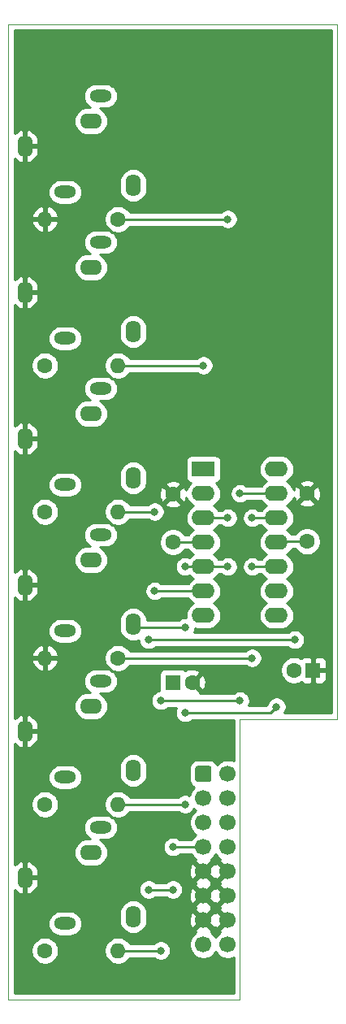
<source format=gbr>
G04 #@! TF.GenerationSoftware,KiCad,Pcbnew,(5.1.9)-1*
G04 #@! TF.CreationDate,2021-03-02T09:31:51+01:00*
G04 #@! TF.ProjectId,Buffered Multiple Main,42756666-6572-4656-9420-4d756c746970,rev?*
G04 #@! TF.SameCoordinates,Original*
G04 #@! TF.FileFunction,Copper,L1,Top*
G04 #@! TF.FilePolarity,Positive*
%FSLAX46Y46*%
G04 Gerber Fmt 4.6, Leading zero omitted, Abs format (unit mm)*
G04 Created by KiCad (PCBNEW (5.1.9)-1) date 2021-03-02 09:31:51*
%MOMM*%
%LPD*%
G01*
G04 APERTURE LIST*
G04 #@! TA.AperFunction,Profile*
%ADD10C,0.050000*%
G04 #@! TD*
G04 #@! TA.AperFunction,ComponentPad*
%ADD11O,2.300000X1.300000*%
G04 #@! TD*
G04 #@! TA.AperFunction,ComponentPad*
%ADD12O,2.300000X1.600000*%
G04 #@! TD*
G04 #@! TA.AperFunction,ComponentPad*
%ADD13O,1.600000X2.300000*%
G04 #@! TD*
G04 #@! TA.AperFunction,ComponentPad*
%ADD14O,1.600000X1.600000*%
G04 #@! TD*
G04 #@! TA.AperFunction,ComponentPad*
%ADD15C,1.600000*%
G04 #@! TD*
G04 #@! TA.AperFunction,ComponentPad*
%ADD16O,2.400000X1.600000*%
G04 #@! TD*
G04 #@! TA.AperFunction,ComponentPad*
%ADD17R,2.400000X1.600000*%
G04 #@! TD*
G04 #@! TA.AperFunction,ComponentPad*
%ADD18C,1.700000*%
G04 #@! TD*
G04 #@! TA.AperFunction,ComponentPad*
%ADD19R,1.600000X1.600000*%
G04 #@! TD*
G04 #@! TA.AperFunction,ViaPad*
%ADD20C,0.800000*%
G04 #@! TD*
G04 #@! TA.AperFunction,Conductor*
%ADD21C,0.250000*%
G04 #@! TD*
G04 #@! TA.AperFunction,Conductor*
%ADD22C,0.254000*%
G04 #@! TD*
G04 #@! TA.AperFunction,Conductor*
%ADD23C,0.100000*%
G04 #@! TD*
G04 APERTURE END LIST*
D10*
X24130000Y-72390000D02*
X24130000Y-101600000D01*
X34290000Y-72390000D02*
X24130000Y-72390000D01*
X0Y-101600000D02*
X0Y0D01*
X24130000Y-101600000D02*
X0Y-101600000D01*
X34290000Y0D02*
X34290000Y-72390000D01*
X0Y0D02*
X34290000Y0D01*
D11*
X5900000Y-63220000D03*
X9600000Y-53220000D03*
D12*
X8600000Y-55820000D03*
D13*
X13000000Y-62520000D03*
X1700000Y-58420000D03*
D11*
X5900000Y-93700000D03*
X9600000Y-83700000D03*
D12*
X8600000Y-86300000D03*
D13*
X13000000Y-93000000D03*
X1700000Y-88900000D03*
D11*
X5900000Y-78460000D03*
X9600000Y-68460000D03*
D12*
X8600000Y-71060000D03*
D13*
X13000000Y-77760000D03*
X1700000Y-73660000D03*
D11*
X5900000Y-47980000D03*
X9600000Y-37980000D03*
D12*
X8600000Y-40580000D03*
D13*
X13000000Y-47280000D03*
X1700000Y-43180000D03*
D11*
X5900000Y-32740000D03*
X9600000Y-22740000D03*
D12*
X8600000Y-25340000D03*
D13*
X13000000Y-32040000D03*
X1700000Y-27940000D03*
D11*
X5900000Y-17500000D03*
X9600000Y-7500000D03*
D12*
X8600000Y-10100000D03*
D13*
X13000000Y-16800000D03*
X1700000Y-12700000D03*
D14*
X3810000Y-66040000D03*
D15*
X11430000Y-66040000D03*
D14*
X11430000Y-35560000D03*
D15*
X3810000Y-35560000D03*
D16*
X27940000Y-46355000D03*
X20320000Y-61595000D03*
X27940000Y-48895000D03*
X20320000Y-59055000D03*
X27940000Y-51435000D03*
X20320000Y-56515000D03*
X27940000Y-53975000D03*
X20320000Y-53975000D03*
X27940000Y-56515000D03*
X20320000Y-51435000D03*
X27940000Y-59055000D03*
X20320000Y-48895000D03*
X27940000Y-61595000D03*
D17*
X20320000Y-46355000D03*
D14*
X11430000Y-96520000D03*
D15*
X3810000Y-96520000D03*
D14*
X11430000Y-81280000D03*
D15*
X3810000Y-81280000D03*
D14*
X11430000Y-50800000D03*
D15*
X3810000Y-50800000D03*
D14*
X3810000Y-20320000D03*
D15*
X11430000Y-20320000D03*
D18*
X22860000Y-95885000D03*
X22860000Y-93345000D03*
X22860000Y-90805000D03*
X22860000Y-88265000D03*
X22860000Y-85725000D03*
X22860000Y-83185000D03*
X22860000Y-80645000D03*
X22860000Y-78105000D03*
X20320000Y-95885000D03*
X20320000Y-93345000D03*
X20320000Y-90805000D03*
X20320000Y-88265000D03*
X20320000Y-85725000D03*
X20320000Y-83185000D03*
X20320000Y-80645000D03*
G04 #@! TA.AperFunction,ComponentPad*
G36*
G01*
X19470000Y-78705000D02*
X19470000Y-77505000D01*
G75*
G02*
X19720000Y-77255000I250000J0D01*
G01*
X20920000Y-77255000D01*
G75*
G02*
X21170000Y-77505000I0J-250000D01*
G01*
X21170000Y-78705000D01*
G75*
G02*
X20920000Y-78955000I-250000J0D01*
G01*
X19720000Y-78955000D01*
G75*
G02*
X19470000Y-78705000I0J250000D01*
G01*
G37*
G04 #@! TD.AperFunction*
D15*
X31115000Y-53895000D03*
X31115000Y-48895000D03*
X17145000Y-48975000D03*
X17145000Y-53975000D03*
X29750000Y-67310000D03*
D19*
X31750000Y-67310000D03*
D15*
X19145000Y-68580000D03*
D19*
X17145000Y-68580000D03*
D20*
X17145000Y-85725000D03*
X29845000Y-64135000D03*
X14605000Y-64135000D03*
X14605000Y-90170000D03*
X17145000Y-90170000D03*
X22860000Y-51435000D03*
X22860000Y-56515000D03*
X22860000Y-20320000D03*
X18415000Y-56515000D03*
X18415000Y-62865000D03*
X20320000Y-35560000D03*
X15240000Y-59055000D03*
X15240000Y-50800000D03*
X27940000Y-71120000D03*
X18415000Y-71755000D03*
X18415000Y-81280000D03*
X24130000Y-48895000D03*
X24130000Y-70485000D03*
X15875000Y-70485000D03*
X15875000Y-96520000D03*
X25400000Y-51435000D03*
X25400000Y-56515000D03*
X25400000Y-66040000D03*
D21*
X17145000Y-53975000D02*
X20320000Y-53975000D01*
X17145000Y-85725000D02*
X17145000Y-85725000D01*
X17145000Y-85725000D02*
X20320000Y-85725000D01*
X28020000Y-53895000D02*
X27940000Y-53975000D01*
X31115000Y-53895000D02*
X28020000Y-53895000D01*
X29845000Y-64135000D02*
X14605000Y-64135000D01*
X14605000Y-64135000D02*
X14605000Y-64135000D01*
X14605000Y-90170000D02*
X17145000Y-90170000D01*
X17145000Y-90170000D02*
X17145000Y-90170000D01*
X20320000Y-51435000D02*
X22860000Y-51435000D01*
X20320000Y-56515000D02*
X22860000Y-56515000D01*
X22860000Y-51435000D02*
X22860000Y-51435000D01*
X22860000Y-56515000D02*
X22860000Y-56515000D01*
X22860000Y-20320000D02*
X11430000Y-20320000D01*
X20320000Y-56515000D02*
X18415000Y-56515000D01*
X18415000Y-56515000D02*
X18415000Y-56515000D01*
X13345000Y-62865000D02*
X13000000Y-62520000D01*
X18415000Y-62865000D02*
X13345000Y-62865000D01*
X20320000Y-35560000D02*
X11430000Y-35560000D01*
X20320000Y-59055000D02*
X15240000Y-59055000D01*
X15240000Y-59055000D02*
X15240000Y-59055000D01*
X15240000Y-50800000D02*
X11430000Y-50800000D01*
X27940000Y-71120000D02*
X27305000Y-71755000D01*
X27305000Y-71755000D02*
X18415000Y-71755000D01*
X18415000Y-71755000D02*
X18415000Y-71755000D01*
X18415000Y-81280000D02*
X11430000Y-81280000D01*
X27940000Y-48895000D02*
X24130000Y-48895000D01*
X24130000Y-48895000D02*
X24130000Y-48895000D01*
X24130000Y-70485000D02*
X15875000Y-70485000D01*
X15875000Y-70485000D02*
X15875000Y-70485000D01*
X15875000Y-96520000D02*
X11430000Y-96520000D01*
X27940000Y-51435000D02*
X25400000Y-51435000D01*
X27940000Y-56515000D02*
X25400000Y-56515000D01*
X25400000Y-51435000D02*
X25400000Y-51435000D01*
X25400000Y-56515000D02*
X25400000Y-56515000D01*
X11430000Y-66040000D02*
X25400000Y-66040000D01*
X25400000Y-66040000D02*
X25400000Y-66040000D01*
D22*
X33630001Y-71730000D02*
X28777195Y-71730000D01*
X28857205Y-71610256D01*
X28935226Y-71421898D01*
X28975000Y-71221939D01*
X28975000Y-71018061D01*
X28935226Y-70818102D01*
X28857205Y-70629744D01*
X28743937Y-70460226D01*
X28599774Y-70316063D01*
X28430256Y-70202795D01*
X28241898Y-70124774D01*
X28041939Y-70085000D01*
X27838061Y-70085000D01*
X27638102Y-70124774D01*
X27449744Y-70202795D01*
X27280226Y-70316063D01*
X27136063Y-70460226D01*
X27022795Y-70629744D01*
X26944774Y-70818102D01*
X26909587Y-70995000D01*
X25034013Y-70995000D01*
X25047205Y-70975256D01*
X25125226Y-70786898D01*
X25165000Y-70586939D01*
X25165000Y-70383061D01*
X25125226Y-70183102D01*
X25047205Y-69994744D01*
X24933937Y-69825226D01*
X24789774Y-69681063D01*
X24620256Y-69567795D01*
X24431898Y-69489774D01*
X24231939Y-69450000D01*
X24028061Y-69450000D01*
X23828102Y-69489774D01*
X23639744Y-69567795D01*
X23470226Y-69681063D01*
X23426289Y-69725000D01*
X19913411Y-69725000D01*
X19958097Y-69572702D01*
X19145000Y-68759605D01*
X19130858Y-68773748D01*
X18951253Y-68594143D01*
X18965395Y-68580000D01*
X19324605Y-68580000D01*
X20137702Y-69393097D01*
X20381671Y-69321514D01*
X20502571Y-69066004D01*
X20571300Y-68791816D01*
X20585217Y-68509488D01*
X20543787Y-68229870D01*
X20448603Y-67963708D01*
X20381671Y-67838486D01*
X20137702Y-67766903D01*
X19324605Y-68580000D01*
X18965395Y-68580000D01*
X18951253Y-68565858D01*
X19130858Y-68386253D01*
X19145000Y-68400395D01*
X19958097Y-67587298D01*
X19886514Y-67343329D01*
X19631004Y-67222429D01*
X19416518Y-67168665D01*
X28315000Y-67168665D01*
X28315000Y-67451335D01*
X28370147Y-67728574D01*
X28478320Y-67989727D01*
X28635363Y-68224759D01*
X28835241Y-68424637D01*
X29070273Y-68581680D01*
X29331426Y-68689853D01*
X29608665Y-68745000D01*
X29891335Y-68745000D01*
X30168574Y-68689853D01*
X30429727Y-68581680D01*
X30485210Y-68544607D01*
X30498815Y-68561185D01*
X30595506Y-68640537D01*
X30705820Y-68699502D01*
X30825518Y-68735812D01*
X30950000Y-68748072D01*
X31464250Y-68745000D01*
X31623000Y-68586250D01*
X31623000Y-67437000D01*
X31877000Y-67437000D01*
X31877000Y-68586250D01*
X32035750Y-68745000D01*
X32550000Y-68748072D01*
X32674482Y-68735812D01*
X32794180Y-68699502D01*
X32904494Y-68640537D01*
X33001185Y-68561185D01*
X33080537Y-68464494D01*
X33139502Y-68354180D01*
X33175812Y-68234482D01*
X33188072Y-68110000D01*
X33185000Y-67595750D01*
X33026250Y-67437000D01*
X31877000Y-67437000D01*
X31623000Y-67437000D01*
X31603000Y-67437000D01*
X31603000Y-67183000D01*
X31623000Y-67183000D01*
X31623000Y-66033750D01*
X31877000Y-66033750D01*
X31877000Y-67183000D01*
X33026250Y-67183000D01*
X33185000Y-67024250D01*
X33188072Y-66510000D01*
X33175812Y-66385518D01*
X33139502Y-66265820D01*
X33080537Y-66155506D01*
X33001185Y-66058815D01*
X32904494Y-65979463D01*
X32794180Y-65920498D01*
X32674482Y-65884188D01*
X32550000Y-65871928D01*
X32035750Y-65875000D01*
X31877000Y-66033750D01*
X31623000Y-66033750D01*
X31464250Y-65875000D01*
X30950000Y-65871928D01*
X30825518Y-65884188D01*
X30705820Y-65920498D01*
X30595506Y-65979463D01*
X30498815Y-66058815D01*
X30485210Y-66075393D01*
X30429727Y-66038320D01*
X30168574Y-65930147D01*
X29891335Y-65875000D01*
X29608665Y-65875000D01*
X29331426Y-65930147D01*
X29070273Y-66038320D01*
X28835241Y-66195363D01*
X28635363Y-66395241D01*
X28478320Y-66630273D01*
X28370147Y-66891426D01*
X28315000Y-67168665D01*
X19416518Y-67168665D01*
X19356816Y-67153700D01*
X19074488Y-67139783D01*
X18794870Y-67181213D01*
X18528708Y-67276397D01*
X18406691Y-67341616D01*
X18396185Y-67328815D01*
X18299494Y-67249463D01*
X18189180Y-67190498D01*
X18069482Y-67154188D01*
X17945000Y-67141928D01*
X16345000Y-67141928D01*
X16220518Y-67154188D01*
X16100820Y-67190498D01*
X15990506Y-67249463D01*
X15893815Y-67328815D01*
X15814463Y-67425506D01*
X15755498Y-67535820D01*
X15719188Y-67655518D01*
X15706928Y-67780000D01*
X15706928Y-69380000D01*
X15714960Y-69461557D01*
X15573102Y-69489774D01*
X15384744Y-69567795D01*
X15215226Y-69681063D01*
X15071063Y-69825226D01*
X14957795Y-69994744D01*
X14879774Y-70183102D01*
X14840000Y-70383061D01*
X14840000Y-70586939D01*
X14879774Y-70786898D01*
X14957795Y-70975256D01*
X15071063Y-71144774D01*
X15215226Y-71288937D01*
X15384744Y-71402205D01*
X15573102Y-71480226D01*
X15773061Y-71520000D01*
X15976939Y-71520000D01*
X16176898Y-71480226D01*
X16365256Y-71402205D01*
X16534774Y-71288937D01*
X16578711Y-71245000D01*
X17510987Y-71245000D01*
X17497795Y-71264744D01*
X17419774Y-71453102D01*
X17380000Y-71653061D01*
X17380000Y-71856939D01*
X17419774Y-72056898D01*
X17497795Y-72245256D01*
X17611063Y-72414774D01*
X17755226Y-72558937D01*
X17924744Y-72672205D01*
X18113102Y-72750226D01*
X18313061Y-72790000D01*
X18516939Y-72790000D01*
X18716898Y-72750226D01*
X18905256Y-72672205D01*
X19074774Y-72558937D01*
X19118711Y-72515000D01*
X23470000Y-72515000D01*
X23470000Y-76750318D01*
X23293158Y-76677068D01*
X23006260Y-76620000D01*
X22713740Y-76620000D01*
X22426842Y-76677068D01*
X22156589Y-76789010D01*
X21913368Y-76951525D01*
X21726285Y-77138608D01*
X21658405Y-77011614D01*
X21547962Y-76877038D01*
X21413386Y-76766595D01*
X21259850Y-76684528D01*
X21093254Y-76633992D01*
X20920000Y-76616928D01*
X19720000Y-76616928D01*
X19546746Y-76633992D01*
X19380150Y-76684528D01*
X19226614Y-76766595D01*
X19092038Y-76877038D01*
X18981595Y-77011614D01*
X18899528Y-77165150D01*
X18848992Y-77331746D01*
X18831928Y-77505000D01*
X18831928Y-78705000D01*
X18848992Y-78878254D01*
X18899528Y-79044850D01*
X18981595Y-79198386D01*
X19092038Y-79332962D01*
X19226614Y-79443405D01*
X19353608Y-79511285D01*
X19166525Y-79698368D01*
X19004010Y-79941589D01*
X18892068Y-80211842D01*
X18865331Y-80346257D01*
X18716898Y-80284774D01*
X18516939Y-80245000D01*
X18313061Y-80245000D01*
X18113102Y-80284774D01*
X17924744Y-80362795D01*
X17755226Y-80476063D01*
X17711289Y-80520000D01*
X12648043Y-80520000D01*
X12544637Y-80365241D01*
X12344759Y-80165363D01*
X12109727Y-80008320D01*
X11848574Y-79900147D01*
X11571335Y-79845000D01*
X11288665Y-79845000D01*
X11011426Y-79900147D01*
X10750273Y-80008320D01*
X10515241Y-80165363D01*
X10315363Y-80365241D01*
X10158320Y-80600273D01*
X10050147Y-80861426D01*
X9995000Y-81138665D01*
X9995000Y-81421335D01*
X10050147Y-81698574D01*
X10158320Y-81959727D01*
X10315363Y-82194759D01*
X10515241Y-82394637D01*
X10750273Y-82551680D01*
X11011426Y-82659853D01*
X11288665Y-82715000D01*
X11571335Y-82715000D01*
X11848574Y-82659853D01*
X12109727Y-82551680D01*
X12344759Y-82394637D01*
X12544637Y-82194759D01*
X12648043Y-82040000D01*
X17711289Y-82040000D01*
X17755226Y-82083937D01*
X17924744Y-82197205D01*
X18113102Y-82275226D01*
X18313061Y-82315000D01*
X18516939Y-82315000D01*
X18716898Y-82275226D01*
X18905256Y-82197205D01*
X19074774Y-82083937D01*
X19218937Y-81939774D01*
X19332205Y-81770256D01*
X19335996Y-81761103D01*
X19373368Y-81798475D01*
X19547760Y-81915000D01*
X19373368Y-82031525D01*
X19166525Y-82238368D01*
X19004010Y-82481589D01*
X18892068Y-82751842D01*
X18835000Y-83038740D01*
X18835000Y-83331260D01*
X18892068Y-83618158D01*
X19004010Y-83888411D01*
X19166525Y-84131632D01*
X19373368Y-84338475D01*
X19547760Y-84455000D01*
X19373368Y-84571525D01*
X19166525Y-84778368D01*
X19041822Y-84965000D01*
X17848711Y-84965000D01*
X17804774Y-84921063D01*
X17635256Y-84807795D01*
X17446898Y-84729774D01*
X17246939Y-84690000D01*
X17043061Y-84690000D01*
X16843102Y-84729774D01*
X16654744Y-84807795D01*
X16485226Y-84921063D01*
X16341063Y-85065226D01*
X16227795Y-85234744D01*
X16149774Y-85423102D01*
X16110000Y-85623061D01*
X16110000Y-85826939D01*
X16149774Y-86026898D01*
X16227795Y-86215256D01*
X16341063Y-86384774D01*
X16485226Y-86528937D01*
X16654744Y-86642205D01*
X16843102Y-86720226D01*
X17043061Y-86760000D01*
X17246939Y-86760000D01*
X17446898Y-86720226D01*
X17635256Y-86642205D01*
X17804774Y-86528937D01*
X17848711Y-86485000D01*
X19041822Y-86485000D01*
X19166525Y-86671632D01*
X19373368Y-86878475D01*
X19546729Y-86994311D01*
X19471208Y-87236603D01*
X20320000Y-88085395D01*
X21168792Y-87236603D01*
X21093271Y-86994311D01*
X21266632Y-86878475D01*
X21473475Y-86671632D01*
X21590000Y-86497240D01*
X21706525Y-86671632D01*
X21913368Y-86878475D01*
X22086729Y-86994311D01*
X22011208Y-87236603D01*
X22860000Y-88085395D01*
X22874143Y-88071253D01*
X23053748Y-88250858D01*
X23039605Y-88265000D01*
X23053748Y-88279143D01*
X22874143Y-88458748D01*
X22860000Y-88444605D01*
X22011208Y-89293397D01*
X22086514Y-89535000D01*
X22011208Y-89776603D01*
X22860000Y-90625395D01*
X22874143Y-90611253D01*
X23053748Y-90790858D01*
X23039605Y-90805000D01*
X23053748Y-90819143D01*
X22874143Y-90998748D01*
X22860000Y-90984605D01*
X22011208Y-91833397D01*
X22086514Y-92075000D01*
X22011208Y-92316603D01*
X22860000Y-93165395D01*
X22874143Y-93151253D01*
X23053748Y-93330858D01*
X23039605Y-93345000D01*
X23053748Y-93359143D01*
X22874143Y-93538748D01*
X22860000Y-93524605D01*
X22011208Y-94373397D01*
X22086729Y-94615689D01*
X21913368Y-94731525D01*
X21706525Y-94938368D01*
X21590000Y-95112760D01*
X21473475Y-94938368D01*
X21266632Y-94731525D01*
X21093271Y-94615689D01*
X21168792Y-94373397D01*
X20320000Y-93524605D01*
X19471208Y-94373397D01*
X19546729Y-94615689D01*
X19373368Y-94731525D01*
X19166525Y-94938368D01*
X19004010Y-95181589D01*
X18892068Y-95451842D01*
X18835000Y-95738740D01*
X18835000Y-96031260D01*
X18892068Y-96318158D01*
X19004010Y-96588411D01*
X19166525Y-96831632D01*
X19373368Y-97038475D01*
X19616589Y-97200990D01*
X19886842Y-97312932D01*
X20173740Y-97370000D01*
X20466260Y-97370000D01*
X20753158Y-97312932D01*
X21023411Y-97200990D01*
X21266632Y-97038475D01*
X21473475Y-96831632D01*
X21590000Y-96657240D01*
X21706525Y-96831632D01*
X21913368Y-97038475D01*
X22156589Y-97200990D01*
X22426842Y-97312932D01*
X22713740Y-97370000D01*
X23006260Y-97370000D01*
X23293158Y-97312932D01*
X23470001Y-97239682D01*
X23470001Y-100940000D01*
X660000Y-100940000D01*
X660000Y-96378665D01*
X2375000Y-96378665D01*
X2375000Y-96661335D01*
X2430147Y-96938574D01*
X2538320Y-97199727D01*
X2695363Y-97434759D01*
X2895241Y-97634637D01*
X3130273Y-97791680D01*
X3391426Y-97899853D01*
X3668665Y-97955000D01*
X3951335Y-97955000D01*
X4228574Y-97899853D01*
X4489727Y-97791680D01*
X4724759Y-97634637D01*
X4924637Y-97434759D01*
X5081680Y-97199727D01*
X5189853Y-96938574D01*
X5245000Y-96661335D01*
X5245000Y-96378665D01*
X9995000Y-96378665D01*
X9995000Y-96661335D01*
X10050147Y-96938574D01*
X10158320Y-97199727D01*
X10315363Y-97434759D01*
X10515241Y-97634637D01*
X10750273Y-97791680D01*
X11011426Y-97899853D01*
X11288665Y-97955000D01*
X11571335Y-97955000D01*
X11848574Y-97899853D01*
X12109727Y-97791680D01*
X12344759Y-97634637D01*
X12544637Y-97434759D01*
X12648043Y-97280000D01*
X15171289Y-97280000D01*
X15215226Y-97323937D01*
X15384744Y-97437205D01*
X15573102Y-97515226D01*
X15773061Y-97555000D01*
X15976939Y-97555000D01*
X16176898Y-97515226D01*
X16365256Y-97437205D01*
X16534774Y-97323937D01*
X16678937Y-97179774D01*
X16792205Y-97010256D01*
X16870226Y-96821898D01*
X16910000Y-96621939D01*
X16910000Y-96418061D01*
X16870226Y-96218102D01*
X16792205Y-96029744D01*
X16678937Y-95860226D01*
X16534774Y-95716063D01*
X16365256Y-95602795D01*
X16176898Y-95524774D01*
X15976939Y-95485000D01*
X15773061Y-95485000D01*
X15573102Y-95524774D01*
X15384744Y-95602795D01*
X15215226Y-95716063D01*
X15171289Y-95760000D01*
X12648043Y-95760000D01*
X12544637Y-95605241D01*
X12344759Y-95405363D01*
X12109727Y-95248320D01*
X11848574Y-95140147D01*
X11571335Y-95085000D01*
X11288665Y-95085000D01*
X11011426Y-95140147D01*
X10750273Y-95248320D01*
X10515241Y-95405363D01*
X10315363Y-95605241D01*
X10158320Y-95840273D01*
X10050147Y-96101426D01*
X9995000Y-96378665D01*
X5245000Y-96378665D01*
X5189853Y-96101426D01*
X5081680Y-95840273D01*
X4924637Y-95605241D01*
X4724759Y-95405363D01*
X4489727Y-95248320D01*
X4228574Y-95140147D01*
X3951335Y-95085000D01*
X3668665Y-95085000D01*
X3391426Y-95140147D01*
X3130273Y-95248320D01*
X2895241Y-95405363D01*
X2695363Y-95605241D01*
X2538320Y-95840273D01*
X2430147Y-96101426D01*
X2375000Y-96378665D01*
X660000Y-96378665D01*
X660000Y-93700000D01*
X4108783Y-93700000D01*
X4133593Y-93951904D01*
X4207071Y-94194127D01*
X4326392Y-94417362D01*
X4486972Y-94613028D01*
X4682638Y-94773608D01*
X4905873Y-94892929D01*
X5148096Y-94966407D01*
X5336877Y-94985000D01*
X6463123Y-94985000D01*
X6651904Y-94966407D01*
X6894127Y-94892929D01*
X7117362Y-94773608D01*
X7313028Y-94613028D01*
X7473608Y-94417362D01*
X7592929Y-94194127D01*
X7666407Y-93951904D01*
X7691217Y-93700000D01*
X7666407Y-93448096D01*
X7592929Y-93205873D01*
X7473608Y-92982638D01*
X7313028Y-92786972D01*
X7117362Y-92626392D01*
X7029650Y-92579509D01*
X11565000Y-92579509D01*
X11565000Y-93420492D01*
X11585764Y-93631309D01*
X11667818Y-93901808D01*
X11801068Y-94151101D01*
X11980393Y-94369608D01*
X12198900Y-94548932D01*
X12448193Y-94682182D01*
X12718692Y-94764236D01*
X13000000Y-94791943D01*
X13281309Y-94764236D01*
X13551808Y-94682182D01*
X13801101Y-94548932D01*
X14019608Y-94369608D01*
X14198932Y-94151101D01*
X14332182Y-93901808D01*
X14414236Y-93631308D01*
X14435000Y-93420491D01*
X14435000Y-93413531D01*
X18829389Y-93413531D01*
X18871401Y-93703019D01*
X18969081Y-93978747D01*
X19042528Y-94116157D01*
X19291603Y-94193792D01*
X20140395Y-93345000D01*
X20499605Y-93345000D01*
X21348397Y-94193792D01*
X21590000Y-94118486D01*
X21831603Y-94193792D01*
X22680395Y-93345000D01*
X21831603Y-92496208D01*
X21590000Y-92571514D01*
X21348397Y-92496208D01*
X20499605Y-93345000D01*
X20140395Y-93345000D01*
X19291603Y-92496208D01*
X19042528Y-92573843D01*
X18916629Y-92837883D01*
X18844661Y-93121411D01*
X18829389Y-93413531D01*
X14435000Y-93413531D01*
X14435000Y-92579508D01*
X14414236Y-92368691D01*
X14332182Y-92098192D01*
X14198932Y-91848899D01*
X14186210Y-91833397D01*
X19471208Y-91833397D01*
X19546514Y-92075000D01*
X19471208Y-92316603D01*
X20320000Y-93165395D01*
X21168792Y-92316603D01*
X21093486Y-92075000D01*
X21168792Y-91833397D01*
X20320000Y-90984605D01*
X19471208Y-91833397D01*
X14186210Y-91833397D01*
X14019607Y-91630392D01*
X13801100Y-91451068D01*
X13551807Y-91317818D01*
X13281308Y-91235764D01*
X13000000Y-91208057D01*
X12718691Y-91235764D01*
X12448192Y-91317818D01*
X12198899Y-91451068D01*
X11980392Y-91630393D01*
X11801068Y-91848900D01*
X11667818Y-92098193D01*
X11585764Y-92368692D01*
X11565000Y-92579509D01*
X7029650Y-92579509D01*
X6894127Y-92507071D01*
X6651904Y-92433593D01*
X6463123Y-92415000D01*
X5336877Y-92415000D01*
X5148096Y-92433593D01*
X4905873Y-92507071D01*
X4682638Y-92626392D01*
X4486972Y-92786972D01*
X4326392Y-92982638D01*
X4207071Y-93205873D01*
X4133593Y-93448096D01*
X4108783Y-93700000D01*
X660000Y-93700000D01*
X660000Y-90237092D01*
X775105Y-90354500D01*
X1008354Y-90513715D01*
X1268182Y-90624367D01*
X1350961Y-90641904D01*
X1573000Y-90519915D01*
X1573000Y-89027000D01*
X1827000Y-89027000D01*
X1827000Y-90519915D01*
X2049039Y-90641904D01*
X2131818Y-90624367D01*
X2391646Y-90513715D01*
X2624895Y-90354500D01*
X2822601Y-90152839D01*
X2878041Y-90068061D01*
X13570000Y-90068061D01*
X13570000Y-90271939D01*
X13609774Y-90471898D01*
X13687795Y-90660256D01*
X13801063Y-90829774D01*
X13945226Y-90973937D01*
X14114744Y-91087205D01*
X14303102Y-91165226D01*
X14503061Y-91205000D01*
X14706939Y-91205000D01*
X14906898Y-91165226D01*
X15095256Y-91087205D01*
X15264774Y-90973937D01*
X15308711Y-90930000D01*
X16441289Y-90930000D01*
X16485226Y-90973937D01*
X16654744Y-91087205D01*
X16843102Y-91165226D01*
X17043061Y-91205000D01*
X17246939Y-91205000D01*
X17446898Y-91165226D01*
X17635256Y-91087205D01*
X17804774Y-90973937D01*
X17905180Y-90873531D01*
X18829389Y-90873531D01*
X18871401Y-91163019D01*
X18969081Y-91438747D01*
X19042528Y-91576157D01*
X19291603Y-91653792D01*
X20140395Y-90805000D01*
X20499605Y-90805000D01*
X21348397Y-91653792D01*
X21590000Y-91578486D01*
X21831603Y-91653792D01*
X22680395Y-90805000D01*
X21831603Y-89956208D01*
X21590000Y-90031514D01*
X21348397Y-89956208D01*
X20499605Y-90805000D01*
X20140395Y-90805000D01*
X19291603Y-89956208D01*
X19042528Y-90033843D01*
X18916629Y-90297883D01*
X18844661Y-90581411D01*
X18829389Y-90873531D01*
X17905180Y-90873531D01*
X17948937Y-90829774D01*
X18062205Y-90660256D01*
X18140226Y-90471898D01*
X18180000Y-90271939D01*
X18180000Y-90068061D01*
X18140226Y-89868102D01*
X18062205Y-89679744D01*
X17948937Y-89510226D01*
X17804774Y-89366063D01*
X17696022Y-89293397D01*
X19471208Y-89293397D01*
X19546514Y-89535000D01*
X19471208Y-89776603D01*
X20320000Y-90625395D01*
X21168792Y-89776603D01*
X21093486Y-89535000D01*
X21168792Y-89293397D01*
X20320000Y-88444605D01*
X19471208Y-89293397D01*
X17696022Y-89293397D01*
X17635256Y-89252795D01*
X17446898Y-89174774D01*
X17246939Y-89135000D01*
X17043061Y-89135000D01*
X16843102Y-89174774D01*
X16654744Y-89252795D01*
X16485226Y-89366063D01*
X16441289Y-89410000D01*
X15308711Y-89410000D01*
X15264774Y-89366063D01*
X15095256Y-89252795D01*
X14906898Y-89174774D01*
X14706939Y-89135000D01*
X14503061Y-89135000D01*
X14303102Y-89174774D01*
X14114744Y-89252795D01*
X13945226Y-89366063D01*
X13801063Y-89510226D01*
X13687795Y-89679744D01*
X13609774Y-89868102D01*
X13570000Y-90068061D01*
X2878041Y-90068061D01*
X2977166Y-89916483D01*
X3082650Y-89654514D01*
X3135000Y-89377000D01*
X3135000Y-89027000D01*
X1827000Y-89027000D01*
X1573000Y-89027000D01*
X1553000Y-89027000D01*
X1553000Y-88773000D01*
X1573000Y-88773000D01*
X1573000Y-87280085D01*
X1827000Y-87280085D01*
X1827000Y-88773000D01*
X3135000Y-88773000D01*
X3135000Y-88423000D01*
X3118123Y-88333531D01*
X18829389Y-88333531D01*
X18871401Y-88623019D01*
X18969081Y-88898747D01*
X19042528Y-89036157D01*
X19291603Y-89113792D01*
X20140395Y-88265000D01*
X20499605Y-88265000D01*
X21348397Y-89113792D01*
X21590000Y-89038486D01*
X21831603Y-89113792D01*
X22680395Y-88265000D01*
X21831603Y-87416208D01*
X21590000Y-87491514D01*
X21348397Y-87416208D01*
X20499605Y-88265000D01*
X20140395Y-88265000D01*
X19291603Y-87416208D01*
X19042528Y-87493843D01*
X18916629Y-87757883D01*
X18844661Y-88041411D01*
X18829389Y-88333531D01*
X3118123Y-88333531D01*
X3082650Y-88145486D01*
X2977166Y-87883517D01*
X2822601Y-87647161D01*
X2624895Y-87445500D01*
X2391646Y-87286285D01*
X2131818Y-87175633D01*
X2049039Y-87158096D01*
X1827000Y-87280085D01*
X1573000Y-87280085D01*
X1350961Y-87158096D01*
X1268182Y-87175633D01*
X1008354Y-87286285D01*
X775105Y-87445500D01*
X660000Y-87562908D01*
X660000Y-86300000D01*
X6808057Y-86300000D01*
X6835764Y-86581309D01*
X6917818Y-86851808D01*
X7051068Y-87101101D01*
X7230392Y-87319608D01*
X7448899Y-87498932D01*
X7698192Y-87632182D01*
X7968691Y-87714236D01*
X8179508Y-87735000D01*
X9020492Y-87735000D01*
X9231309Y-87714236D01*
X9501808Y-87632182D01*
X9751101Y-87498932D01*
X9969608Y-87319608D01*
X10148932Y-87101101D01*
X10282182Y-86851808D01*
X10364236Y-86581309D01*
X10391943Y-86300000D01*
X10364236Y-86018691D01*
X10282182Y-85748192D01*
X10148932Y-85498899D01*
X9969608Y-85280392D01*
X9751101Y-85101068D01*
X9533953Y-84985000D01*
X10163123Y-84985000D01*
X10351904Y-84966407D01*
X10594127Y-84892929D01*
X10817362Y-84773608D01*
X11013028Y-84613028D01*
X11173608Y-84417362D01*
X11292929Y-84194127D01*
X11366407Y-83951904D01*
X11391217Y-83700000D01*
X11366407Y-83448096D01*
X11292929Y-83205873D01*
X11173608Y-82982638D01*
X11013028Y-82786972D01*
X10817362Y-82626392D01*
X10594127Y-82507071D01*
X10351904Y-82433593D01*
X10163123Y-82415000D01*
X9036877Y-82415000D01*
X8848096Y-82433593D01*
X8605873Y-82507071D01*
X8382638Y-82626392D01*
X8186972Y-82786972D01*
X8026392Y-82982638D01*
X7907071Y-83205873D01*
X7833593Y-83448096D01*
X7808783Y-83700000D01*
X7833593Y-83951904D01*
X7907071Y-84194127D01*
X8026392Y-84417362D01*
X8186972Y-84613028D01*
X8382638Y-84773608D01*
X8553621Y-84865000D01*
X8179508Y-84865000D01*
X7968691Y-84885764D01*
X7698192Y-84967818D01*
X7448899Y-85101068D01*
X7230392Y-85280392D01*
X7051068Y-85498899D01*
X6917818Y-85748192D01*
X6835764Y-86018691D01*
X6808057Y-86300000D01*
X660000Y-86300000D01*
X660000Y-81138665D01*
X2375000Y-81138665D01*
X2375000Y-81421335D01*
X2430147Y-81698574D01*
X2538320Y-81959727D01*
X2695363Y-82194759D01*
X2895241Y-82394637D01*
X3130273Y-82551680D01*
X3391426Y-82659853D01*
X3668665Y-82715000D01*
X3951335Y-82715000D01*
X4228574Y-82659853D01*
X4489727Y-82551680D01*
X4724759Y-82394637D01*
X4924637Y-82194759D01*
X5081680Y-81959727D01*
X5189853Y-81698574D01*
X5245000Y-81421335D01*
X5245000Y-81138665D01*
X5189853Y-80861426D01*
X5081680Y-80600273D01*
X4924637Y-80365241D01*
X4724759Y-80165363D01*
X4489727Y-80008320D01*
X4228574Y-79900147D01*
X3951335Y-79845000D01*
X3668665Y-79845000D01*
X3391426Y-79900147D01*
X3130273Y-80008320D01*
X2895241Y-80165363D01*
X2695363Y-80365241D01*
X2538320Y-80600273D01*
X2430147Y-80861426D01*
X2375000Y-81138665D01*
X660000Y-81138665D01*
X660000Y-78460000D01*
X4108783Y-78460000D01*
X4133593Y-78711904D01*
X4207071Y-78954127D01*
X4326392Y-79177362D01*
X4486972Y-79373028D01*
X4682638Y-79533608D01*
X4905873Y-79652929D01*
X5148096Y-79726407D01*
X5336877Y-79745000D01*
X6463123Y-79745000D01*
X6651904Y-79726407D01*
X6894127Y-79652929D01*
X7117362Y-79533608D01*
X7313028Y-79373028D01*
X7473608Y-79177362D01*
X7592929Y-78954127D01*
X7666407Y-78711904D01*
X7691217Y-78460000D01*
X7666407Y-78208096D01*
X7592929Y-77965873D01*
X7473608Y-77742638D01*
X7313028Y-77546972D01*
X7117362Y-77386392D01*
X7029650Y-77339509D01*
X11565000Y-77339509D01*
X11565000Y-78180492D01*
X11585764Y-78391309D01*
X11667818Y-78661808D01*
X11801068Y-78911101D01*
X11980393Y-79129608D01*
X12198900Y-79308932D01*
X12448193Y-79442182D01*
X12718692Y-79524236D01*
X13000000Y-79551943D01*
X13281309Y-79524236D01*
X13551808Y-79442182D01*
X13801101Y-79308932D01*
X14019608Y-79129608D01*
X14198932Y-78911101D01*
X14332182Y-78661808D01*
X14414236Y-78391308D01*
X14435000Y-78180491D01*
X14435000Y-77339508D01*
X14414236Y-77128691D01*
X14332182Y-76858192D01*
X14198932Y-76608899D01*
X14019607Y-76390392D01*
X13801100Y-76211068D01*
X13551807Y-76077818D01*
X13281308Y-75995764D01*
X13000000Y-75968057D01*
X12718691Y-75995764D01*
X12448192Y-76077818D01*
X12198899Y-76211068D01*
X11980392Y-76390393D01*
X11801068Y-76608900D01*
X11667818Y-76858193D01*
X11585764Y-77128692D01*
X11565000Y-77339509D01*
X7029650Y-77339509D01*
X6894127Y-77267071D01*
X6651904Y-77193593D01*
X6463123Y-77175000D01*
X5336877Y-77175000D01*
X5148096Y-77193593D01*
X4905873Y-77267071D01*
X4682638Y-77386392D01*
X4486972Y-77546972D01*
X4326392Y-77742638D01*
X4207071Y-77965873D01*
X4133593Y-78208096D01*
X4108783Y-78460000D01*
X660000Y-78460000D01*
X660000Y-74997092D01*
X775105Y-75114500D01*
X1008354Y-75273715D01*
X1268182Y-75384367D01*
X1350961Y-75401904D01*
X1573000Y-75279915D01*
X1573000Y-73787000D01*
X1827000Y-73787000D01*
X1827000Y-75279915D01*
X2049039Y-75401904D01*
X2131818Y-75384367D01*
X2391646Y-75273715D01*
X2624895Y-75114500D01*
X2822601Y-74912839D01*
X2977166Y-74676483D01*
X3082650Y-74414514D01*
X3135000Y-74137000D01*
X3135000Y-73787000D01*
X1827000Y-73787000D01*
X1573000Y-73787000D01*
X1553000Y-73787000D01*
X1553000Y-73533000D01*
X1573000Y-73533000D01*
X1573000Y-72040085D01*
X1827000Y-72040085D01*
X1827000Y-73533000D01*
X3135000Y-73533000D01*
X3135000Y-73183000D01*
X3082650Y-72905486D01*
X2977166Y-72643517D01*
X2822601Y-72407161D01*
X2624895Y-72205500D01*
X2391646Y-72046285D01*
X2131818Y-71935633D01*
X2049039Y-71918096D01*
X1827000Y-72040085D01*
X1573000Y-72040085D01*
X1350961Y-71918096D01*
X1268182Y-71935633D01*
X1008354Y-72046285D01*
X775105Y-72205500D01*
X660000Y-72322908D01*
X660000Y-71060000D01*
X6808057Y-71060000D01*
X6835764Y-71341309D01*
X6917818Y-71611808D01*
X7051068Y-71861101D01*
X7230392Y-72079608D01*
X7448899Y-72258932D01*
X7698192Y-72392182D01*
X7968691Y-72474236D01*
X8179508Y-72495000D01*
X9020492Y-72495000D01*
X9231309Y-72474236D01*
X9501808Y-72392182D01*
X9751101Y-72258932D01*
X9969608Y-72079608D01*
X10148932Y-71861101D01*
X10282182Y-71611808D01*
X10364236Y-71341309D01*
X10391943Y-71060000D01*
X10364236Y-70778691D01*
X10282182Y-70508192D01*
X10148932Y-70258899D01*
X9969608Y-70040392D01*
X9751101Y-69861068D01*
X9533953Y-69745000D01*
X10163123Y-69745000D01*
X10351904Y-69726407D01*
X10594127Y-69652929D01*
X10817362Y-69533608D01*
X11013028Y-69373028D01*
X11173608Y-69177362D01*
X11292929Y-68954127D01*
X11366407Y-68711904D01*
X11391217Y-68460000D01*
X11366407Y-68208096D01*
X11292929Y-67965873D01*
X11173608Y-67742638D01*
X11013028Y-67546972D01*
X10817362Y-67386392D01*
X10594127Y-67267071D01*
X10351904Y-67193593D01*
X10163123Y-67175000D01*
X9036877Y-67175000D01*
X8848096Y-67193593D01*
X8605873Y-67267071D01*
X8382638Y-67386392D01*
X8186972Y-67546972D01*
X8026392Y-67742638D01*
X7907071Y-67965873D01*
X7833593Y-68208096D01*
X7808783Y-68460000D01*
X7833593Y-68711904D01*
X7907071Y-68954127D01*
X8026392Y-69177362D01*
X8186972Y-69373028D01*
X8382638Y-69533608D01*
X8553621Y-69625000D01*
X8179508Y-69625000D01*
X7968691Y-69645764D01*
X7698192Y-69727818D01*
X7448899Y-69861068D01*
X7230392Y-70040392D01*
X7051068Y-70258899D01*
X6917818Y-70508192D01*
X6835764Y-70778691D01*
X6808057Y-71060000D01*
X660000Y-71060000D01*
X660000Y-66389039D01*
X2418096Y-66389039D01*
X2458754Y-66523087D01*
X2578963Y-66777420D01*
X2746481Y-67003414D01*
X2954869Y-67192385D01*
X3196119Y-67337070D01*
X3460960Y-67431909D01*
X3683000Y-67310624D01*
X3683000Y-66167000D01*
X3937000Y-66167000D01*
X3937000Y-67310624D01*
X4159040Y-67431909D01*
X4423881Y-67337070D01*
X4665131Y-67192385D01*
X4873519Y-67003414D01*
X5041037Y-66777420D01*
X5161246Y-66523087D01*
X5201904Y-66389039D01*
X5079915Y-66167000D01*
X3937000Y-66167000D01*
X3683000Y-66167000D01*
X2540085Y-66167000D01*
X2418096Y-66389039D01*
X660000Y-66389039D01*
X660000Y-65690961D01*
X2418096Y-65690961D01*
X2540085Y-65913000D01*
X3683000Y-65913000D01*
X3683000Y-64769376D01*
X3937000Y-64769376D01*
X3937000Y-65913000D01*
X5079915Y-65913000D01*
X5087790Y-65898665D01*
X9995000Y-65898665D01*
X9995000Y-66181335D01*
X10050147Y-66458574D01*
X10158320Y-66719727D01*
X10315363Y-66954759D01*
X10515241Y-67154637D01*
X10750273Y-67311680D01*
X11011426Y-67419853D01*
X11288665Y-67475000D01*
X11571335Y-67475000D01*
X11848574Y-67419853D01*
X12109727Y-67311680D01*
X12344759Y-67154637D01*
X12544637Y-66954759D01*
X12648043Y-66800000D01*
X24696289Y-66800000D01*
X24740226Y-66843937D01*
X24909744Y-66957205D01*
X25098102Y-67035226D01*
X25298061Y-67075000D01*
X25501939Y-67075000D01*
X25701898Y-67035226D01*
X25890256Y-66957205D01*
X26059774Y-66843937D01*
X26203937Y-66699774D01*
X26317205Y-66530256D01*
X26395226Y-66341898D01*
X26435000Y-66141939D01*
X26435000Y-65938061D01*
X26395226Y-65738102D01*
X26317205Y-65549744D01*
X26203937Y-65380226D01*
X26059774Y-65236063D01*
X25890256Y-65122795D01*
X25701898Y-65044774D01*
X25501939Y-65005000D01*
X25298061Y-65005000D01*
X25098102Y-65044774D01*
X24909744Y-65122795D01*
X24740226Y-65236063D01*
X24696289Y-65280000D01*
X12648043Y-65280000D01*
X12544637Y-65125241D01*
X12344759Y-64925363D01*
X12109727Y-64768320D01*
X11848574Y-64660147D01*
X11571335Y-64605000D01*
X11288665Y-64605000D01*
X11011426Y-64660147D01*
X10750273Y-64768320D01*
X10515241Y-64925363D01*
X10315363Y-65125241D01*
X10158320Y-65360273D01*
X10050147Y-65621426D01*
X9995000Y-65898665D01*
X5087790Y-65898665D01*
X5201904Y-65690961D01*
X5161246Y-65556913D01*
X5041037Y-65302580D01*
X4873519Y-65076586D01*
X4665131Y-64887615D01*
X4423881Y-64742930D01*
X4159040Y-64648091D01*
X3937000Y-64769376D01*
X3683000Y-64769376D01*
X3460960Y-64648091D01*
X3196119Y-64742930D01*
X2954869Y-64887615D01*
X2746481Y-65076586D01*
X2578963Y-65302580D01*
X2458754Y-65556913D01*
X2418096Y-65690961D01*
X660000Y-65690961D01*
X660000Y-63220000D01*
X4108783Y-63220000D01*
X4133593Y-63471904D01*
X4207071Y-63714127D01*
X4326392Y-63937362D01*
X4486972Y-64133028D01*
X4682638Y-64293608D01*
X4905873Y-64412929D01*
X5148096Y-64486407D01*
X5336877Y-64505000D01*
X6463123Y-64505000D01*
X6651904Y-64486407D01*
X6894127Y-64412929D01*
X7117362Y-64293608D01*
X7313028Y-64133028D01*
X7473608Y-63937362D01*
X7592929Y-63714127D01*
X7666407Y-63471904D01*
X7691217Y-63220000D01*
X7666407Y-62968096D01*
X7592929Y-62725873D01*
X7473608Y-62502638D01*
X7313028Y-62306972D01*
X7117362Y-62146392D01*
X7029650Y-62099509D01*
X11565000Y-62099509D01*
X11565000Y-62940492D01*
X11585764Y-63151309D01*
X11667818Y-63421808D01*
X11801068Y-63671101D01*
X11980393Y-63889608D01*
X12198900Y-64068932D01*
X12448193Y-64202182D01*
X12718692Y-64284236D01*
X13000000Y-64311943D01*
X13281309Y-64284236D01*
X13551808Y-64202182D01*
X13570000Y-64192458D01*
X13570000Y-64236939D01*
X13609774Y-64436898D01*
X13687795Y-64625256D01*
X13801063Y-64794774D01*
X13945226Y-64938937D01*
X14114744Y-65052205D01*
X14303102Y-65130226D01*
X14503061Y-65170000D01*
X14706939Y-65170000D01*
X14906898Y-65130226D01*
X15095256Y-65052205D01*
X15264774Y-64938937D01*
X15308711Y-64895000D01*
X29141289Y-64895000D01*
X29185226Y-64938937D01*
X29354744Y-65052205D01*
X29543102Y-65130226D01*
X29743061Y-65170000D01*
X29946939Y-65170000D01*
X30146898Y-65130226D01*
X30335256Y-65052205D01*
X30504774Y-64938937D01*
X30648937Y-64794774D01*
X30762205Y-64625256D01*
X30840226Y-64436898D01*
X30880000Y-64236939D01*
X30880000Y-64033061D01*
X30840226Y-63833102D01*
X30762205Y-63644744D01*
X30648937Y-63475226D01*
X30504774Y-63331063D01*
X30335256Y-63217795D01*
X30146898Y-63139774D01*
X29946939Y-63100000D01*
X29743061Y-63100000D01*
X29543102Y-63139774D01*
X29354744Y-63217795D01*
X29185226Y-63331063D01*
X29141289Y-63375000D01*
X19319013Y-63375000D01*
X19332205Y-63355256D01*
X19410226Y-63166898D01*
X19450000Y-62966939D01*
X19450000Y-62951998D01*
X19638691Y-63009236D01*
X19849508Y-63030000D01*
X20790492Y-63030000D01*
X21001309Y-63009236D01*
X21271808Y-62927182D01*
X21521101Y-62793932D01*
X21739608Y-62614608D01*
X21918932Y-62396101D01*
X22052182Y-62146808D01*
X22134236Y-61876309D01*
X22161943Y-61595000D01*
X22134236Y-61313691D01*
X22052182Y-61043192D01*
X21918932Y-60793899D01*
X21739608Y-60575392D01*
X21521101Y-60396068D01*
X21388142Y-60325000D01*
X21521101Y-60253932D01*
X21739608Y-60074608D01*
X21918932Y-59856101D01*
X22052182Y-59606808D01*
X22134236Y-59336309D01*
X22161943Y-59055000D01*
X22134236Y-58773691D01*
X22052182Y-58503192D01*
X21918932Y-58253899D01*
X21739608Y-58035392D01*
X21521101Y-57856068D01*
X21388142Y-57785000D01*
X21521101Y-57713932D01*
X21739608Y-57534608D01*
X21918932Y-57316101D01*
X21940901Y-57275000D01*
X22156289Y-57275000D01*
X22200226Y-57318937D01*
X22369744Y-57432205D01*
X22558102Y-57510226D01*
X22758061Y-57550000D01*
X22961939Y-57550000D01*
X23161898Y-57510226D01*
X23350256Y-57432205D01*
X23519774Y-57318937D01*
X23663937Y-57174774D01*
X23777205Y-57005256D01*
X23855226Y-56816898D01*
X23895000Y-56616939D01*
X23895000Y-56413061D01*
X23855226Y-56213102D01*
X23777205Y-56024744D01*
X23663937Y-55855226D01*
X23519774Y-55711063D01*
X23350256Y-55597795D01*
X23161898Y-55519774D01*
X22961939Y-55480000D01*
X22758061Y-55480000D01*
X22558102Y-55519774D01*
X22369744Y-55597795D01*
X22200226Y-55711063D01*
X22156289Y-55755000D01*
X21940901Y-55755000D01*
X21918932Y-55713899D01*
X21739608Y-55495392D01*
X21521101Y-55316068D01*
X21388142Y-55245000D01*
X21521101Y-55173932D01*
X21739608Y-54994608D01*
X21918932Y-54776101D01*
X22052182Y-54526808D01*
X22134236Y-54256309D01*
X22161943Y-53975000D01*
X22134236Y-53693691D01*
X22052182Y-53423192D01*
X21918932Y-53173899D01*
X21739608Y-52955392D01*
X21521101Y-52776068D01*
X21388142Y-52705000D01*
X21521101Y-52633932D01*
X21739608Y-52454608D01*
X21918932Y-52236101D01*
X21940901Y-52195000D01*
X22156289Y-52195000D01*
X22200226Y-52238937D01*
X22369744Y-52352205D01*
X22558102Y-52430226D01*
X22758061Y-52470000D01*
X22961939Y-52470000D01*
X23161898Y-52430226D01*
X23350256Y-52352205D01*
X23519774Y-52238937D01*
X23663937Y-52094774D01*
X23777205Y-51925256D01*
X23855226Y-51736898D01*
X23895000Y-51536939D01*
X23895000Y-51333061D01*
X23855226Y-51133102D01*
X23777205Y-50944744D01*
X23663937Y-50775226D01*
X23519774Y-50631063D01*
X23350256Y-50517795D01*
X23161898Y-50439774D01*
X22961939Y-50400000D01*
X22758061Y-50400000D01*
X22558102Y-50439774D01*
X22369744Y-50517795D01*
X22200226Y-50631063D01*
X22156289Y-50675000D01*
X21940901Y-50675000D01*
X21918932Y-50633899D01*
X21739608Y-50415392D01*
X21521101Y-50236068D01*
X21388142Y-50165000D01*
X21521101Y-50093932D01*
X21739608Y-49914608D01*
X21918932Y-49696101D01*
X22052182Y-49446808D01*
X22134236Y-49176309D01*
X22161943Y-48895000D01*
X22151903Y-48793061D01*
X23095000Y-48793061D01*
X23095000Y-48996939D01*
X23134774Y-49196898D01*
X23212795Y-49385256D01*
X23326063Y-49554774D01*
X23470226Y-49698937D01*
X23639744Y-49812205D01*
X23828102Y-49890226D01*
X24028061Y-49930000D01*
X24231939Y-49930000D01*
X24431898Y-49890226D01*
X24620256Y-49812205D01*
X24789774Y-49698937D01*
X24833711Y-49655000D01*
X26319099Y-49655000D01*
X26341068Y-49696101D01*
X26520392Y-49914608D01*
X26738899Y-50093932D01*
X26871858Y-50165000D01*
X26738899Y-50236068D01*
X26520392Y-50415392D01*
X26341068Y-50633899D01*
X26319099Y-50675000D01*
X26103711Y-50675000D01*
X26059774Y-50631063D01*
X25890256Y-50517795D01*
X25701898Y-50439774D01*
X25501939Y-50400000D01*
X25298061Y-50400000D01*
X25098102Y-50439774D01*
X24909744Y-50517795D01*
X24740226Y-50631063D01*
X24596063Y-50775226D01*
X24482795Y-50944744D01*
X24404774Y-51133102D01*
X24365000Y-51333061D01*
X24365000Y-51536939D01*
X24404774Y-51736898D01*
X24482795Y-51925256D01*
X24596063Y-52094774D01*
X24740226Y-52238937D01*
X24909744Y-52352205D01*
X25098102Y-52430226D01*
X25298061Y-52470000D01*
X25501939Y-52470000D01*
X25701898Y-52430226D01*
X25890256Y-52352205D01*
X26059774Y-52238937D01*
X26103711Y-52195000D01*
X26319099Y-52195000D01*
X26341068Y-52236101D01*
X26520392Y-52454608D01*
X26738899Y-52633932D01*
X26871858Y-52705000D01*
X26738899Y-52776068D01*
X26520392Y-52955392D01*
X26341068Y-53173899D01*
X26207818Y-53423192D01*
X26125764Y-53693691D01*
X26098057Y-53975000D01*
X26125764Y-54256309D01*
X26207818Y-54526808D01*
X26341068Y-54776101D01*
X26520392Y-54994608D01*
X26738899Y-55173932D01*
X26871858Y-55245000D01*
X26738899Y-55316068D01*
X26520392Y-55495392D01*
X26341068Y-55713899D01*
X26319099Y-55755000D01*
X26103711Y-55755000D01*
X26059774Y-55711063D01*
X25890256Y-55597795D01*
X25701898Y-55519774D01*
X25501939Y-55480000D01*
X25298061Y-55480000D01*
X25098102Y-55519774D01*
X24909744Y-55597795D01*
X24740226Y-55711063D01*
X24596063Y-55855226D01*
X24482795Y-56024744D01*
X24404774Y-56213102D01*
X24365000Y-56413061D01*
X24365000Y-56616939D01*
X24404774Y-56816898D01*
X24482795Y-57005256D01*
X24596063Y-57174774D01*
X24740226Y-57318937D01*
X24909744Y-57432205D01*
X25098102Y-57510226D01*
X25298061Y-57550000D01*
X25501939Y-57550000D01*
X25701898Y-57510226D01*
X25890256Y-57432205D01*
X26059774Y-57318937D01*
X26103711Y-57275000D01*
X26319099Y-57275000D01*
X26341068Y-57316101D01*
X26520392Y-57534608D01*
X26738899Y-57713932D01*
X26871858Y-57785000D01*
X26738899Y-57856068D01*
X26520392Y-58035392D01*
X26341068Y-58253899D01*
X26207818Y-58503192D01*
X26125764Y-58773691D01*
X26098057Y-59055000D01*
X26125764Y-59336309D01*
X26207818Y-59606808D01*
X26341068Y-59856101D01*
X26520392Y-60074608D01*
X26738899Y-60253932D01*
X26871858Y-60325000D01*
X26738899Y-60396068D01*
X26520392Y-60575392D01*
X26341068Y-60793899D01*
X26207818Y-61043192D01*
X26125764Y-61313691D01*
X26098057Y-61595000D01*
X26125764Y-61876309D01*
X26207818Y-62146808D01*
X26341068Y-62396101D01*
X26520392Y-62614608D01*
X26738899Y-62793932D01*
X26988192Y-62927182D01*
X27258691Y-63009236D01*
X27469508Y-63030000D01*
X28410492Y-63030000D01*
X28621309Y-63009236D01*
X28891808Y-62927182D01*
X29141101Y-62793932D01*
X29359608Y-62614608D01*
X29538932Y-62396101D01*
X29672182Y-62146808D01*
X29754236Y-61876309D01*
X29781943Y-61595000D01*
X29754236Y-61313691D01*
X29672182Y-61043192D01*
X29538932Y-60793899D01*
X29359608Y-60575392D01*
X29141101Y-60396068D01*
X29008142Y-60325000D01*
X29141101Y-60253932D01*
X29359608Y-60074608D01*
X29538932Y-59856101D01*
X29672182Y-59606808D01*
X29754236Y-59336309D01*
X29781943Y-59055000D01*
X29754236Y-58773691D01*
X29672182Y-58503192D01*
X29538932Y-58253899D01*
X29359608Y-58035392D01*
X29141101Y-57856068D01*
X29008142Y-57785000D01*
X29141101Y-57713932D01*
X29359608Y-57534608D01*
X29538932Y-57316101D01*
X29672182Y-57066808D01*
X29754236Y-56796309D01*
X29781943Y-56515000D01*
X29754236Y-56233691D01*
X29672182Y-55963192D01*
X29538932Y-55713899D01*
X29359608Y-55495392D01*
X29141101Y-55316068D01*
X29008142Y-55245000D01*
X29141101Y-55173932D01*
X29359608Y-54994608D01*
X29538932Y-54776101D01*
X29603662Y-54655000D01*
X29896957Y-54655000D01*
X30000363Y-54809759D01*
X30200241Y-55009637D01*
X30435273Y-55166680D01*
X30696426Y-55274853D01*
X30973665Y-55330000D01*
X31256335Y-55330000D01*
X31533574Y-55274853D01*
X31794727Y-55166680D01*
X32029759Y-55009637D01*
X32229637Y-54809759D01*
X32386680Y-54574727D01*
X32494853Y-54313574D01*
X32550000Y-54036335D01*
X32550000Y-53753665D01*
X32494853Y-53476426D01*
X32386680Y-53215273D01*
X32229637Y-52980241D01*
X32029759Y-52780363D01*
X31794727Y-52623320D01*
X31533574Y-52515147D01*
X31256335Y-52460000D01*
X30973665Y-52460000D01*
X30696426Y-52515147D01*
X30435273Y-52623320D01*
X30200241Y-52780363D01*
X30000363Y-52980241D01*
X29896957Y-53135000D01*
X29507008Y-53135000D01*
X29359608Y-52955392D01*
X29141101Y-52776068D01*
X29008142Y-52705000D01*
X29141101Y-52633932D01*
X29359608Y-52454608D01*
X29538932Y-52236101D01*
X29672182Y-51986808D01*
X29754236Y-51716309D01*
X29781943Y-51435000D01*
X29754236Y-51153691D01*
X29672182Y-50883192D01*
X29538932Y-50633899D01*
X29359608Y-50415392D01*
X29141101Y-50236068D01*
X29008142Y-50165000D01*
X29141101Y-50093932D01*
X29359608Y-49914608D01*
X29381689Y-49887702D01*
X30301903Y-49887702D01*
X30373486Y-50131671D01*
X30628996Y-50252571D01*
X30903184Y-50321300D01*
X31185512Y-50335217D01*
X31465130Y-50293787D01*
X31731292Y-50198603D01*
X31856514Y-50131671D01*
X31928097Y-49887702D01*
X31115000Y-49074605D01*
X30301903Y-49887702D01*
X29381689Y-49887702D01*
X29538932Y-49696101D01*
X29672182Y-49446808D01*
X29725490Y-49271072D01*
X29811397Y-49511292D01*
X29878329Y-49636514D01*
X30122298Y-49708097D01*
X30935395Y-48895000D01*
X31294605Y-48895000D01*
X32107702Y-49708097D01*
X32351671Y-49636514D01*
X32472571Y-49381004D01*
X32541300Y-49106816D01*
X32555217Y-48824488D01*
X32513787Y-48544870D01*
X32418603Y-48278708D01*
X32351671Y-48153486D01*
X32107702Y-48081903D01*
X31294605Y-48895000D01*
X30935395Y-48895000D01*
X30122298Y-48081903D01*
X29878329Y-48153486D01*
X29757429Y-48408996D01*
X29727890Y-48526839D01*
X29672182Y-48343192D01*
X29538932Y-48093899D01*
X29381690Y-47902298D01*
X30301903Y-47902298D01*
X31115000Y-48715395D01*
X31928097Y-47902298D01*
X31856514Y-47658329D01*
X31601004Y-47537429D01*
X31326816Y-47468700D01*
X31044488Y-47454783D01*
X30764870Y-47496213D01*
X30498708Y-47591397D01*
X30373486Y-47658329D01*
X30301903Y-47902298D01*
X29381690Y-47902298D01*
X29359608Y-47875392D01*
X29141101Y-47696068D01*
X29008142Y-47625000D01*
X29141101Y-47553932D01*
X29359608Y-47374608D01*
X29538932Y-47156101D01*
X29672182Y-46906808D01*
X29754236Y-46636309D01*
X29781943Y-46355000D01*
X29754236Y-46073691D01*
X29672182Y-45803192D01*
X29538932Y-45553899D01*
X29359608Y-45335392D01*
X29141101Y-45156068D01*
X28891808Y-45022818D01*
X28621309Y-44940764D01*
X28410492Y-44920000D01*
X27469508Y-44920000D01*
X27258691Y-44940764D01*
X26988192Y-45022818D01*
X26738899Y-45156068D01*
X26520392Y-45335392D01*
X26341068Y-45553899D01*
X26207818Y-45803192D01*
X26125764Y-46073691D01*
X26098057Y-46355000D01*
X26125764Y-46636309D01*
X26207818Y-46906808D01*
X26341068Y-47156101D01*
X26520392Y-47374608D01*
X26738899Y-47553932D01*
X26871858Y-47625000D01*
X26738899Y-47696068D01*
X26520392Y-47875392D01*
X26341068Y-48093899D01*
X26319099Y-48135000D01*
X24833711Y-48135000D01*
X24789774Y-48091063D01*
X24620256Y-47977795D01*
X24431898Y-47899774D01*
X24231939Y-47860000D01*
X24028061Y-47860000D01*
X23828102Y-47899774D01*
X23639744Y-47977795D01*
X23470226Y-48091063D01*
X23326063Y-48235226D01*
X23212795Y-48404744D01*
X23134774Y-48593102D01*
X23095000Y-48793061D01*
X22151903Y-48793061D01*
X22134236Y-48613691D01*
X22052182Y-48343192D01*
X21918932Y-48093899D01*
X21739608Y-47875392D01*
X21626518Y-47782581D01*
X21644482Y-47780812D01*
X21764180Y-47744502D01*
X21874494Y-47685537D01*
X21971185Y-47606185D01*
X22050537Y-47509494D01*
X22109502Y-47399180D01*
X22145812Y-47279482D01*
X22158072Y-47155000D01*
X22158072Y-45555000D01*
X22145812Y-45430518D01*
X22109502Y-45310820D01*
X22050537Y-45200506D01*
X21971185Y-45103815D01*
X21874494Y-45024463D01*
X21764180Y-44965498D01*
X21644482Y-44929188D01*
X21520000Y-44916928D01*
X19120000Y-44916928D01*
X18995518Y-44929188D01*
X18875820Y-44965498D01*
X18765506Y-45024463D01*
X18668815Y-45103815D01*
X18589463Y-45200506D01*
X18530498Y-45310820D01*
X18494188Y-45430518D01*
X18481928Y-45555000D01*
X18481928Y-47155000D01*
X18494188Y-47279482D01*
X18530498Y-47399180D01*
X18589463Y-47509494D01*
X18668815Y-47606185D01*
X18765506Y-47685537D01*
X18875820Y-47744502D01*
X18995518Y-47780812D01*
X19013482Y-47782581D01*
X18900392Y-47875392D01*
X18721068Y-48093899D01*
X18587818Y-48343192D01*
X18521380Y-48562213D01*
X18448603Y-48358708D01*
X18381671Y-48233486D01*
X18137702Y-48161903D01*
X17324605Y-48975000D01*
X18137702Y-49788097D01*
X18381671Y-49716514D01*
X18502571Y-49461004D01*
X18543090Y-49299358D01*
X18587818Y-49446808D01*
X18721068Y-49696101D01*
X18900392Y-49914608D01*
X19118899Y-50093932D01*
X19251858Y-50165000D01*
X19118899Y-50236068D01*
X18900392Y-50415392D01*
X18721068Y-50633899D01*
X18587818Y-50883192D01*
X18505764Y-51153691D01*
X18478057Y-51435000D01*
X18505764Y-51716309D01*
X18587818Y-51986808D01*
X18721068Y-52236101D01*
X18900392Y-52454608D01*
X19118899Y-52633932D01*
X19251858Y-52705000D01*
X19118899Y-52776068D01*
X18900392Y-52955392D01*
X18721068Y-53173899D01*
X18699099Y-53215000D01*
X18363043Y-53215000D01*
X18259637Y-53060241D01*
X18059759Y-52860363D01*
X17824727Y-52703320D01*
X17563574Y-52595147D01*
X17286335Y-52540000D01*
X17003665Y-52540000D01*
X16726426Y-52595147D01*
X16465273Y-52703320D01*
X16230241Y-52860363D01*
X16030363Y-53060241D01*
X15873320Y-53295273D01*
X15765147Y-53556426D01*
X15710000Y-53833665D01*
X15710000Y-54116335D01*
X15765147Y-54393574D01*
X15873320Y-54654727D01*
X16030363Y-54889759D01*
X16230241Y-55089637D01*
X16465273Y-55246680D01*
X16726426Y-55354853D01*
X17003665Y-55410000D01*
X17286335Y-55410000D01*
X17563574Y-55354853D01*
X17824727Y-55246680D01*
X18059759Y-55089637D01*
X18259637Y-54889759D01*
X18363043Y-54735000D01*
X18699099Y-54735000D01*
X18721068Y-54776101D01*
X18900392Y-54994608D01*
X19118899Y-55173932D01*
X19251858Y-55245000D01*
X19118899Y-55316068D01*
X18900392Y-55495392D01*
X18838907Y-55570312D01*
X18716898Y-55519774D01*
X18516939Y-55480000D01*
X18313061Y-55480000D01*
X18113102Y-55519774D01*
X17924744Y-55597795D01*
X17755226Y-55711063D01*
X17611063Y-55855226D01*
X17497795Y-56024744D01*
X17419774Y-56213102D01*
X17380000Y-56413061D01*
X17380000Y-56616939D01*
X17419774Y-56816898D01*
X17497795Y-57005256D01*
X17611063Y-57174774D01*
X17755226Y-57318937D01*
X17924744Y-57432205D01*
X18113102Y-57510226D01*
X18313061Y-57550000D01*
X18516939Y-57550000D01*
X18716898Y-57510226D01*
X18838907Y-57459688D01*
X18900392Y-57534608D01*
X19118899Y-57713932D01*
X19251858Y-57785000D01*
X19118899Y-57856068D01*
X18900392Y-58035392D01*
X18721068Y-58253899D01*
X18699099Y-58295000D01*
X15943711Y-58295000D01*
X15899774Y-58251063D01*
X15730256Y-58137795D01*
X15541898Y-58059774D01*
X15341939Y-58020000D01*
X15138061Y-58020000D01*
X14938102Y-58059774D01*
X14749744Y-58137795D01*
X14580226Y-58251063D01*
X14436063Y-58395226D01*
X14322795Y-58564744D01*
X14244774Y-58753102D01*
X14205000Y-58953061D01*
X14205000Y-59156939D01*
X14244774Y-59356898D01*
X14322795Y-59545256D01*
X14436063Y-59714774D01*
X14580226Y-59858937D01*
X14749744Y-59972205D01*
X14938102Y-60050226D01*
X15138061Y-60090000D01*
X15341939Y-60090000D01*
X15541898Y-60050226D01*
X15730256Y-59972205D01*
X15899774Y-59858937D01*
X15943711Y-59815000D01*
X18699099Y-59815000D01*
X18721068Y-59856101D01*
X18900392Y-60074608D01*
X19118899Y-60253932D01*
X19251858Y-60325000D01*
X19118899Y-60396068D01*
X18900392Y-60575392D01*
X18721068Y-60793899D01*
X18587818Y-61043192D01*
X18505764Y-61313691D01*
X18478057Y-61595000D01*
X18501203Y-61830000D01*
X18313061Y-61830000D01*
X18113102Y-61869774D01*
X17924744Y-61947795D01*
X17755226Y-62061063D01*
X17711289Y-62105000D01*
X14435000Y-62105000D01*
X14435000Y-62099508D01*
X14414236Y-61888691D01*
X14332182Y-61618192D01*
X14198932Y-61368899D01*
X14019607Y-61150392D01*
X13801100Y-60971068D01*
X13551807Y-60837818D01*
X13281308Y-60755764D01*
X13000000Y-60728057D01*
X12718691Y-60755764D01*
X12448192Y-60837818D01*
X12198899Y-60971068D01*
X11980392Y-61150393D01*
X11801068Y-61368900D01*
X11667818Y-61618193D01*
X11585764Y-61888692D01*
X11565000Y-62099509D01*
X7029650Y-62099509D01*
X6894127Y-62027071D01*
X6651904Y-61953593D01*
X6463123Y-61935000D01*
X5336877Y-61935000D01*
X5148096Y-61953593D01*
X4905873Y-62027071D01*
X4682638Y-62146392D01*
X4486972Y-62306972D01*
X4326392Y-62502638D01*
X4207071Y-62725873D01*
X4133593Y-62968096D01*
X4108783Y-63220000D01*
X660000Y-63220000D01*
X660000Y-59757092D01*
X775105Y-59874500D01*
X1008354Y-60033715D01*
X1268182Y-60144367D01*
X1350961Y-60161904D01*
X1573000Y-60039915D01*
X1573000Y-58547000D01*
X1827000Y-58547000D01*
X1827000Y-60039915D01*
X2049039Y-60161904D01*
X2131818Y-60144367D01*
X2391646Y-60033715D01*
X2624895Y-59874500D01*
X2822601Y-59672839D01*
X2977166Y-59436483D01*
X3082650Y-59174514D01*
X3135000Y-58897000D01*
X3135000Y-58547000D01*
X1827000Y-58547000D01*
X1573000Y-58547000D01*
X1553000Y-58547000D01*
X1553000Y-58293000D01*
X1573000Y-58293000D01*
X1573000Y-56800085D01*
X1827000Y-56800085D01*
X1827000Y-58293000D01*
X3135000Y-58293000D01*
X3135000Y-57943000D01*
X3082650Y-57665486D01*
X2977166Y-57403517D01*
X2822601Y-57167161D01*
X2624895Y-56965500D01*
X2391646Y-56806285D01*
X2131818Y-56695633D01*
X2049039Y-56678096D01*
X1827000Y-56800085D01*
X1573000Y-56800085D01*
X1350961Y-56678096D01*
X1268182Y-56695633D01*
X1008354Y-56806285D01*
X775105Y-56965500D01*
X660000Y-57082908D01*
X660000Y-55820000D01*
X6808057Y-55820000D01*
X6835764Y-56101309D01*
X6917818Y-56371808D01*
X7051068Y-56621101D01*
X7230392Y-56839608D01*
X7448899Y-57018932D01*
X7698192Y-57152182D01*
X7968691Y-57234236D01*
X8179508Y-57255000D01*
X9020492Y-57255000D01*
X9231309Y-57234236D01*
X9501808Y-57152182D01*
X9751101Y-57018932D01*
X9969608Y-56839608D01*
X10148932Y-56621101D01*
X10282182Y-56371808D01*
X10364236Y-56101309D01*
X10391943Y-55820000D01*
X10364236Y-55538691D01*
X10282182Y-55268192D01*
X10148932Y-55018899D01*
X9969608Y-54800392D01*
X9751101Y-54621068D01*
X9533953Y-54505000D01*
X10163123Y-54505000D01*
X10351904Y-54486407D01*
X10594127Y-54412929D01*
X10817362Y-54293608D01*
X11013028Y-54133028D01*
X11173608Y-53937362D01*
X11292929Y-53714127D01*
X11366407Y-53471904D01*
X11391217Y-53220000D01*
X11366407Y-52968096D01*
X11292929Y-52725873D01*
X11173608Y-52502638D01*
X11013028Y-52306972D01*
X10817362Y-52146392D01*
X10594127Y-52027071D01*
X10351904Y-51953593D01*
X10163123Y-51935000D01*
X9036877Y-51935000D01*
X8848096Y-51953593D01*
X8605873Y-52027071D01*
X8382638Y-52146392D01*
X8186972Y-52306972D01*
X8026392Y-52502638D01*
X7907071Y-52725873D01*
X7833593Y-52968096D01*
X7808783Y-53220000D01*
X7833593Y-53471904D01*
X7907071Y-53714127D01*
X8026392Y-53937362D01*
X8186972Y-54133028D01*
X8382638Y-54293608D01*
X8553621Y-54385000D01*
X8179508Y-54385000D01*
X7968691Y-54405764D01*
X7698192Y-54487818D01*
X7448899Y-54621068D01*
X7230392Y-54800392D01*
X7051068Y-55018899D01*
X6917818Y-55268192D01*
X6835764Y-55538691D01*
X6808057Y-55820000D01*
X660000Y-55820000D01*
X660000Y-50658665D01*
X2375000Y-50658665D01*
X2375000Y-50941335D01*
X2430147Y-51218574D01*
X2538320Y-51479727D01*
X2695363Y-51714759D01*
X2895241Y-51914637D01*
X3130273Y-52071680D01*
X3391426Y-52179853D01*
X3668665Y-52235000D01*
X3951335Y-52235000D01*
X4228574Y-52179853D01*
X4489727Y-52071680D01*
X4724759Y-51914637D01*
X4924637Y-51714759D01*
X5081680Y-51479727D01*
X5189853Y-51218574D01*
X5245000Y-50941335D01*
X5245000Y-50658665D01*
X9995000Y-50658665D01*
X9995000Y-50941335D01*
X10050147Y-51218574D01*
X10158320Y-51479727D01*
X10315363Y-51714759D01*
X10515241Y-51914637D01*
X10750273Y-52071680D01*
X11011426Y-52179853D01*
X11288665Y-52235000D01*
X11571335Y-52235000D01*
X11848574Y-52179853D01*
X12109727Y-52071680D01*
X12344759Y-51914637D01*
X12544637Y-51714759D01*
X12648043Y-51560000D01*
X14536289Y-51560000D01*
X14580226Y-51603937D01*
X14749744Y-51717205D01*
X14938102Y-51795226D01*
X15138061Y-51835000D01*
X15341939Y-51835000D01*
X15541898Y-51795226D01*
X15730256Y-51717205D01*
X15899774Y-51603937D01*
X16043937Y-51459774D01*
X16157205Y-51290256D01*
X16235226Y-51101898D01*
X16275000Y-50901939D01*
X16275000Y-50698061D01*
X16235226Y-50498102D01*
X16157205Y-50309744D01*
X16043937Y-50140226D01*
X15899774Y-49996063D01*
X15857329Y-49967702D01*
X16331903Y-49967702D01*
X16403486Y-50211671D01*
X16658996Y-50332571D01*
X16933184Y-50401300D01*
X17215512Y-50415217D01*
X17495130Y-50373787D01*
X17761292Y-50278603D01*
X17886514Y-50211671D01*
X17958097Y-49967702D01*
X17145000Y-49154605D01*
X16331903Y-49967702D01*
X15857329Y-49967702D01*
X15730256Y-49882795D01*
X15541898Y-49804774D01*
X15341939Y-49765000D01*
X15138061Y-49765000D01*
X14938102Y-49804774D01*
X14749744Y-49882795D01*
X14580226Y-49996063D01*
X14536289Y-50040000D01*
X12648043Y-50040000D01*
X12544637Y-49885241D01*
X12344759Y-49685363D01*
X12109727Y-49528320D01*
X11848574Y-49420147D01*
X11571335Y-49365000D01*
X11288665Y-49365000D01*
X11011426Y-49420147D01*
X10750273Y-49528320D01*
X10515241Y-49685363D01*
X10315363Y-49885241D01*
X10158320Y-50120273D01*
X10050147Y-50381426D01*
X9995000Y-50658665D01*
X5245000Y-50658665D01*
X5189853Y-50381426D01*
X5081680Y-50120273D01*
X4924637Y-49885241D01*
X4724759Y-49685363D01*
X4489727Y-49528320D01*
X4228574Y-49420147D01*
X3951335Y-49365000D01*
X3668665Y-49365000D01*
X3391426Y-49420147D01*
X3130273Y-49528320D01*
X2895241Y-49685363D01*
X2695363Y-49885241D01*
X2538320Y-50120273D01*
X2430147Y-50381426D01*
X2375000Y-50658665D01*
X660000Y-50658665D01*
X660000Y-47980000D01*
X4108783Y-47980000D01*
X4133593Y-48231904D01*
X4207071Y-48474127D01*
X4326392Y-48697362D01*
X4486972Y-48893028D01*
X4682638Y-49053608D01*
X4905873Y-49172929D01*
X5148096Y-49246407D01*
X5336877Y-49265000D01*
X6463123Y-49265000D01*
X6651904Y-49246407D01*
X6894127Y-49172929D01*
X7117362Y-49053608D01*
X7313028Y-48893028D01*
X7473608Y-48697362D01*
X7592929Y-48474127D01*
X7666407Y-48231904D01*
X7691217Y-47980000D01*
X7666407Y-47728096D01*
X7592929Y-47485873D01*
X7473608Y-47262638D01*
X7313028Y-47066972D01*
X7117362Y-46906392D01*
X7029650Y-46859509D01*
X11565000Y-46859509D01*
X11565000Y-47700492D01*
X11585764Y-47911309D01*
X11667818Y-48181808D01*
X11801068Y-48431101D01*
X11980393Y-48649608D01*
X12198900Y-48828932D01*
X12448193Y-48962182D01*
X12718692Y-49044236D01*
X13000000Y-49071943D01*
X13268353Y-49045512D01*
X15704783Y-49045512D01*
X15746213Y-49325130D01*
X15841397Y-49591292D01*
X15908329Y-49716514D01*
X16152298Y-49788097D01*
X16965395Y-48975000D01*
X16152298Y-48161903D01*
X15908329Y-48233486D01*
X15787429Y-48488996D01*
X15718700Y-48763184D01*
X15704783Y-49045512D01*
X13268353Y-49045512D01*
X13281309Y-49044236D01*
X13551808Y-48962182D01*
X13801101Y-48828932D01*
X14019608Y-48649608D01*
X14198932Y-48431101D01*
X14332182Y-48181808D01*
X14392701Y-47982298D01*
X16331903Y-47982298D01*
X17145000Y-48795395D01*
X17958097Y-47982298D01*
X17886514Y-47738329D01*
X17631004Y-47617429D01*
X17356816Y-47548700D01*
X17074488Y-47534783D01*
X16794870Y-47576213D01*
X16528708Y-47671397D01*
X16403486Y-47738329D01*
X16331903Y-47982298D01*
X14392701Y-47982298D01*
X14414236Y-47911308D01*
X14435000Y-47700491D01*
X14435000Y-46859508D01*
X14414236Y-46648691D01*
X14332182Y-46378192D01*
X14198932Y-46128899D01*
X14019607Y-45910392D01*
X13801100Y-45731068D01*
X13551807Y-45597818D01*
X13281308Y-45515764D01*
X13000000Y-45488057D01*
X12718691Y-45515764D01*
X12448192Y-45597818D01*
X12198899Y-45731068D01*
X11980392Y-45910393D01*
X11801068Y-46128900D01*
X11667818Y-46378193D01*
X11585764Y-46648692D01*
X11565000Y-46859509D01*
X7029650Y-46859509D01*
X6894127Y-46787071D01*
X6651904Y-46713593D01*
X6463123Y-46695000D01*
X5336877Y-46695000D01*
X5148096Y-46713593D01*
X4905873Y-46787071D01*
X4682638Y-46906392D01*
X4486972Y-47066972D01*
X4326392Y-47262638D01*
X4207071Y-47485873D01*
X4133593Y-47728096D01*
X4108783Y-47980000D01*
X660000Y-47980000D01*
X660000Y-44517092D01*
X775105Y-44634500D01*
X1008354Y-44793715D01*
X1268182Y-44904367D01*
X1350961Y-44921904D01*
X1573000Y-44799915D01*
X1573000Y-43307000D01*
X1827000Y-43307000D01*
X1827000Y-44799915D01*
X2049039Y-44921904D01*
X2131818Y-44904367D01*
X2391646Y-44793715D01*
X2624895Y-44634500D01*
X2822601Y-44432839D01*
X2977166Y-44196483D01*
X3082650Y-43934514D01*
X3135000Y-43657000D01*
X3135000Y-43307000D01*
X1827000Y-43307000D01*
X1573000Y-43307000D01*
X1553000Y-43307000D01*
X1553000Y-43053000D01*
X1573000Y-43053000D01*
X1573000Y-41560085D01*
X1827000Y-41560085D01*
X1827000Y-43053000D01*
X3135000Y-43053000D01*
X3135000Y-42703000D01*
X3082650Y-42425486D01*
X2977166Y-42163517D01*
X2822601Y-41927161D01*
X2624895Y-41725500D01*
X2391646Y-41566285D01*
X2131818Y-41455633D01*
X2049039Y-41438096D01*
X1827000Y-41560085D01*
X1573000Y-41560085D01*
X1350961Y-41438096D01*
X1268182Y-41455633D01*
X1008354Y-41566285D01*
X775105Y-41725500D01*
X660000Y-41842908D01*
X660000Y-40580000D01*
X6808057Y-40580000D01*
X6835764Y-40861309D01*
X6917818Y-41131808D01*
X7051068Y-41381101D01*
X7230392Y-41599608D01*
X7448899Y-41778932D01*
X7698192Y-41912182D01*
X7968691Y-41994236D01*
X8179508Y-42015000D01*
X9020492Y-42015000D01*
X9231309Y-41994236D01*
X9501808Y-41912182D01*
X9751101Y-41778932D01*
X9969608Y-41599608D01*
X10148932Y-41381101D01*
X10282182Y-41131808D01*
X10364236Y-40861309D01*
X10391943Y-40580000D01*
X10364236Y-40298691D01*
X10282182Y-40028192D01*
X10148932Y-39778899D01*
X9969608Y-39560392D01*
X9751101Y-39381068D01*
X9533953Y-39265000D01*
X10163123Y-39265000D01*
X10351904Y-39246407D01*
X10594127Y-39172929D01*
X10817362Y-39053608D01*
X11013028Y-38893028D01*
X11173608Y-38697362D01*
X11292929Y-38474127D01*
X11366407Y-38231904D01*
X11391217Y-37980000D01*
X11366407Y-37728096D01*
X11292929Y-37485873D01*
X11173608Y-37262638D01*
X11013028Y-37066972D01*
X10817362Y-36906392D01*
X10594127Y-36787071D01*
X10351904Y-36713593D01*
X10163123Y-36695000D01*
X9036877Y-36695000D01*
X8848096Y-36713593D01*
X8605873Y-36787071D01*
X8382638Y-36906392D01*
X8186972Y-37066972D01*
X8026392Y-37262638D01*
X7907071Y-37485873D01*
X7833593Y-37728096D01*
X7808783Y-37980000D01*
X7833593Y-38231904D01*
X7907071Y-38474127D01*
X8026392Y-38697362D01*
X8186972Y-38893028D01*
X8382638Y-39053608D01*
X8553621Y-39145000D01*
X8179508Y-39145000D01*
X7968691Y-39165764D01*
X7698192Y-39247818D01*
X7448899Y-39381068D01*
X7230392Y-39560392D01*
X7051068Y-39778899D01*
X6917818Y-40028192D01*
X6835764Y-40298691D01*
X6808057Y-40580000D01*
X660000Y-40580000D01*
X660000Y-35418665D01*
X2375000Y-35418665D01*
X2375000Y-35701335D01*
X2430147Y-35978574D01*
X2538320Y-36239727D01*
X2695363Y-36474759D01*
X2895241Y-36674637D01*
X3130273Y-36831680D01*
X3391426Y-36939853D01*
X3668665Y-36995000D01*
X3951335Y-36995000D01*
X4228574Y-36939853D01*
X4489727Y-36831680D01*
X4724759Y-36674637D01*
X4924637Y-36474759D01*
X5081680Y-36239727D01*
X5189853Y-35978574D01*
X5245000Y-35701335D01*
X5245000Y-35418665D01*
X9995000Y-35418665D01*
X9995000Y-35701335D01*
X10050147Y-35978574D01*
X10158320Y-36239727D01*
X10315363Y-36474759D01*
X10515241Y-36674637D01*
X10750273Y-36831680D01*
X11011426Y-36939853D01*
X11288665Y-36995000D01*
X11571335Y-36995000D01*
X11848574Y-36939853D01*
X12109727Y-36831680D01*
X12344759Y-36674637D01*
X12544637Y-36474759D01*
X12648043Y-36320000D01*
X19616289Y-36320000D01*
X19660226Y-36363937D01*
X19829744Y-36477205D01*
X20018102Y-36555226D01*
X20218061Y-36595000D01*
X20421939Y-36595000D01*
X20621898Y-36555226D01*
X20810256Y-36477205D01*
X20979774Y-36363937D01*
X21123937Y-36219774D01*
X21237205Y-36050256D01*
X21315226Y-35861898D01*
X21355000Y-35661939D01*
X21355000Y-35458061D01*
X21315226Y-35258102D01*
X21237205Y-35069744D01*
X21123937Y-34900226D01*
X20979774Y-34756063D01*
X20810256Y-34642795D01*
X20621898Y-34564774D01*
X20421939Y-34525000D01*
X20218061Y-34525000D01*
X20018102Y-34564774D01*
X19829744Y-34642795D01*
X19660226Y-34756063D01*
X19616289Y-34800000D01*
X12648043Y-34800000D01*
X12544637Y-34645241D01*
X12344759Y-34445363D01*
X12109727Y-34288320D01*
X11848574Y-34180147D01*
X11571335Y-34125000D01*
X11288665Y-34125000D01*
X11011426Y-34180147D01*
X10750273Y-34288320D01*
X10515241Y-34445363D01*
X10315363Y-34645241D01*
X10158320Y-34880273D01*
X10050147Y-35141426D01*
X9995000Y-35418665D01*
X5245000Y-35418665D01*
X5189853Y-35141426D01*
X5081680Y-34880273D01*
X4924637Y-34645241D01*
X4724759Y-34445363D01*
X4489727Y-34288320D01*
X4228574Y-34180147D01*
X3951335Y-34125000D01*
X3668665Y-34125000D01*
X3391426Y-34180147D01*
X3130273Y-34288320D01*
X2895241Y-34445363D01*
X2695363Y-34645241D01*
X2538320Y-34880273D01*
X2430147Y-35141426D01*
X2375000Y-35418665D01*
X660000Y-35418665D01*
X660000Y-32740000D01*
X4108783Y-32740000D01*
X4133593Y-32991904D01*
X4207071Y-33234127D01*
X4326392Y-33457362D01*
X4486972Y-33653028D01*
X4682638Y-33813608D01*
X4905873Y-33932929D01*
X5148096Y-34006407D01*
X5336877Y-34025000D01*
X6463123Y-34025000D01*
X6651904Y-34006407D01*
X6894127Y-33932929D01*
X7117362Y-33813608D01*
X7313028Y-33653028D01*
X7473608Y-33457362D01*
X7592929Y-33234127D01*
X7666407Y-32991904D01*
X7691217Y-32740000D01*
X7666407Y-32488096D01*
X7592929Y-32245873D01*
X7473608Y-32022638D01*
X7313028Y-31826972D01*
X7117362Y-31666392D01*
X7029650Y-31619509D01*
X11565000Y-31619509D01*
X11565000Y-32460492D01*
X11585764Y-32671309D01*
X11667818Y-32941808D01*
X11801068Y-33191101D01*
X11980393Y-33409608D01*
X12198900Y-33588932D01*
X12448193Y-33722182D01*
X12718692Y-33804236D01*
X13000000Y-33831943D01*
X13281309Y-33804236D01*
X13551808Y-33722182D01*
X13801101Y-33588932D01*
X14019608Y-33409608D01*
X14198932Y-33191101D01*
X14332182Y-32941808D01*
X14414236Y-32671308D01*
X14435000Y-32460491D01*
X14435000Y-31619508D01*
X14414236Y-31408691D01*
X14332182Y-31138192D01*
X14198932Y-30888899D01*
X14019607Y-30670392D01*
X13801100Y-30491068D01*
X13551807Y-30357818D01*
X13281308Y-30275764D01*
X13000000Y-30248057D01*
X12718691Y-30275764D01*
X12448192Y-30357818D01*
X12198899Y-30491068D01*
X11980392Y-30670393D01*
X11801068Y-30888900D01*
X11667818Y-31138193D01*
X11585764Y-31408692D01*
X11565000Y-31619509D01*
X7029650Y-31619509D01*
X6894127Y-31547071D01*
X6651904Y-31473593D01*
X6463123Y-31455000D01*
X5336877Y-31455000D01*
X5148096Y-31473593D01*
X4905873Y-31547071D01*
X4682638Y-31666392D01*
X4486972Y-31826972D01*
X4326392Y-32022638D01*
X4207071Y-32245873D01*
X4133593Y-32488096D01*
X4108783Y-32740000D01*
X660000Y-32740000D01*
X660000Y-29277092D01*
X775105Y-29394500D01*
X1008354Y-29553715D01*
X1268182Y-29664367D01*
X1350961Y-29681904D01*
X1573000Y-29559915D01*
X1573000Y-28067000D01*
X1827000Y-28067000D01*
X1827000Y-29559915D01*
X2049039Y-29681904D01*
X2131818Y-29664367D01*
X2391646Y-29553715D01*
X2624895Y-29394500D01*
X2822601Y-29192839D01*
X2977166Y-28956483D01*
X3082650Y-28694514D01*
X3135000Y-28417000D01*
X3135000Y-28067000D01*
X1827000Y-28067000D01*
X1573000Y-28067000D01*
X1553000Y-28067000D01*
X1553000Y-27813000D01*
X1573000Y-27813000D01*
X1573000Y-26320085D01*
X1827000Y-26320085D01*
X1827000Y-27813000D01*
X3135000Y-27813000D01*
X3135000Y-27463000D01*
X3082650Y-27185486D01*
X2977166Y-26923517D01*
X2822601Y-26687161D01*
X2624895Y-26485500D01*
X2391646Y-26326285D01*
X2131818Y-26215633D01*
X2049039Y-26198096D01*
X1827000Y-26320085D01*
X1573000Y-26320085D01*
X1350961Y-26198096D01*
X1268182Y-26215633D01*
X1008354Y-26326285D01*
X775105Y-26485500D01*
X660000Y-26602908D01*
X660000Y-25340000D01*
X6808057Y-25340000D01*
X6835764Y-25621309D01*
X6917818Y-25891808D01*
X7051068Y-26141101D01*
X7230392Y-26359608D01*
X7448899Y-26538932D01*
X7698192Y-26672182D01*
X7968691Y-26754236D01*
X8179508Y-26775000D01*
X9020492Y-26775000D01*
X9231309Y-26754236D01*
X9501808Y-26672182D01*
X9751101Y-26538932D01*
X9969608Y-26359608D01*
X10148932Y-26141101D01*
X10282182Y-25891808D01*
X10364236Y-25621309D01*
X10391943Y-25340000D01*
X10364236Y-25058691D01*
X10282182Y-24788192D01*
X10148932Y-24538899D01*
X9969608Y-24320392D01*
X9751101Y-24141068D01*
X9533953Y-24025000D01*
X10163123Y-24025000D01*
X10351904Y-24006407D01*
X10594127Y-23932929D01*
X10817362Y-23813608D01*
X11013028Y-23653028D01*
X11173608Y-23457362D01*
X11292929Y-23234127D01*
X11366407Y-22991904D01*
X11391217Y-22740000D01*
X11366407Y-22488096D01*
X11292929Y-22245873D01*
X11173608Y-22022638D01*
X11013028Y-21826972D01*
X10817362Y-21666392D01*
X10594127Y-21547071D01*
X10351904Y-21473593D01*
X10163123Y-21455000D01*
X9036877Y-21455000D01*
X8848096Y-21473593D01*
X8605873Y-21547071D01*
X8382638Y-21666392D01*
X8186972Y-21826972D01*
X8026392Y-22022638D01*
X7907071Y-22245873D01*
X7833593Y-22488096D01*
X7808783Y-22740000D01*
X7833593Y-22991904D01*
X7907071Y-23234127D01*
X8026392Y-23457362D01*
X8186972Y-23653028D01*
X8382638Y-23813608D01*
X8553621Y-23905000D01*
X8179508Y-23905000D01*
X7968691Y-23925764D01*
X7698192Y-24007818D01*
X7448899Y-24141068D01*
X7230392Y-24320392D01*
X7051068Y-24538899D01*
X6917818Y-24788192D01*
X6835764Y-25058691D01*
X6808057Y-25340000D01*
X660000Y-25340000D01*
X660000Y-20669039D01*
X2418096Y-20669039D01*
X2458754Y-20803087D01*
X2578963Y-21057420D01*
X2746481Y-21283414D01*
X2954869Y-21472385D01*
X3196119Y-21617070D01*
X3460960Y-21711909D01*
X3683000Y-21590624D01*
X3683000Y-20447000D01*
X3937000Y-20447000D01*
X3937000Y-21590624D01*
X4159040Y-21711909D01*
X4423881Y-21617070D01*
X4665131Y-21472385D01*
X4873519Y-21283414D01*
X5041037Y-21057420D01*
X5161246Y-20803087D01*
X5201904Y-20669039D01*
X5079915Y-20447000D01*
X3937000Y-20447000D01*
X3683000Y-20447000D01*
X2540085Y-20447000D01*
X2418096Y-20669039D01*
X660000Y-20669039D01*
X660000Y-19970961D01*
X2418096Y-19970961D01*
X2540085Y-20193000D01*
X3683000Y-20193000D01*
X3683000Y-19049376D01*
X3937000Y-19049376D01*
X3937000Y-20193000D01*
X5079915Y-20193000D01*
X5087790Y-20178665D01*
X9995000Y-20178665D01*
X9995000Y-20461335D01*
X10050147Y-20738574D01*
X10158320Y-20999727D01*
X10315363Y-21234759D01*
X10515241Y-21434637D01*
X10750273Y-21591680D01*
X11011426Y-21699853D01*
X11288665Y-21755000D01*
X11571335Y-21755000D01*
X11848574Y-21699853D01*
X12109727Y-21591680D01*
X12344759Y-21434637D01*
X12544637Y-21234759D01*
X12648043Y-21080000D01*
X22156289Y-21080000D01*
X22200226Y-21123937D01*
X22369744Y-21237205D01*
X22558102Y-21315226D01*
X22758061Y-21355000D01*
X22961939Y-21355000D01*
X23161898Y-21315226D01*
X23350256Y-21237205D01*
X23519774Y-21123937D01*
X23663937Y-20979774D01*
X23777205Y-20810256D01*
X23855226Y-20621898D01*
X23895000Y-20421939D01*
X23895000Y-20218061D01*
X23855226Y-20018102D01*
X23777205Y-19829744D01*
X23663937Y-19660226D01*
X23519774Y-19516063D01*
X23350256Y-19402795D01*
X23161898Y-19324774D01*
X22961939Y-19285000D01*
X22758061Y-19285000D01*
X22558102Y-19324774D01*
X22369744Y-19402795D01*
X22200226Y-19516063D01*
X22156289Y-19560000D01*
X12648043Y-19560000D01*
X12544637Y-19405241D01*
X12344759Y-19205363D01*
X12109727Y-19048320D01*
X11848574Y-18940147D01*
X11571335Y-18885000D01*
X11288665Y-18885000D01*
X11011426Y-18940147D01*
X10750273Y-19048320D01*
X10515241Y-19205363D01*
X10315363Y-19405241D01*
X10158320Y-19640273D01*
X10050147Y-19901426D01*
X9995000Y-20178665D01*
X5087790Y-20178665D01*
X5201904Y-19970961D01*
X5161246Y-19836913D01*
X5041037Y-19582580D01*
X4873519Y-19356586D01*
X4665131Y-19167615D01*
X4423881Y-19022930D01*
X4159040Y-18928091D01*
X3937000Y-19049376D01*
X3683000Y-19049376D01*
X3460960Y-18928091D01*
X3196119Y-19022930D01*
X2954869Y-19167615D01*
X2746481Y-19356586D01*
X2578963Y-19582580D01*
X2458754Y-19836913D01*
X2418096Y-19970961D01*
X660000Y-19970961D01*
X660000Y-17500000D01*
X4108783Y-17500000D01*
X4133593Y-17751904D01*
X4207071Y-17994127D01*
X4326392Y-18217362D01*
X4486972Y-18413028D01*
X4682638Y-18573608D01*
X4905873Y-18692929D01*
X5148096Y-18766407D01*
X5336877Y-18785000D01*
X6463123Y-18785000D01*
X6651904Y-18766407D01*
X6894127Y-18692929D01*
X7117362Y-18573608D01*
X7313028Y-18413028D01*
X7473608Y-18217362D01*
X7592929Y-17994127D01*
X7666407Y-17751904D01*
X7691217Y-17500000D01*
X7666407Y-17248096D01*
X7592929Y-17005873D01*
X7473608Y-16782638D01*
X7313028Y-16586972D01*
X7117362Y-16426392D01*
X7029650Y-16379509D01*
X11565000Y-16379509D01*
X11565000Y-17220492D01*
X11585764Y-17431309D01*
X11667818Y-17701808D01*
X11801068Y-17951101D01*
X11980393Y-18169608D01*
X12198900Y-18348932D01*
X12448193Y-18482182D01*
X12718692Y-18564236D01*
X13000000Y-18591943D01*
X13281309Y-18564236D01*
X13551808Y-18482182D01*
X13801101Y-18348932D01*
X14019608Y-18169608D01*
X14198932Y-17951101D01*
X14332182Y-17701808D01*
X14414236Y-17431308D01*
X14435000Y-17220491D01*
X14435000Y-16379508D01*
X14414236Y-16168691D01*
X14332182Y-15898192D01*
X14198932Y-15648899D01*
X14019607Y-15430392D01*
X13801100Y-15251068D01*
X13551807Y-15117818D01*
X13281308Y-15035764D01*
X13000000Y-15008057D01*
X12718691Y-15035764D01*
X12448192Y-15117818D01*
X12198899Y-15251068D01*
X11980392Y-15430393D01*
X11801068Y-15648900D01*
X11667818Y-15898193D01*
X11585764Y-16168692D01*
X11565000Y-16379509D01*
X7029650Y-16379509D01*
X6894127Y-16307071D01*
X6651904Y-16233593D01*
X6463123Y-16215000D01*
X5336877Y-16215000D01*
X5148096Y-16233593D01*
X4905873Y-16307071D01*
X4682638Y-16426392D01*
X4486972Y-16586972D01*
X4326392Y-16782638D01*
X4207071Y-17005873D01*
X4133593Y-17248096D01*
X4108783Y-17500000D01*
X660000Y-17500000D01*
X660000Y-14037092D01*
X775105Y-14154500D01*
X1008354Y-14313715D01*
X1268182Y-14424367D01*
X1350961Y-14441904D01*
X1573000Y-14319915D01*
X1573000Y-12827000D01*
X1827000Y-12827000D01*
X1827000Y-14319915D01*
X2049039Y-14441904D01*
X2131818Y-14424367D01*
X2391646Y-14313715D01*
X2624895Y-14154500D01*
X2822601Y-13952839D01*
X2977166Y-13716483D01*
X3082650Y-13454514D01*
X3135000Y-13177000D01*
X3135000Y-12827000D01*
X1827000Y-12827000D01*
X1573000Y-12827000D01*
X1553000Y-12827000D01*
X1553000Y-12573000D01*
X1573000Y-12573000D01*
X1573000Y-11080085D01*
X1827000Y-11080085D01*
X1827000Y-12573000D01*
X3135000Y-12573000D01*
X3135000Y-12223000D01*
X3082650Y-11945486D01*
X2977166Y-11683517D01*
X2822601Y-11447161D01*
X2624895Y-11245500D01*
X2391646Y-11086285D01*
X2131818Y-10975633D01*
X2049039Y-10958096D01*
X1827000Y-11080085D01*
X1573000Y-11080085D01*
X1350961Y-10958096D01*
X1268182Y-10975633D01*
X1008354Y-11086285D01*
X775105Y-11245500D01*
X660000Y-11362908D01*
X660000Y-10100000D01*
X6808057Y-10100000D01*
X6835764Y-10381309D01*
X6917818Y-10651808D01*
X7051068Y-10901101D01*
X7230392Y-11119608D01*
X7448899Y-11298932D01*
X7698192Y-11432182D01*
X7968691Y-11514236D01*
X8179508Y-11535000D01*
X9020492Y-11535000D01*
X9231309Y-11514236D01*
X9501808Y-11432182D01*
X9751101Y-11298932D01*
X9969608Y-11119608D01*
X10148932Y-10901101D01*
X10282182Y-10651808D01*
X10364236Y-10381309D01*
X10391943Y-10100000D01*
X10364236Y-9818691D01*
X10282182Y-9548192D01*
X10148932Y-9298899D01*
X9969608Y-9080392D01*
X9751101Y-8901068D01*
X9533953Y-8785000D01*
X10163123Y-8785000D01*
X10351904Y-8766407D01*
X10594127Y-8692929D01*
X10817362Y-8573608D01*
X11013028Y-8413028D01*
X11173608Y-8217362D01*
X11292929Y-7994127D01*
X11366407Y-7751904D01*
X11391217Y-7500000D01*
X11366407Y-7248096D01*
X11292929Y-7005873D01*
X11173608Y-6782638D01*
X11013028Y-6586972D01*
X10817362Y-6426392D01*
X10594127Y-6307071D01*
X10351904Y-6233593D01*
X10163123Y-6215000D01*
X9036877Y-6215000D01*
X8848096Y-6233593D01*
X8605873Y-6307071D01*
X8382638Y-6426392D01*
X8186972Y-6586972D01*
X8026392Y-6782638D01*
X7907071Y-7005873D01*
X7833593Y-7248096D01*
X7808783Y-7500000D01*
X7833593Y-7751904D01*
X7907071Y-7994127D01*
X8026392Y-8217362D01*
X8186972Y-8413028D01*
X8382638Y-8573608D01*
X8553621Y-8665000D01*
X8179508Y-8665000D01*
X7968691Y-8685764D01*
X7698192Y-8767818D01*
X7448899Y-8901068D01*
X7230392Y-9080392D01*
X7051068Y-9298899D01*
X6917818Y-9548192D01*
X6835764Y-9818691D01*
X6808057Y-10100000D01*
X660000Y-10100000D01*
X660000Y-660000D01*
X33630000Y-660000D01*
X33630001Y-71730000D01*
G04 #@! TA.AperFunction,Conductor*
D23*
G36*
X33630001Y-71730000D02*
G01*
X28777195Y-71730000D01*
X28857205Y-71610256D01*
X28935226Y-71421898D01*
X28975000Y-71221939D01*
X28975000Y-71018061D01*
X28935226Y-70818102D01*
X28857205Y-70629744D01*
X28743937Y-70460226D01*
X28599774Y-70316063D01*
X28430256Y-70202795D01*
X28241898Y-70124774D01*
X28041939Y-70085000D01*
X27838061Y-70085000D01*
X27638102Y-70124774D01*
X27449744Y-70202795D01*
X27280226Y-70316063D01*
X27136063Y-70460226D01*
X27022795Y-70629744D01*
X26944774Y-70818102D01*
X26909587Y-70995000D01*
X25034013Y-70995000D01*
X25047205Y-70975256D01*
X25125226Y-70786898D01*
X25165000Y-70586939D01*
X25165000Y-70383061D01*
X25125226Y-70183102D01*
X25047205Y-69994744D01*
X24933937Y-69825226D01*
X24789774Y-69681063D01*
X24620256Y-69567795D01*
X24431898Y-69489774D01*
X24231939Y-69450000D01*
X24028061Y-69450000D01*
X23828102Y-69489774D01*
X23639744Y-69567795D01*
X23470226Y-69681063D01*
X23426289Y-69725000D01*
X19913411Y-69725000D01*
X19958097Y-69572702D01*
X19145000Y-68759605D01*
X19130858Y-68773748D01*
X18951253Y-68594143D01*
X18965395Y-68580000D01*
X19324605Y-68580000D01*
X20137702Y-69393097D01*
X20381671Y-69321514D01*
X20502571Y-69066004D01*
X20571300Y-68791816D01*
X20585217Y-68509488D01*
X20543787Y-68229870D01*
X20448603Y-67963708D01*
X20381671Y-67838486D01*
X20137702Y-67766903D01*
X19324605Y-68580000D01*
X18965395Y-68580000D01*
X18951253Y-68565858D01*
X19130858Y-68386253D01*
X19145000Y-68400395D01*
X19958097Y-67587298D01*
X19886514Y-67343329D01*
X19631004Y-67222429D01*
X19416518Y-67168665D01*
X28315000Y-67168665D01*
X28315000Y-67451335D01*
X28370147Y-67728574D01*
X28478320Y-67989727D01*
X28635363Y-68224759D01*
X28835241Y-68424637D01*
X29070273Y-68581680D01*
X29331426Y-68689853D01*
X29608665Y-68745000D01*
X29891335Y-68745000D01*
X30168574Y-68689853D01*
X30429727Y-68581680D01*
X30485210Y-68544607D01*
X30498815Y-68561185D01*
X30595506Y-68640537D01*
X30705820Y-68699502D01*
X30825518Y-68735812D01*
X30950000Y-68748072D01*
X31464250Y-68745000D01*
X31623000Y-68586250D01*
X31623000Y-67437000D01*
X31877000Y-67437000D01*
X31877000Y-68586250D01*
X32035750Y-68745000D01*
X32550000Y-68748072D01*
X32674482Y-68735812D01*
X32794180Y-68699502D01*
X32904494Y-68640537D01*
X33001185Y-68561185D01*
X33080537Y-68464494D01*
X33139502Y-68354180D01*
X33175812Y-68234482D01*
X33188072Y-68110000D01*
X33185000Y-67595750D01*
X33026250Y-67437000D01*
X31877000Y-67437000D01*
X31623000Y-67437000D01*
X31603000Y-67437000D01*
X31603000Y-67183000D01*
X31623000Y-67183000D01*
X31623000Y-66033750D01*
X31877000Y-66033750D01*
X31877000Y-67183000D01*
X33026250Y-67183000D01*
X33185000Y-67024250D01*
X33188072Y-66510000D01*
X33175812Y-66385518D01*
X33139502Y-66265820D01*
X33080537Y-66155506D01*
X33001185Y-66058815D01*
X32904494Y-65979463D01*
X32794180Y-65920498D01*
X32674482Y-65884188D01*
X32550000Y-65871928D01*
X32035750Y-65875000D01*
X31877000Y-66033750D01*
X31623000Y-66033750D01*
X31464250Y-65875000D01*
X30950000Y-65871928D01*
X30825518Y-65884188D01*
X30705820Y-65920498D01*
X30595506Y-65979463D01*
X30498815Y-66058815D01*
X30485210Y-66075393D01*
X30429727Y-66038320D01*
X30168574Y-65930147D01*
X29891335Y-65875000D01*
X29608665Y-65875000D01*
X29331426Y-65930147D01*
X29070273Y-66038320D01*
X28835241Y-66195363D01*
X28635363Y-66395241D01*
X28478320Y-66630273D01*
X28370147Y-66891426D01*
X28315000Y-67168665D01*
X19416518Y-67168665D01*
X19356816Y-67153700D01*
X19074488Y-67139783D01*
X18794870Y-67181213D01*
X18528708Y-67276397D01*
X18406691Y-67341616D01*
X18396185Y-67328815D01*
X18299494Y-67249463D01*
X18189180Y-67190498D01*
X18069482Y-67154188D01*
X17945000Y-67141928D01*
X16345000Y-67141928D01*
X16220518Y-67154188D01*
X16100820Y-67190498D01*
X15990506Y-67249463D01*
X15893815Y-67328815D01*
X15814463Y-67425506D01*
X15755498Y-67535820D01*
X15719188Y-67655518D01*
X15706928Y-67780000D01*
X15706928Y-69380000D01*
X15714960Y-69461557D01*
X15573102Y-69489774D01*
X15384744Y-69567795D01*
X15215226Y-69681063D01*
X15071063Y-69825226D01*
X14957795Y-69994744D01*
X14879774Y-70183102D01*
X14840000Y-70383061D01*
X14840000Y-70586939D01*
X14879774Y-70786898D01*
X14957795Y-70975256D01*
X15071063Y-71144774D01*
X15215226Y-71288937D01*
X15384744Y-71402205D01*
X15573102Y-71480226D01*
X15773061Y-71520000D01*
X15976939Y-71520000D01*
X16176898Y-71480226D01*
X16365256Y-71402205D01*
X16534774Y-71288937D01*
X16578711Y-71245000D01*
X17510987Y-71245000D01*
X17497795Y-71264744D01*
X17419774Y-71453102D01*
X17380000Y-71653061D01*
X17380000Y-71856939D01*
X17419774Y-72056898D01*
X17497795Y-72245256D01*
X17611063Y-72414774D01*
X17755226Y-72558937D01*
X17924744Y-72672205D01*
X18113102Y-72750226D01*
X18313061Y-72790000D01*
X18516939Y-72790000D01*
X18716898Y-72750226D01*
X18905256Y-72672205D01*
X19074774Y-72558937D01*
X19118711Y-72515000D01*
X23470000Y-72515000D01*
X23470000Y-76750318D01*
X23293158Y-76677068D01*
X23006260Y-76620000D01*
X22713740Y-76620000D01*
X22426842Y-76677068D01*
X22156589Y-76789010D01*
X21913368Y-76951525D01*
X21726285Y-77138608D01*
X21658405Y-77011614D01*
X21547962Y-76877038D01*
X21413386Y-76766595D01*
X21259850Y-76684528D01*
X21093254Y-76633992D01*
X20920000Y-76616928D01*
X19720000Y-76616928D01*
X19546746Y-76633992D01*
X19380150Y-76684528D01*
X19226614Y-76766595D01*
X19092038Y-76877038D01*
X18981595Y-77011614D01*
X18899528Y-77165150D01*
X18848992Y-77331746D01*
X18831928Y-77505000D01*
X18831928Y-78705000D01*
X18848992Y-78878254D01*
X18899528Y-79044850D01*
X18981595Y-79198386D01*
X19092038Y-79332962D01*
X19226614Y-79443405D01*
X19353608Y-79511285D01*
X19166525Y-79698368D01*
X19004010Y-79941589D01*
X18892068Y-80211842D01*
X18865331Y-80346257D01*
X18716898Y-80284774D01*
X18516939Y-80245000D01*
X18313061Y-80245000D01*
X18113102Y-80284774D01*
X17924744Y-80362795D01*
X17755226Y-80476063D01*
X17711289Y-80520000D01*
X12648043Y-80520000D01*
X12544637Y-80365241D01*
X12344759Y-80165363D01*
X12109727Y-80008320D01*
X11848574Y-79900147D01*
X11571335Y-79845000D01*
X11288665Y-79845000D01*
X11011426Y-79900147D01*
X10750273Y-80008320D01*
X10515241Y-80165363D01*
X10315363Y-80365241D01*
X10158320Y-80600273D01*
X10050147Y-80861426D01*
X9995000Y-81138665D01*
X9995000Y-81421335D01*
X10050147Y-81698574D01*
X10158320Y-81959727D01*
X10315363Y-82194759D01*
X10515241Y-82394637D01*
X10750273Y-82551680D01*
X11011426Y-82659853D01*
X11288665Y-82715000D01*
X11571335Y-82715000D01*
X11848574Y-82659853D01*
X12109727Y-82551680D01*
X12344759Y-82394637D01*
X12544637Y-82194759D01*
X12648043Y-82040000D01*
X17711289Y-82040000D01*
X17755226Y-82083937D01*
X17924744Y-82197205D01*
X18113102Y-82275226D01*
X18313061Y-82315000D01*
X18516939Y-82315000D01*
X18716898Y-82275226D01*
X18905256Y-82197205D01*
X19074774Y-82083937D01*
X19218937Y-81939774D01*
X19332205Y-81770256D01*
X19335996Y-81761103D01*
X19373368Y-81798475D01*
X19547760Y-81915000D01*
X19373368Y-82031525D01*
X19166525Y-82238368D01*
X19004010Y-82481589D01*
X18892068Y-82751842D01*
X18835000Y-83038740D01*
X18835000Y-83331260D01*
X18892068Y-83618158D01*
X19004010Y-83888411D01*
X19166525Y-84131632D01*
X19373368Y-84338475D01*
X19547760Y-84455000D01*
X19373368Y-84571525D01*
X19166525Y-84778368D01*
X19041822Y-84965000D01*
X17848711Y-84965000D01*
X17804774Y-84921063D01*
X17635256Y-84807795D01*
X17446898Y-84729774D01*
X17246939Y-84690000D01*
X17043061Y-84690000D01*
X16843102Y-84729774D01*
X16654744Y-84807795D01*
X16485226Y-84921063D01*
X16341063Y-85065226D01*
X16227795Y-85234744D01*
X16149774Y-85423102D01*
X16110000Y-85623061D01*
X16110000Y-85826939D01*
X16149774Y-86026898D01*
X16227795Y-86215256D01*
X16341063Y-86384774D01*
X16485226Y-86528937D01*
X16654744Y-86642205D01*
X16843102Y-86720226D01*
X17043061Y-86760000D01*
X17246939Y-86760000D01*
X17446898Y-86720226D01*
X17635256Y-86642205D01*
X17804774Y-86528937D01*
X17848711Y-86485000D01*
X19041822Y-86485000D01*
X19166525Y-86671632D01*
X19373368Y-86878475D01*
X19546729Y-86994311D01*
X19471208Y-87236603D01*
X20320000Y-88085395D01*
X21168792Y-87236603D01*
X21093271Y-86994311D01*
X21266632Y-86878475D01*
X21473475Y-86671632D01*
X21590000Y-86497240D01*
X21706525Y-86671632D01*
X21913368Y-86878475D01*
X22086729Y-86994311D01*
X22011208Y-87236603D01*
X22860000Y-88085395D01*
X22874143Y-88071253D01*
X23053748Y-88250858D01*
X23039605Y-88265000D01*
X23053748Y-88279143D01*
X22874143Y-88458748D01*
X22860000Y-88444605D01*
X22011208Y-89293397D01*
X22086514Y-89535000D01*
X22011208Y-89776603D01*
X22860000Y-90625395D01*
X22874143Y-90611253D01*
X23053748Y-90790858D01*
X23039605Y-90805000D01*
X23053748Y-90819143D01*
X22874143Y-90998748D01*
X22860000Y-90984605D01*
X22011208Y-91833397D01*
X22086514Y-92075000D01*
X22011208Y-92316603D01*
X22860000Y-93165395D01*
X22874143Y-93151253D01*
X23053748Y-93330858D01*
X23039605Y-93345000D01*
X23053748Y-93359143D01*
X22874143Y-93538748D01*
X22860000Y-93524605D01*
X22011208Y-94373397D01*
X22086729Y-94615689D01*
X21913368Y-94731525D01*
X21706525Y-94938368D01*
X21590000Y-95112760D01*
X21473475Y-94938368D01*
X21266632Y-94731525D01*
X21093271Y-94615689D01*
X21168792Y-94373397D01*
X20320000Y-93524605D01*
X19471208Y-94373397D01*
X19546729Y-94615689D01*
X19373368Y-94731525D01*
X19166525Y-94938368D01*
X19004010Y-95181589D01*
X18892068Y-95451842D01*
X18835000Y-95738740D01*
X18835000Y-96031260D01*
X18892068Y-96318158D01*
X19004010Y-96588411D01*
X19166525Y-96831632D01*
X19373368Y-97038475D01*
X19616589Y-97200990D01*
X19886842Y-97312932D01*
X20173740Y-97370000D01*
X20466260Y-97370000D01*
X20753158Y-97312932D01*
X21023411Y-97200990D01*
X21266632Y-97038475D01*
X21473475Y-96831632D01*
X21590000Y-96657240D01*
X21706525Y-96831632D01*
X21913368Y-97038475D01*
X22156589Y-97200990D01*
X22426842Y-97312932D01*
X22713740Y-97370000D01*
X23006260Y-97370000D01*
X23293158Y-97312932D01*
X23470001Y-97239682D01*
X23470001Y-100940000D01*
X660000Y-100940000D01*
X660000Y-96378665D01*
X2375000Y-96378665D01*
X2375000Y-96661335D01*
X2430147Y-96938574D01*
X2538320Y-97199727D01*
X2695363Y-97434759D01*
X2895241Y-97634637D01*
X3130273Y-97791680D01*
X3391426Y-97899853D01*
X3668665Y-97955000D01*
X3951335Y-97955000D01*
X4228574Y-97899853D01*
X4489727Y-97791680D01*
X4724759Y-97634637D01*
X4924637Y-97434759D01*
X5081680Y-97199727D01*
X5189853Y-96938574D01*
X5245000Y-96661335D01*
X5245000Y-96378665D01*
X9995000Y-96378665D01*
X9995000Y-96661335D01*
X10050147Y-96938574D01*
X10158320Y-97199727D01*
X10315363Y-97434759D01*
X10515241Y-97634637D01*
X10750273Y-97791680D01*
X11011426Y-97899853D01*
X11288665Y-97955000D01*
X11571335Y-97955000D01*
X11848574Y-97899853D01*
X12109727Y-97791680D01*
X12344759Y-97634637D01*
X12544637Y-97434759D01*
X12648043Y-97280000D01*
X15171289Y-97280000D01*
X15215226Y-97323937D01*
X15384744Y-97437205D01*
X15573102Y-97515226D01*
X15773061Y-97555000D01*
X15976939Y-97555000D01*
X16176898Y-97515226D01*
X16365256Y-97437205D01*
X16534774Y-97323937D01*
X16678937Y-97179774D01*
X16792205Y-97010256D01*
X16870226Y-96821898D01*
X16910000Y-96621939D01*
X16910000Y-96418061D01*
X16870226Y-96218102D01*
X16792205Y-96029744D01*
X16678937Y-95860226D01*
X16534774Y-95716063D01*
X16365256Y-95602795D01*
X16176898Y-95524774D01*
X15976939Y-95485000D01*
X15773061Y-95485000D01*
X15573102Y-95524774D01*
X15384744Y-95602795D01*
X15215226Y-95716063D01*
X15171289Y-95760000D01*
X12648043Y-95760000D01*
X12544637Y-95605241D01*
X12344759Y-95405363D01*
X12109727Y-95248320D01*
X11848574Y-95140147D01*
X11571335Y-95085000D01*
X11288665Y-95085000D01*
X11011426Y-95140147D01*
X10750273Y-95248320D01*
X10515241Y-95405363D01*
X10315363Y-95605241D01*
X10158320Y-95840273D01*
X10050147Y-96101426D01*
X9995000Y-96378665D01*
X5245000Y-96378665D01*
X5189853Y-96101426D01*
X5081680Y-95840273D01*
X4924637Y-95605241D01*
X4724759Y-95405363D01*
X4489727Y-95248320D01*
X4228574Y-95140147D01*
X3951335Y-95085000D01*
X3668665Y-95085000D01*
X3391426Y-95140147D01*
X3130273Y-95248320D01*
X2895241Y-95405363D01*
X2695363Y-95605241D01*
X2538320Y-95840273D01*
X2430147Y-96101426D01*
X2375000Y-96378665D01*
X660000Y-96378665D01*
X660000Y-93700000D01*
X4108783Y-93700000D01*
X4133593Y-93951904D01*
X4207071Y-94194127D01*
X4326392Y-94417362D01*
X4486972Y-94613028D01*
X4682638Y-94773608D01*
X4905873Y-94892929D01*
X5148096Y-94966407D01*
X5336877Y-94985000D01*
X6463123Y-94985000D01*
X6651904Y-94966407D01*
X6894127Y-94892929D01*
X7117362Y-94773608D01*
X7313028Y-94613028D01*
X7473608Y-94417362D01*
X7592929Y-94194127D01*
X7666407Y-93951904D01*
X7691217Y-93700000D01*
X7666407Y-93448096D01*
X7592929Y-93205873D01*
X7473608Y-92982638D01*
X7313028Y-92786972D01*
X7117362Y-92626392D01*
X7029650Y-92579509D01*
X11565000Y-92579509D01*
X11565000Y-93420492D01*
X11585764Y-93631309D01*
X11667818Y-93901808D01*
X11801068Y-94151101D01*
X11980393Y-94369608D01*
X12198900Y-94548932D01*
X12448193Y-94682182D01*
X12718692Y-94764236D01*
X13000000Y-94791943D01*
X13281309Y-94764236D01*
X13551808Y-94682182D01*
X13801101Y-94548932D01*
X14019608Y-94369608D01*
X14198932Y-94151101D01*
X14332182Y-93901808D01*
X14414236Y-93631308D01*
X14435000Y-93420491D01*
X14435000Y-93413531D01*
X18829389Y-93413531D01*
X18871401Y-93703019D01*
X18969081Y-93978747D01*
X19042528Y-94116157D01*
X19291603Y-94193792D01*
X20140395Y-93345000D01*
X20499605Y-93345000D01*
X21348397Y-94193792D01*
X21590000Y-94118486D01*
X21831603Y-94193792D01*
X22680395Y-93345000D01*
X21831603Y-92496208D01*
X21590000Y-92571514D01*
X21348397Y-92496208D01*
X20499605Y-93345000D01*
X20140395Y-93345000D01*
X19291603Y-92496208D01*
X19042528Y-92573843D01*
X18916629Y-92837883D01*
X18844661Y-93121411D01*
X18829389Y-93413531D01*
X14435000Y-93413531D01*
X14435000Y-92579508D01*
X14414236Y-92368691D01*
X14332182Y-92098192D01*
X14198932Y-91848899D01*
X14186210Y-91833397D01*
X19471208Y-91833397D01*
X19546514Y-92075000D01*
X19471208Y-92316603D01*
X20320000Y-93165395D01*
X21168792Y-92316603D01*
X21093486Y-92075000D01*
X21168792Y-91833397D01*
X20320000Y-90984605D01*
X19471208Y-91833397D01*
X14186210Y-91833397D01*
X14019607Y-91630392D01*
X13801100Y-91451068D01*
X13551807Y-91317818D01*
X13281308Y-91235764D01*
X13000000Y-91208057D01*
X12718691Y-91235764D01*
X12448192Y-91317818D01*
X12198899Y-91451068D01*
X11980392Y-91630393D01*
X11801068Y-91848900D01*
X11667818Y-92098193D01*
X11585764Y-92368692D01*
X11565000Y-92579509D01*
X7029650Y-92579509D01*
X6894127Y-92507071D01*
X6651904Y-92433593D01*
X6463123Y-92415000D01*
X5336877Y-92415000D01*
X5148096Y-92433593D01*
X4905873Y-92507071D01*
X4682638Y-92626392D01*
X4486972Y-92786972D01*
X4326392Y-92982638D01*
X4207071Y-93205873D01*
X4133593Y-93448096D01*
X4108783Y-93700000D01*
X660000Y-93700000D01*
X660000Y-90237092D01*
X775105Y-90354500D01*
X1008354Y-90513715D01*
X1268182Y-90624367D01*
X1350961Y-90641904D01*
X1573000Y-90519915D01*
X1573000Y-89027000D01*
X1827000Y-89027000D01*
X1827000Y-90519915D01*
X2049039Y-90641904D01*
X2131818Y-90624367D01*
X2391646Y-90513715D01*
X2624895Y-90354500D01*
X2822601Y-90152839D01*
X2878041Y-90068061D01*
X13570000Y-90068061D01*
X13570000Y-90271939D01*
X13609774Y-90471898D01*
X13687795Y-90660256D01*
X13801063Y-90829774D01*
X13945226Y-90973937D01*
X14114744Y-91087205D01*
X14303102Y-91165226D01*
X14503061Y-91205000D01*
X14706939Y-91205000D01*
X14906898Y-91165226D01*
X15095256Y-91087205D01*
X15264774Y-90973937D01*
X15308711Y-90930000D01*
X16441289Y-90930000D01*
X16485226Y-90973937D01*
X16654744Y-91087205D01*
X16843102Y-91165226D01*
X17043061Y-91205000D01*
X17246939Y-91205000D01*
X17446898Y-91165226D01*
X17635256Y-91087205D01*
X17804774Y-90973937D01*
X17905180Y-90873531D01*
X18829389Y-90873531D01*
X18871401Y-91163019D01*
X18969081Y-91438747D01*
X19042528Y-91576157D01*
X19291603Y-91653792D01*
X20140395Y-90805000D01*
X20499605Y-90805000D01*
X21348397Y-91653792D01*
X21590000Y-91578486D01*
X21831603Y-91653792D01*
X22680395Y-90805000D01*
X21831603Y-89956208D01*
X21590000Y-90031514D01*
X21348397Y-89956208D01*
X20499605Y-90805000D01*
X20140395Y-90805000D01*
X19291603Y-89956208D01*
X19042528Y-90033843D01*
X18916629Y-90297883D01*
X18844661Y-90581411D01*
X18829389Y-90873531D01*
X17905180Y-90873531D01*
X17948937Y-90829774D01*
X18062205Y-90660256D01*
X18140226Y-90471898D01*
X18180000Y-90271939D01*
X18180000Y-90068061D01*
X18140226Y-89868102D01*
X18062205Y-89679744D01*
X17948937Y-89510226D01*
X17804774Y-89366063D01*
X17696022Y-89293397D01*
X19471208Y-89293397D01*
X19546514Y-89535000D01*
X19471208Y-89776603D01*
X20320000Y-90625395D01*
X21168792Y-89776603D01*
X21093486Y-89535000D01*
X21168792Y-89293397D01*
X20320000Y-88444605D01*
X19471208Y-89293397D01*
X17696022Y-89293397D01*
X17635256Y-89252795D01*
X17446898Y-89174774D01*
X17246939Y-89135000D01*
X17043061Y-89135000D01*
X16843102Y-89174774D01*
X16654744Y-89252795D01*
X16485226Y-89366063D01*
X16441289Y-89410000D01*
X15308711Y-89410000D01*
X15264774Y-89366063D01*
X15095256Y-89252795D01*
X14906898Y-89174774D01*
X14706939Y-89135000D01*
X14503061Y-89135000D01*
X14303102Y-89174774D01*
X14114744Y-89252795D01*
X13945226Y-89366063D01*
X13801063Y-89510226D01*
X13687795Y-89679744D01*
X13609774Y-89868102D01*
X13570000Y-90068061D01*
X2878041Y-90068061D01*
X2977166Y-89916483D01*
X3082650Y-89654514D01*
X3135000Y-89377000D01*
X3135000Y-89027000D01*
X1827000Y-89027000D01*
X1573000Y-89027000D01*
X1553000Y-89027000D01*
X1553000Y-88773000D01*
X1573000Y-88773000D01*
X1573000Y-87280085D01*
X1827000Y-87280085D01*
X1827000Y-88773000D01*
X3135000Y-88773000D01*
X3135000Y-88423000D01*
X3118123Y-88333531D01*
X18829389Y-88333531D01*
X18871401Y-88623019D01*
X18969081Y-88898747D01*
X19042528Y-89036157D01*
X19291603Y-89113792D01*
X20140395Y-88265000D01*
X20499605Y-88265000D01*
X21348397Y-89113792D01*
X21590000Y-89038486D01*
X21831603Y-89113792D01*
X22680395Y-88265000D01*
X21831603Y-87416208D01*
X21590000Y-87491514D01*
X21348397Y-87416208D01*
X20499605Y-88265000D01*
X20140395Y-88265000D01*
X19291603Y-87416208D01*
X19042528Y-87493843D01*
X18916629Y-87757883D01*
X18844661Y-88041411D01*
X18829389Y-88333531D01*
X3118123Y-88333531D01*
X3082650Y-88145486D01*
X2977166Y-87883517D01*
X2822601Y-87647161D01*
X2624895Y-87445500D01*
X2391646Y-87286285D01*
X2131818Y-87175633D01*
X2049039Y-87158096D01*
X1827000Y-87280085D01*
X1573000Y-87280085D01*
X1350961Y-87158096D01*
X1268182Y-87175633D01*
X1008354Y-87286285D01*
X775105Y-87445500D01*
X660000Y-87562908D01*
X660000Y-86300000D01*
X6808057Y-86300000D01*
X6835764Y-86581309D01*
X6917818Y-86851808D01*
X7051068Y-87101101D01*
X7230392Y-87319608D01*
X7448899Y-87498932D01*
X7698192Y-87632182D01*
X7968691Y-87714236D01*
X8179508Y-87735000D01*
X9020492Y-87735000D01*
X9231309Y-87714236D01*
X9501808Y-87632182D01*
X9751101Y-87498932D01*
X9969608Y-87319608D01*
X10148932Y-87101101D01*
X10282182Y-86851808D01*
X10364236Y-86581309D01*
X10391943Y-86300000D01*
X10364236Y-86018691D01*
X10282182Y-85748192D01*
X10148932Y-85498899D01*
X9969608Y-85280392D01*
X9751101Y-85101068D01*
X9533953Y-84985000D01*
X10163123Y-84985000D01*
X10351904Y-84966407D01*
X10594127Y-84892929D01*
X10817362Y-84773608D01*
X11013028Y-84613028D01*
X11173608Y-84417362D01*
X11292929Y-84194127D01*
X11366407Y-83951904D01*
X11391217Y-83700000D01*
X11366407Y-83448096D01*
X11292929Y-83205873D01*
X11173608Y-82982638D01*
X11013028Y-82786972D01*
X10817362Y-82626392D01*
X10594127Y-82507071D01*
X10351904Y-82433593D01*
X10163123Y-82415000D01*
X9036877Y-82415000D01*
X8848096Y-82433593D01*
X8605873Y-82507071D01*
X8382638Y-82626392D01*
X8186972Y-82786972D01*
X8026392Y-82982638D01*
X7907071Y-83205873D01*
X7833593Y-83448096D01*
X7808783Y-83700000D01*
X7833593Y-83951904D01*
X7907071Y-84194127D01*
X8026392Y-84417362D01*
X8186972Y-84613028D01*
X8382638Y-84773608D01*
X8553621Y-84865000D01*
X8179508Y-84865000D01*
X7968691Y-84885764D01*
X7698192Y-84967818D01*
X7448899Y-85101068D01*
X7230392Y-85280392D01*
X7051068Y-85498899D01*
X6917818Y-85748192D01*
X6835764Y-86018691D01*
X6808057Y-86300000D01*
X660000Y-86300000D01*
X660000Y-81138665D01*
X2375000Y-81138665D01*
X2375000Y-81421335D01*
X2430147Y-81698574D01*
X2538320Y-81959727D01*
X2695363Y-82194759D01*
X2895241Y-82394637D01*
X3130273Y-82551680D01*
X3391426Y-82659853D01*
X3668665Y-82715000D01*
X3951335Y-82715000D01*
X4228574Y-82659853D01*
X4489727Y-82551680D01*
X4724759Y-82394637D01*
X4924637Y-82194759D01*
X5081680Y-81959727D01*
X5189853Y-81698574D01*
X5245000Y-81421335D01*
X5245000Y-81138665D01*
X5189853Y-80861426D01*
X5081680Y-80600273D01*
X4924637Y-80365241D01*
X4724759Y-80165363D01*
X4489727Y-80008320D01*
X4228574Y-79900147D01*
X3951335Y-79845000D01*
X3668665Y-79845000D01*
X3391426Y-79900147D01*
X3130273Y-80008320D01*
X2895241Y-80165363D01*
X2695363Y-80365241D01*
X2538320Y-80600273D01*
X2430147Y-80861426D01*
X2375000Y-81138665D01*
X660000Y-81138665D01*
X660000Y-78460000D01*
X4108783Y-78460000D01*
X4133593Y-78711904D01*
X4207071Y-78954127D01*
X4326392Y-79177362D01*
X4486972Y-79373028D01*
X4682638Y-79533608D01*
X4905873Y-79652929D01*
X5148096Y-79726407D01*
X5336877Y-79745000D01*
X6463123Y-79745000D01*
X6651904Y-79726407D01*
X6894127Y-79652929D01*
X7117362Y-79533608D01*
X7313028Y-79373028D01*
X7473608Y-79177362D01*
X7592929Y-78954127D01*
X7666407Y-78711904D01*
X7691217Y-78460000D01*
X7666407Y-78208096D01*
X7592929Y-77965873D01*
X7473608Y-77742638D01*
X7313028Y-77546972D01*
X7117362Y-77386392D01*
X7029650Y-77339509D01*
X11565000Y-77339509D01*
X11565000Y-78180492D01*
X11585764Y-78391309D01*
X11667818Y-78661808D01*
X11801068Y-78911101D01*
X11980393Y-79129608D01*
X12198900Y-79308932D01*
X12448193Y-79442182D01*
X12718692Y-79524236D01*
X13000000Y-79551943D01*
X13281309Y-79524236D01*
X13551808Y-79442182D01*
X13801101Y-79308932D01*
X14019608Y-79129608D01*
X14198932Y-78911101D01*
X14332182Y-78661808D01*
X14414236Y-78391308D01*
X14435000Y-78180491D01*
X14435000Y-77339508D01*
X14414236Y-77128691D01*
X14332182Y-76858192D01*
X14198932Y-76608899D01*
X14019607Y-76390392D01*
X13801100Y-76211068D01*
X13551807Y-76077818D01*
X13281308Y-75995764D01*
X13000000Y-75968057D01*
X12718691Y-75995764D01*
X12448192Y-76077818D01*
X12198899Y-76211068D01*
X11980392Y-76390393D01*
X11801068Y-76608900D01*
X11667818Y-76858193D01*
X11585764Y-77128692D01*
X11565000Y-77339509D01*
X7029650Y-77339509D01*
X6894127Y-77267071D01*
X6651904Y-77193593D01*
X6463123Y-77175000D01*
X5336877Y-77175000D01*
X5148096Y-77193593D01*
X4905873Y-77267071D01*
X4682638Y-77386392D01*
X4486972Y-77546972D01*
X4326392Y-77742638D01*
X4207071Y-77965873D01*
X4133593Y-78208096D01*
X4108783Y-78460000D01*
X660000Y-78460000D01*
X660000Y-74997092D01*
X775105Y-75114500D01*
X1008354Y-75273715D01*
X1268182Y-75384367D01*
X1350961Y-75401904D01*
X1573000Y-75279915D01*
X1573000Y-73787000D01*
X1827000Y-73787000D01*
X1827000Y-75279915D01*
X2049039Y-75401904D01*
X2131818Y-75384367D01*
X2391646Y-75273715D01*
X2624895Y-75114500D01*
X2822601Y-74912839D01*
X2977166Y-74676483D01*
X3082650Y-74414514D01*
X3135000Y-74137000D01*
X3135000Y-73787000D01*
X1827000Y-73787000D01*
X1573000Y-73787000D01*
X1553000Y-73787000D01*
X1553000Y-73533000D01*
X1573000Y-73533000D01*
X1573000Y-72040085D01*
X1827000Y-72040085D01*
X1827000Y-73533000D01*
X3135000Y-73533000D01*
X3135000Y-73183000D01*
X3082650Y-72905486D01*
X2977166Y-72643517D01*
X2822601Y-72407161D01*
X2624895Y-72205500D01*
X2391646Y-72046285D01*
X2131818Y-71935633D01*
X2049039Y-71918096D01*
X1827000Y-72040085D01*
X1573000Y-72040085D01*
X1350961Y-71918096D01*
X1268182Y-71935633D01*
X1008354Y-72046285D01*
X775105Y-72205500D01*
X660000Y-72322908D01*
X660000Y-71060000D01*
X6808057Y-71060000D01*
X6835764Y-71341309D01*
X6917818Y-71611808D01*
X7051068Y-71861101D01*
X7230392Y-72079608D01*
X7448899Y-72258932D01*
X7698192Y-72392182D01*
X7968691Y-72474236D01*
X8179508Y-72495000D01*
X9020492Y-72495000D01*
X9231309Y-72474236D01*
X9501808Y-72392182D01*
X9751101Y-72258932D01*
X9969608Y-72079608D01*
X10148932Y-71861101D01*
X10282182Y-71611808D01*
X10364236Y-71341309D01*
X10391943Y-71060000D01*
X10364236Y-70778691D01*
X10282182Y-70508192D01*
X10148932Y-70258899D01*
X9969608Y-70040392D01*
X9751101Y-69861068D01*
X9533953Y-69745000D01*
X10163123Y-69745000D01*
X10351904Y-69726407D01*
X10594127Y-69652929D01*
X10817362Y-69533608D01*
X11013028Y-69373028D01*
X11173608Y-69177362D01*
X11292929Y-68954127D01*
X11366407Y-68711904D01*
X11391217Y-68460000D01*
X11366407Y-68208096D01*
X11292929Y-67965873D01*
X11173608Y-67742638D01*
X11013028Y-67546972D01*
X10817362Y-67386392D01*
X10594127Y-67267071D01*
X10351904Y-67193593D01*
X10163123Y-67175000D01*
X9036877Y-67175000D01*
X8848096Y-67193593D01*
X8605873Y-67267071D01*
X8382638Y-67386392D01*
X8186972Y-67546972D01*
X8026392Y-67742638D01*
X7907071Y-67965873D01*
X7833593Y-68208096D01*
X7808783Y-68460000D01*
X7833593Y-68711904D01*
X7907071Y-68954127D01*
X8026392Y-69177362D01*
X8186972Y-69373028D01*
X8382638Y-69533608D01*
X8553621Y-69625000D01*
X8179508Y-69625000D01*
X7968691Y-69645764D01*
X7698192Y-69727818D01*
X7448899Y-69861068D01*
X7230392Y-70040392D01*
X7051068Y-70258899D01*
X6917818Y-70508192D01*
X6835764Y-70778691D01*
X6808057Y-71060000D01*
X660000Y-71060000D01*
X660000Y-66389039D01*
X2418096Y-66389039D01*
X2458754Y-66523087D01*
X2578963Y-66777420D01*
X2746481Y-67003414D01*
X2954869Y-67192385D01*
X3196119Y-67337070D01*
X3460960Y-67431909D01*
X3683000Y-67310624D01*
X3683000Y-66167000D01*
X3937000Y-66167000D01*
X3937000Y-67310624D01*
X4159040Y-67431909D01*
X4423881Y-67337070D01*
X4665131Y-67192385D01*
X4873519Y-67003414D01*
X5041037Y-66777420D01*
X5161246Y-66523087D01*
X5201904Y-66389039D01*
X5079915Y-66167000D01*
X3937000Y-66167000D01*
X3683000Y-66167000D01*
X2540085Y-66167000D01*
X2418096Y-66389039D01*
X660000Y-66389039D01*
X660000Y-65690961D01*
X2418096Y-65690961D01*
X2540085Y-65913000D01*
X3683000Y-65913000D01*
X3683000Y-64769376D01*
X3937000Y-64769376D01*
X3937000Y-65913000D01*
X5079915Y-65913000D01*
X5087790Y-65898665D01*
X9995000Y-65898665D01*
X9995000Y-66181335D01*
X10050147Y-66458574D01*
X10158320Y-66719727D01*
X10315363Y-66954759D01*
X10515241Y-67154637D01*
X10750273Y-67311680D01*
X11011426Y-67419853D01*
X11288665Y-67475000D01*
X11571335Y-67475000D01*
X11848574Y-67419853D01*
X12109727Y-67311680D01*
X12344759Y-67154637D01*
X12544637Y-66954759D01*
X12648043Y-66800000D01*
X24696289Y-66800000D01*
X24740226Y-66843937D01*
X24909744Y-66957205D01*
X25098102Y-67035226D01*
X25298061Y-67075000D01*
X25501939Y-67075000D01*
X25701898Y-67035226D01*
X25890256Y-66957205D01*
X26059774Y-66843937D01*
X26203937Y-66699774D01*
X26317205Y-66530256D01*
X26395226Y-66341898D01*
X26435000Y-66141939D01*
X26435000Y-65938061D01*
X26395226Y-65738102D01*
X26317205Y-65549744D01*
X26203937Y-65380226D01*
X26059774Y-65236063D01*
X25890256Y-65122795D01*
X25701898Y-65044774D01*
X25501939Y-65005000D01*
X25298061Y-65005000D01*
X25098102Y-65044774D01*
X24909744Y-65122795D01*
X24740226Y-65236063D01*
X24696289Y-65280000D01*
X12648043Y-65280000D01*
X12544637Y-65125241D01*
X12344759Y-64925363D01*
X12109727Y-64768320D01*
X11848574Y-64660147D01*
X11571335Y-64605000D01*
X11288665Y-64605000D01*
X11011426Y-64660147D01*
X10750273Y-64768320D01*
X10515241Y-64925363D01*
X10315363Y-65125241D01*
X10158320Y-65360273D01*
X10050147Y-65621426D01*
X9995000Y-65898665D01*
X5087790Y-65898665D01*
X5201904Y-65690961D01*
X5161246Y-65556913D01*
X5041037Y-65302580D01*
X4873519Y-65076586D01*
X4665131Y-64887615D01*
X4423881Y-64742930D01*
X4159040Y-64648091D01*
X3937000Y-64769376D01*
X3683000Y-64769376D01*
X3460960Y-64648091D01*
X3196119Y-64742930D01*
X2954869Y-64887615D01*
X2746481Y-65076586D01*
X2578963Y-65302580D01*
X2458754Y-65556913D01*
X2418096Y-65690961D01*
X660000Y-65690961D01*
X660000Y-63220000D01*
X4108783Y-63220000D01*
X4133593Y-63471904D01*
X4207071Y-63714127D01*
X4326392Y-63937362D01*
X4486972Y-64133028D01*
X4682638Y-64293608D01*
X4905873Y-64412929D01*
X5148096Y-64486407D01*
X5336877Y-64505000D01*
X6463123Y-64505000D01*
X6651904Y-64486407D01*
X6894127Y-64412929D01*
X7117362Y-64293608D01*
X7313028Y-64133028D01*
X7473608Y-63937362D01*
X7592929Y-63714127D01*
X7666407Y-63471904D01*
X7691217Y-63220000D01*
X7666407Y-62968096D01*
X7592929Y-62725873D01*
X7473608Y-62502638D01*
X7313028Y-62306972D01*
X7117362Y-62146392D01*
X7029650Y-62099509D01*
X11565000Y-62099509D01*
X11565000Y-62940492D01*
X11585764Y-63151309D01*
X11667818Y-63421808D01*
X11801068Y-63671101D01*
X11980393Y-63889608D01*
X12198900Y-64068932D01*
X12448193Y-64202182D01*
X12718692Y-64284236D01*
X13000000Y-64311943D01*
X13281309Y-64284236D01*
X13551808Y-64202182D01*
X13570000Y-64192458D01*
X13570000Y-64236939D01*
X13609774Y-64436898D01*
X13687795Y-64625256D01*
X13801063Y-64794774D01*
X13945226Y-64938937D01*
X14114744Y-65052205D01*
X14303102Y-65130226D01*
X14503061Y-65170000D01*
X14706939Y-65170000D01*
X14906898Y-65130226D01*
X15095256Y-65052205D01*
X15264774Y-64938937D01*
X15308711Y-64895000D01*
X29141289Y-64895000D01*
X29185226Y-64938937D01*
X29354744Y-65052205D01*
X29543102Y-65130226D01*
X29743061Y-65170000D01*
X29946939Y-65170000D01*
X30146898Y-65130226D01*
X30335256Y-65052205D01*
X30504774Y-64938937D01*
X30648937Y-64794774D01*
X30762205Y-64625256D01*
X30840226Y-64436898D01*
X30880000Y-64236939D01*
X30880000Y-64033061D01*
X30840226Y-63833102D01*
X30762205Y-63644744D01*
X30648937Y-63475226D01*
X30504774Y-63331063D01*
X30335256Y-63217795D01*
X30146898Y-63139774D01*
X29946939Y-63100000D01*
X29743061Y-63100000D01*
X29543102Y-63139774D01*
X29354744Y-63217795D01*
X29185226Y-63331063D01*
X29141289Y-63375000D01*
X19319013Y-63375000D01*
X19332205Y-63355256D01*
X19410226Y-63166898D01*
X19450000Y-62966939D01*
X19450000Y-62951998D01*
X19638691Y-63009236D01*
X19849508Y-63030000D01*
X20790492Y-63030000D01*
X21001309Y-63009236D01*
X21271808Y-62927182D01*
X21521101Y-62793932D01*
X21739608Y-62614608D01*
X21918932Y-62396101D01*
X22052182Y-62146808D01*
X22134236Y-61876309D01*
X22161943Y-61595000D01*
X22134236Y-61313691D01*
X22052182Y-61043192D01*
X21918932Y-60793899D01*
X21739608Y-60575392D01*
X21521101Y-60396068D01*
X21388142Y-60325000D01*
X21521101Y-60253932D01*
X21739608Y-60074608D01*
X21918932Y-59856101D01*
X22052182Y-59606808D01*
X22134236Y-59336309D01*
X22161943Y-59055000D01*
X22134236Y-58773691D01*
X22052182Y-58503192D01*
X21918932Y-58253899D01*
X21739608Y-58035392D01*
X21521101Y-57856068D01*
X21388142Y-57785000D01*
X21521101Y-57713932D01*
X21739608Y-57534608D01*
X21918932Y-57316101D01*
X21940901Y-57275000D01*
X22156289Y-57275000D01*
X22200226Y-57318937D01*
X22369744Y-57432205D01*
X22558102Y-57510226D01*
X22758061Y-57550000D01*
X22961939Y-57550000D01*
X23161898Y-57510226D01*
X23350256Y-57432205D01*
X23519774Y-57318937D01*
X23663937Y-57174774D01*
X23777205Y-57005256D01*
X23855226Y-56816898D01*
X23895000Y-56616939D01*
X23895000Y-56413061D01*
X23855226Y-56213102D01*
X23777205Y-56024744D01*
X23663937Y-55855226D01*
X23519774Y-55711063D01*
X23350256Y-55597795D01*
X23161898Y-55519774D01*
X22961939Y-55480000D01*
X22758061Y-55480000D01*
X22558102Y-55519774D01*
X22369744Y-55597795D01*
X22200226Y-55711063D01*
X22156289Y-55755000D01*
X21940901Y-55755000D01*
X21918932Y-55713899D01*
X21739608Y-55495392D01*
X21521101Y-55316068D01*
X21388142Y-55245000D01*
X21521101Y-55173932D01*
X21739608Y-54994608D01*
X21918932Y-54776101D01*
X22052182Y-54526808D01*
X22134236Y-54256309D01*
X22161943Y-53975000D01*
X22134236Y-53693691D01*
X22052182Y-53423192D01*
X21918932Y-53173899D01*
X21739608Y-52955392D01*
X21521101Y-52776068D01*
X21388142Y-52705000D01*
X21521101Y-52633932D01*
X21739608Y-52454608D01*
X21918932Y-52236101D01*
X21940901Y-52195000D01*
X22156289Y-52195000D01*
X22200226Y-52238937D01*
X22369744Y-52352205D01*
X22558102Y-52430226D01*
X22758061Y-52470000D01*
X22961939Y-52470000D01*
X23161898Y-52430226D01*
X23350256Y-52352205D01*
X23519774Y-52238937D01*
X23663937Y-52094774D01*
X23777205Y-51925256D01*
X23855226Y-51736898D01*
X23895000Y-51536939D01*
X23895000Y-51333061D01*
X23855226Y-51133102D01*
X23777205Y-50944744D01*
X23663937Y-50775226D01*
X23519774Y-50631063D01*
X23350256Y-50517795D01*
X23161898Y-50439774D01*
X22961939Y-50400000D01*
X22758061Y-50400000D01*
X22558102Y-50439774D01*
X22369744Y-50517795D01*
X22200226Y-50631063D01*
X22156289Y-50675000D01*
X21940901Y-50675000D01*
X21918932Y-50633899D01*
X21739608Y-50415392D01*
X21521101Y-50236068D01*
X21388142Y-50165000D01*
X21521101Y-50093932D01*
X21739608Y-49914608D01*
X21918932Y-49696101D01*
X22052182Y-49446808D01*
X22134236Y-49176309D01*
X22161943Y-48895000D01*
X22151903Y-48793061D01*
X23095000Y-48793061D01*
X23095000Y-48996939D01*
X23134774Y-49196898D01*
X23212795Y-49385256D01*
X23326063Y-49554774D01*
X23470226Y-49698937D01*
X23639744Y-49812205D01*
X23828102Y-49890226D01*
X24028061Y-49930000D01*
X24231939Y-49930000D01*
X24431898Y-49890226D01*
X24620256Y-49812205D01*
X24789774Y-49698937D01*
X24833711Y-49655000D01*
X26319099Y-49655000D01*
X26341068Y-49696101D01*
X26520392Y-49914608D01*
X26738899Y-50093932D01*
X26871858Y-50165000D01*
X26738899Y-50236068D01*
X26520392Y-50415392D01*
X26341068Y-50633899D01*
X26319099Y-50675000D01*
X26103711Y-50675000D01*
X26059774Y-50631063D01*
X25890256Y-50517795D01*
X25701898Y-50439774D01*
X25501939Y-50400000D01*
X25298061Y-50400000D01*
X25098102Y-50439774D01*
X24909744Y-50517795D01*
X24740226Y-50631063D01*
X24596063Y-50775226D01*
X24482795Y-50944744D01*
X24404774Y-51133102D01*
X24365000Y-51333061D01*
X24365000Y-51536939D01*
X24404774Y-51736898D01*
X24482795Y-51925256D01*
X24596063Y-52094774D01*
X24740226Y-52238937D01*
X24909744Y-52352205D01*
X25098102Y-52430226D01*
X25298061Y-52470000D01*
X25501939Y-52470000D01*
X25701898Y-52430226D01*
X25890256Y-52352205D01*
X26059774Y-52238937D01*
X26103711Y-52195000D01*
X26319099Y-52195000D01*
X26341068Y-52236101D01*
X26520392Y-52454608D01*
X26738899Y-52633932D01*
X26871858Y-52705000D01*
X26738899Y-52776068D01*
X26520392Y-52955392D01*
X26341068Y-53173899D01*
X26207818Y-53423192D01*
X26125764Y-53693691D01*
X26098057Y-53975000D01*
X26125764Y-54256309D01*
X26207818Y-54526808D01*
X26341068Y-54776101D01*
X26520392Y-54994608D01*
X26738899Y-55173932D01*
X26871858Y-55245000D01*
X26738899Y-55316068D01*
X26520392Y-55495392D01*
X26341068Y-55713899D01*
X26319099Y-55755000D01*
X26103711Y-55755000D01*
X26059774Y-55711063D01*
X25890256Y-55597795D01*
X25701898Y-55519774D01*
X25501939Y-55480000D01*
X25298061Y-55480000D01*
X25098102Y-55519774D01*
X24909744Y-55597795D01*
X24740226Y-55711063D01*
X24596063Y-55855226D01*
X24482795Y-56024744D01*
X24404774Y-56213102D01*
X24365000Y-56413061D01*
X24365000Y-56616939D01*
X24404774Y-56816898D01*
X24482795Y-57005256D01*
X24596063Y-57174774D01*
X24740226Y-57318937D01*
X24909744Y-57432205D01*
X25098102Y-57510226D01*
X25298061Y-57550000D01*
X25501939Y-57550000D01*
X25701898Y-57510226D01*
X25890256Y-57432205D01*
X26059774Y-57318937D01*
X26103711Y-57275000D01*
X26319099Y-57275000D01*
X26341068Y-57316101D01*
X26520392Y-57534608D01*
X26738899Y-57713932D01*
X26871858Y-57785000D01*
X26738899Y-57856068D01*
X26520392Y-58035392D01*
X26341068Y-58253899D01*
X26207818Y-58503192D01*
X26125764Y-58773691D01*
X26098057Y-59055000D01*
X26125764Y-59336309D01*
X26207818Y-59606808D01*
X26341068Y-59856101D01*
X26520392Y-60074608D01*
X26738899Y-60253932D01*
X26871858Y-60325000D01*
X26738899Y-60396068D01*
X26520392Y-60575392D01*
X26341068Y-60793899D01*
X26207818Y-61043192D01*
X26125764Y-61313691D01*
X26098057Y-61595000D01*
X26125764Y-61876309D01*
X26207818Y-62146808D01*
X26341068Y-62396101D01*
X26520392Y-62614608D01*
X26738899Y-62793932D01*
X26988192Y-62927182D01*
X27258691Y-63009236D01*
X27469508Y-63030000D01*
X28410492Y-63030000D01*
X28621309Y-63009236D01*
X28891808Y-62927182D01*
X29141101Y-62793932D01*
X29359608Y-62614608D01*
X29538932Y-62396101D01*
X29672182Y-62146808D01*
X29754236Y-61876309D01*
X29781943Y-61595000D01*
X29754236Y-61313691D01*
X29672182Y-61043192D01*
X29538932Y-60793899D01*
X29359608Y-60575392D01*
X29141101Y-60396068D01*
X29008142Y-60325000D01*
X29141101Y-60253932D01*
X29359608Y-60074608D01*
X29538932Y-59856101D01*
X29672182Y-59606808D01*
X29754236Y-59336309D01*
X29781943Y-59055000D01*
X29754236Y-58773691D01*
X29672182Y-58503192D01*
X29538932Y-58253899D01*
X29359608Y-58035392D01*
X29141101Y-57856068D01*
X29008142Y-57785000D01*
X29141101Y-57713932D01*
X29359608Y-57534608D01*
X29538932Y-57316101D01*
X29672182Y-57066808D01*
X29754236Y-56796309D01*
X29781943Y-56515000D01*
X29754236Y-56233691D01*
X29672182Y-55963192D01*
X29538932Y-55713899D01*
X29359608Y-55495392D01*
X29141101Y-55316068D01*
X29008142Y-55245000D01*
X29141101Y-55173932D01*
X29359608Y-54994608D01*
X29538932Y-54776101D01*
X29603662Y-54655000D01*
X29896957Y-54655000D01*
X30000363Y-54809759D01*
X30200241Y-55009637D01*
X30435273Y-55166680D01*
X30696426Y-55274853D01*
X30973665Y-55330000D01*
X31256335Y-55330000D01*
X31533574Y-55274853D01*
X31794727Y-55166680D01*
X32029759Y-55009637D01*
X32229637Y-54809759D01*
X32386680Y-54574727D01*
X32494853Y-54313574D01*
X32550000Y-54036335D01*
X32550000Y-53753665D01*
X32494853Y-53476426D01*
X32386680Y-53215273D01*
X32229637Y-52980241D01*
X32029759Y-52780363D01*
X31794727Y-52623320D01*
X31533574Y-52515147D01*
X31256335Y-52460000D01*
X30973665Y-52460000D01*
X30696426Y-52515147D01*
X30435273Y-52623320D01*
X30200241Y-52780363D01*
X30000363Y-52980241D01*
X29896957Y-53135000D01*
X29507008Y-53135000D01*
X29359608Y-52955392D01*
X29141101Y-52776068D01*
X29008142Y-52705000D01*
X29141101Y-52633932D01*
X29359608Y-52454608D01*
X29538932Y-52236101D01*
X29672182Y-51986808D01*
X29754236Y-51716309D01*
X29781943Y-51435000D01*
X29754236Y-51153691D01*
X29672182Y-50883192D01*
X29538932Y-50633899D01*
X29359608Y-50415392D01*
X29141101Y-50236068D01*
X29008142Y-50165000D01*
X29141101Y-50093932D01*
X29359608Y-49914608D01*
X29381689Y-49887702D01*
X30301903Y-49887702D01*
X30373486Y-50131671D01*
X30628996Y-50252571D01*
X30903184Y-50321300D01*
X31185512Y-50335217D01*
X31465130Y-50293787D01*
X31731292Y-50198603D01*
X31856514Y-50131671D01*
X31928097Y-49887702D01*
X31115000Y-49074605D01*
X30301903Y-49887702D01*
X29381689Y-49887702D01*
X29538932Y-49696101D01*
X29672182Y-49446808D01*
X29725490Y-49271072D01*
X29811397Y-49511292D01*
X29878329Y-49636514D01*
X30122298Y-49708097D01*
X30935395Y-48895000D01*
X31294605Y-48895000D01*
X32107702Y-49708097D01*
X32351671Y-49636514D01*
X32472571Y-49381004D01*
X32541300Y-49106816D01*
X32555217Y-48824488D01*
X32513787Y-48544870D01*
X32418603Y-48278708D01*
X32351671Y-48153486D01*
X32107702Y-48081903D01*
X31294605Y-48895000D01*
X30935395Y-48895000D01*
X30122298Y-48081903D01*
X29878329Y-48153486D01*
X29757429Y-48408996D01*
X29727890Y-48526839D01*
X29672182Y-48343192D01*
X29538932Y-48093899D01*
X29381690Y-47902298D01*
X30301903Y-47902298D01*
X31115000Y-48715395D01*
X31928097Y-47902298D01*
X31856514Y-47658329D01*
X31601004Y-47537429D01*
X31326816Y-47468700D01*
X31044488Y-47454783D01*
X30764870Y-47496213D01*
X30498708Y-47591397D01*
X30373486Y-47658329D01*
X30301903Y-47902298D01*
X29381690Y-47902298D01*
X29359608Y-47875392D01*
X29141101Y-47696068D01*
X29008142Y-47625000D01*
X29141101Y-47553932D01*
X29359608Y-47374608D01*
X29538932Y-47156101D01*
X29672182Y-46906808D01*
X29754236Y-46636309D01*
X29781943Y-46355000D01*
X29754236Y-46073691D01*
X29672182Y-45803192D01*
X29538932Y-45553899D01*
X29359608Y-45335392D01*
X29141101Y-45156068D01*
X28891808Y-45022818D01*
X28621309Y-44940764D01*
X28410492Y-44920000D01*
X27469508Y-44920000D01*
X27258691Y-44940764D01*
X26988192Y-45022818D01*
X26738899Y-45156068D01*
X26520392Y-45335392D01*
X26341068Y-45553899D01*
X26207818Y-45803192D01*
X26125764Y-46073691D01*
X26098057Y-46355000D01*
X26125764Y-46636309D01*
X26207818Y-46906808D01*
X26341068Y-47156101D01*
X26520392Y-47374608D01*
X26738899Y-47553932D01*
X26871858Y-47625000D01*
X26738899Y-47696068D01*
X26520392Y-47875392D01*
X26341068Y-48093899D01*
X26319099Y-48135000D01*
X24833711Y-48135000D01*
X24789774Y-48091063D01*
X24620256Y-47977795D01*
X24431898Y-47899774D01*
X24231939Y-47860000D01*
X24028061Y-47860000D01*
X23828102Y-47899774D01*
X23639744Y-47977795D01*
X23470226Y-48091063D01*
X23326063Y-48235226D01*
X23212795Y-48404744D01*
X23134774Y-48593102D01*
X23095000Y-48793061D01*
X22151903Y-48793061D01*
X22134236Y-48613691D01*
X22052182Y-48343192D01*
X21918932Y-48093899D01*
X21739608Y-47875392D01*
X21626518Y-47782581D01*
X21644482Y-47780812D01*
X21764180Y-47744502D01*
X21874494Y-47685537D01*
X21971185Y-47606185D01*
X22050537Y-47509494D01*
X22109502Y-47399180D01*
X22145812Y-47279482D01*
X22158072Y-47155000D01*
X22158072Y-45555000D01*
X22145812Y-45430518D01*
X22109502Y-45310820D01*
X22050537Y-45200506D01*
X21971185Y-45103815D01*
X21874494Y-45024463D01*
X21764180Y-44965498D01*
X21644482Y-44929188D01*
X21520000Y-44916928D01*
X19120000Y-44916928D01*
X18995518Y-44929188D01*
X18875820Y-44965498D01*
X18765506Y-45024463D01*
X18668815Y-45103815D01*
X18589463Y-45200506D01*
X18530498Y-45310820D01*
X18494188Y-45430518D01*
X18481928Y-45555000D01*
X18481928Y-47155000D01*
X18494188Y-47279482D01*
X18530498Y-47399180D01*
X18589463Y-47509494D01*
X18668815Y-47606185D01*
X18765506Y-47685537D01*
X18875820Y-47744502D01*
X18995518Y-47780812D01*
X19013482Y-47782581D01*
X18900392Y-47875392D01*
X18721068Y-48093899D01*
X18587818Y-48343192D01*
X18521380Y-48562213D01*
X18448603Y-48358708D01*
X18381671Y-48233486D01*
X18137702Y-48161903D01*
X17324605Y-48975000D01*
X18137702Y-49788097D01*
X18381671Y-49716514D01*
X18502571Y-49461004D01*
X18543090Y-49299358D01*
X18587818Y-49446808D01*
X18721068Y-49696101D01*
X18900392Y-49914608D01*
X19118899Y-50093932D01*
X19251858Y-50165000D01*
X19118899Y-50236068D01*
X18900392Y-50415392D01*
X18721068Y-50633899D01*
X18587818Y-50883192D01*
X18505764Y-51153691D01*
X18478057Y-51435000D01*
X18505764Y-51716309D01*
X18587818Y-51986808D01*
X18721068Y-52236101D01*
X18900392Y-52454608D01*
X19118899Y-52633932D01*
X19251858Y-52705000D01*
X19118899Y-52776068D01*
X18900392Y-52955392D01*
X18721068Y-53173899D01*
X18699099Y-53215000D01*
X18363043Y-53215000D01*
X18259637Y-53060241D01*
X18059759Y-52860363D01*
X17824727Y-52703320D01*
X17563574Y-52595147D01*
X17286335Y-52540000D01*
X17003665Y-52540000D01*
X16726426Y-52595147D01*
X16465273Y-52703320D01*
X16230241Y-52860363D01*
X16030363Y-53060241D01*
X15873320Y-53295273D01*
X15765147Y-53556426D01*
X15710000Y-53833665D01*
X15710000Y-54116335D01*
X15765147Y-54393574D01*
X15873320Y-54654727D01*
X16030363Y-54889759D01*
X16230241Y-55089637D01*
X16465273Y-55246680D01*
X16726426Y-55354853D01*
X17003665Y-55410000D01*
X17286335Y-55410000D01*
X17563574Y-55354853D01*
X17824727Y-55246680D01*
X18059759Y-55089637D01*
X18259637Y-54889759D01*
X18363043Y-54735000D01*
X18699099Y-54735000D01*
X18721068Y-54776101D01*
X18900392Y-54994608D01*
X19118899Y-55173932D01*
X19251858Y-55245000D01*
X19118899Y-55316068D01*
X18900392Y-55495392D01*
X18838907Y-55570312D01*
X18716898Y-55519774D01*
X18516939Y-55480000D01*
X18313061Y-55480000D01*
X18113102Y-55519774D01*
X17924744Y-55597795D01*
X17755226Y-55711063D01*
X17611063Y-55855226D01*
X17497795Y-56024744D01*
X17419774Y-56213102D01*
X17380000Y-56413061D01*
X17380000Y-56616939D01*
X17419774Y-56816898D01*
X17497795Y-57005256D01*
X17611063Y-57174774D01*
X17755226Y-57318937D01*
X17924744Y-57432205D01*
X18113102Y-57510226D01*
X18313061Y-57550000D01*
X18516939Y-57550000D01*
X18716898Y-57510226D01*
X18838907Y-57459688D01*
X18900392Y-57534608D01*
X19118899Y-57713932D01*
X19251858Y-57785000D01*
X19118899Y-57856068D01*
X18900392Y-58035392D01*
X18721068Y-58253899D01*
X18699099Y-58295000D01*
X15943711Y-58295000D01*
X15899774Y-58251063D01*
X15730256Y-58137795D01*
X15541898Y-58059774D01*
X15341939Y-58020000D01*
X15138061Y-58020000D01*
X14938102Y-58059774D01*
X14749744Y-58137795D01*
X14580226Y-58251063D01*
X14436063Y-58395226D01*
X14322795Y-58564744D01*
X14244774Y-58753102D01*
X14205000Y-58953061D01*
X14205000Y-59156939D01*
X14244774Y-59356898D01*
X14322795Y-59545256D01*
X14436063Y-59714774D01*
X14580226Y-59858937D01*
X14749744Y-59972205D01*
X14938102Y-60050226D01*
X15138061Y-60090000D01*
X15341939Y-60090000D01*
X15541898Y-60050226D01*
X15730256Y-59972205D01*
X15899774Y-59858937D01*
X15943711Y-59815000D01*
X18699099Y-59815000D01*
X18721068Y-59856101D01*
X18900392Y-60074608D01*
X19118899Y-60253932D01*
X19251858Y-60325000D01*
X19118899Y-60396068D01*
X18900392Y-60575392D01*
X18721068Y-60793899D01*
X18587818Y-61043192D01*
X18505764Y-61313691D01*
X18478057Y-61595000D01*
X18501203Y-61830000D01*
X18313061Y-61830000D01*
X18113102Y-61869774D01*
X17924744Y-61947795D01*
X17755226Y-62061063D01*
X17711289Y-62105000D01*
X14435000Y-62105000D01*
X14435000Y-62099508D01*
X14414236Y-61888691D01*
X14332182Y-61618192D01*
X14198932Y-61368899D01*
X14019607Y-61150392D01*
X13801100Y-60971068D01*
X13551807Y-60837818D01*
X13281308Y-60755764D01*
X13000000Y-60728057D01*
X12718691Y-60755764D01*
X12448192Y-60837818D01*
X12198899Y-60971068D01*
X11980392Y-61150393D01*
X11801068Y-61368900D01*
X11667818Y-61618193D01*
X11585764Y-61888692D01*
X11565000Y-62099509D01*
X7029650Y-62099509D01*
X6894127Y-62027071D01*
X6651904Y-61953593D01*
X6463123Y-61935000D01*
X5336877Y-61935000D01*
X5148096Y-61953593D01*
X4905873Y-62027071D01*
X4682638Y-62146392D01*
X4486972Y-62306972D01*
X4326392Y-62502638D01*
X4207071Y-62725873D01*
X4133593Y-62968096D01*
X4108783Y-63220000D01*
X660000Y-63220000D01*
X660000Y-59757092D01*
X775105Y-59874500D01*
X1008354Y-60033715D01*
X1268182Y-60144367D01*
X1350961Y-60161904D01*
X1573000Y-60039915D01*
X1573000Y-58547000D01*
X1827000Y-58547000D01*
X1827000Y-60039915D01*
X2049039Y-60161904D01*
X2131818Y-60144367D01*
X2391646Y-60033715D01*
X2624895Y-59874500D01*
X2822601Y-59672839D01*
X2977166Y-59436483D01*
X3082650Y-59174514D01*
X3135000Y-58897000D01*
X3135000Y-58547000D01*
X1827000Y-58547000D01*
X1573000Y-58547000D01*
X1553000Y-58547000D01*
X1553000Y-58293000D01*
X1573000Y-58293000D01*
X1573000Y-56800085D01*
X1827000Y-56800085D01*
X1827000Y-58293000D01*
X3135000Y-58293000D01*
X3135000Y-57943000D01*
X3082650Y-57665486D01*
X2977166Y-57403517D01*
X2822601Y-57167161D01*
X2624895Y-56965500D01*
X2391646Y-56806285D01*
X2131818Y-56695633D01*
X2049039Y-56678096D01*
X1827000Y-56800085D01*
X1573000Y-56800085D01*
X1350961Y-56678096D01*
X1268182Y-56695633D01*
X1008354Y-56806285D01*
X775105Y-56965500D01*
X660000Y-57082908D01*
X660000Y-55820000D01*
X6808057Y-55820000D01*
X6835764Y-56101309D01*
X6917818Y-56371808D01*
X7051068Y-56621101D01*
X7230392Y-56839608D01*
X7448899Y-57018932D01*
X7698192Y-57152182D01*
X7968691Y-57234236D01*
X8179508Y-57255000D01*
X9020492Y-57255000D01*
X9231309Y-57234236D01*
X9501808Y-57152182D01*
X9751101Y-57018932D01*
X9969608Y-56839608D01*
X10148932Y-56621101D01*
X10282182Y-56371808D01*
X10364236Y-56101309D01*
X10391943Y-55820000D01*
X10364236Y-55538691D01*
X10282182Y-55268192D01*
X10148932Y-55018899D01*
X9969608Y-54800392D01*
X9751101Y-54621068D01*
X9533953Y-54505000D01*
X10163123Y-54505000D01*
X10351904Y-54486407D01*
X10594127Y-54412929D01*
X10817362Y-54293608D01*
X11013028Y-54133028D01*
X11173608Y-53937362D01*
X11292929Y-53714127D01*
X11366407Y-53471904D01*
X11391217Y-53220000D01*
X11366407Y-52968096D01*
X11292929Y-52725873D01*
X11173608Y-52502638D01*
X11013028Y-52306972D01*
X10817362Y-52146392D01*
X10594127Y-52027071D01*
X10351904Y-51953593D01*
X10163123Y-51935000D01*
X9036877Y-51935000D01*
X8848096Y-51953593D01*
X8605873Y-52027071D01*
X8382638Y-52146392D01*
X8186972Y-52306972D01*
X8026392Y-52502638D01*
X7907071Y-52725873D01*
X7833593Y-52968096D01*
X7808783Y-53220000D01*
X7833593Y-53471904D01*
X7907071Y-53714127D01*
X8026392Y-53937362D01*
X8186972Y-54133028D01*
X8382638Y-54293608D01*
X8553621Y-54385000D01*
X8179508Y-54385000D01*
X7968691Y-54405764D01*
X7698192Y-54487818D01*
X7448899Y-54621068D01*
X7230392Y-54800392D01*
X7051068Y-55018899D01*
X6917818Y-55268192D01*
X6835764Y-55538691D01*
X6808057Y-55820000D01*
X660000Y-55820000D01*
X660000Y-50658665D01*
X2375000Y-50658665D01*
X2375000Y-50941335D01*
X2430147Y-51218574D01*
X2538320Y-51479727D01*
X2695363Y-51714759D01*
X2895241Y-51914637D01*
X3130273Y-52071680D01*
X3391426Y-52179853D01*
X3668665Y-52235000D01*
X3951335Y-52235000D01*
X4228574Y-52179853D01*
X4489727Y-52071680D01*
X4724759Y-51914637D01*
X4924637Y-51714759D01*
X5081680Y-51479727D01*
X5189853Y-51218574D01*
X5245000Y-50941335D01*
X5245000Y-50658665D01*
X9995000Y-50658665D01*
X9995000Y-50941335D01*
X10050147Y-51218574D01*
X10158320Y-51479727D01*
X10315363Y-51714759D01*
X10515241Y-51914637D01*
X10750273Y-52071680D01*
X11011426Y-52179853D01*
X11288665Y-52235000D01*
X11571335Y-52235000D01*
X11848574Y-52179853D01*
X12109727Y-52071680D01*
X12344759Y-51914637D01*
X12544637Y-51714759D01*
X12648043Y-51560000D01*
X14536289Y-51560000D01*
X14580226Y-51603937D01*
X14749744Y-51717205D01*
X14938102Y-51795226D01*
X15138061Y-51835000D01*
X15341939Y-51835000D01*
X15541898Y-51795226D01*
X15730256Y-51717205D01*
X15899774Y-51603937D01*
X16043937Y-51459774D01*
X16157205Y-51290256D01*
X16235226Y-51101898D01*
X16275000Y-50901939D01*
X16275000Y-50698061D01*
X16235226Y-50498102D01*
X16157205Y-50309744D01*
X16043937Y-50140226D01*
X15899774Y-49996063D01*
X15857329Y-49967702D01*
X16331903Y-49967702D01*
X16403486Y-50211671D01*
X16658996Y-50332571D01*
X16933184Y-50401300D01*
X17215512Y-50415217D01*
X17495130Y-50373787D01*
X17761292Y-50278603D01*
X17886514Y-50211671D01*
X17958097Y-49967702D01*
X17145000Y-49154605D01*
X16331903Y-49967702D01*
X15857329Y-49967702D01*
X15730256Y-49882795D01*
X15541898Y-49804774D01*
X15341939Y-49765000D01*
X15138061Y-49765000D01*
X14938102Y-49804774D01*
X14749744Y-49882795D01*
X14580226Y-49996063D01*
X14536289Y-50040000D01*
X12648043Y-50040000D01*
X12544637Y-49885241D01*
X12344759Y-49685363D01*
X12109727Y-49528320D01*
X11848574Y-49420147D01*
X11571335Y-49365000D01*
X11288665Y-49365000D01*
X11011426Y-49420147D01*
X10750273Y-49528320D01*
X10515241Y-49685363D01*
X10315363Y-49885241D01*
X10158320Y-50120273D01*
X10050147Y-50381426D01*
X9995000Y-50658665D01*
X5245000Y-50658665D01*
X5189853Y-50381426D01*
X5081680Y-50120273D01*
X4924637Y-49885241D01*
X4724759Y-49685363D01*
X4489727Y-49528320D01*
X4228574Y-49420147D01*
X3951335Y-49365000D01*
X3668665Y-49365000D01*
X3391426Y-49420147D01*
X3130273Y-49528320D01*
X2895241Y-49685363D01*
X2695363Y-49885241D01*
X2538320Y-50120273D01*
X2430147Y-50381426D01*
X2375000Y-50658665D01*
X660000Y-50658665D01*
X660000Y-47980000D01*
X4108783Y-47980000D01*
X4133593Y-48231904D01*
X4207071Y-48474127D01*
X4326392Y-48697362D01*
X4486972Y-48893028D01*
X4682638Y-49053608D01*
X4905873Y-49172929D01*
X5148096Y-49246407D01*
X5336877Y-49265000D01*
X6463123Y-49265000D01*
X6651904Y-49246407D01*
X6894127Y-49172929D01*
X7117362Y-49053608D01*
X7313028Y-48893028D01*
X7473608Y-48697362D01*
X7592929Y-48474127D01*
X7666407Y-48231904D01*
X7691217Y-47980000D01*
X7666407Y-47728096D01*
X7592929Y-47485873D01*
X7473608Y-47262638D01*
X7313028Y-47066972D01*
X7117362Y-46906392D01*
X7029650Y-46859509D01*
X11565000Y-46859509D01*
X11565000Y-47700492D01*
X11585764Y-47911309D01*
X11667818Y-48181808D01*
X11801068Y-48431101D01*
X11980393Y-48649608D01*
X12198900Y-48828932D01*
X12448193Y-48962182D01*
X12718692Y-49044236D01*
X13000000Y-49071943D01*
X13268353Y-49045512D01*
X15704783Y-49045512D01*
X15746213Y-49325130D01*
X15841397Y-49591292D01*
X15908329Y-49716514D01*
X16152298Y-49788097D01*
X16965395Y-48975000D01*
X16152298Y-48161903D01*
X15908329Y-48233486D01*
X15787429Y-48488996D01*
X15718700Y-48763184D01*
X15704783Y-49045512D01*
X13268353Y-49045512D01*
X13281309Y-49044236D01*
X13551808Y-48962182D01*
X13801101Y-48828932D01*
X14019608Y-48649608D01*
X14198932Y-48431101D01*
X14332182Y-48181808D01*
X14392701Y-47982298D01*
X16331903Y-47982298D01*
X17145000Y-48795395D01*
X17958097Y-47982298D01*
X17886514Y-47738329D01*
X17631004Y-47617429D01*
X17356816Y-47548700D01*
X17074488Y-47534783D01*
X16794870Y-47576213D01*
X16528708Y-47671397D01*
X16403486Y-47738329D01*
X16331903Y-47982298D01*
X14392701Y-47982298D01*
X14414236Y-47911308D01*
X14435000Y-47700491D01*
X14435000Y-46859508D01*
X14414236Y-46648691D01*
X14332182Y-46378192D01*
X14198932Y-46128899D01*
X14019607Y-45910392D01*
X13801100Y-45731068D01*
X13551807Y-45597818D01*
X13281308Y-45515764D01*
X13000000Y-45488057D01*
X12718691Y-45515764D01*
X12448192Y-45597818D01*
X12198899Y-45731068D01*
X11980392Y-45910393D01*
X11801068Y-46128900D01*
X11667818Y-46378193D01*
X11585764Y-46648692D01*
X11565000Y-46859509D01*
X7029650Y-46859509D01*
X6894127Y-46787071D01*
X6651904Y-46713593D01*
X6463123Y-46695000D01*
X5336877Y-46695000D01*
X5148096Y-46713593D01*
X4905873Y-46787071D01*
X4682638Y-46906392D01*
X4486972Y-47066972D01*
X4326392Y-47262638D01*
X4207071Y-47485873D01*
X4133593Y-47728096D01*
X4108783Y-47980000D01*
X660000Y-47980000D01*
X660000Y-44517092D01*
X775105Y-44634500D01*
X1008354Y-44793715D01*
X1268182Y-44904367D01*
X1350961Y-44921904D01*
X1573000Y-44799915D01*
X1573000Y-43307000D01*
X1827000Y-43307000D01*
X1827000Y-44799915D01*
X2049039Y-44921904D01*
X2131818Y-44904367D01*
X2391646Y-44793715D01*
X2624895Y-44634500D01*
X2822601Y-44432839D01*
X2977166Y-44196483D01*
X3082650Y-43934514D01*
X3135000Y-43657000D01*
X3135000Y-43307000D01*
X1827000Y-43307000D01*
X1573000Y-43307000D01*
X1553000Y-43307000D01*
X1553000Y-43053000D01*
X1573000Y-43053000D01*
X1573000Y-41560085D01*
X1827000Y-41560085D01*
X1827000Y-43053000D01*
X3135000Y-43053000D01*
X3135000Y-42703000D01*
X3082650Y-42425486D01*
X2977166Y-42163517D01*
X2822601Y-41927161D01*
X2624895Y-41725500D01*
X2391646Y-41566285D01*
X2131818Y-41455633D01*
X2049039Y-41438096D01*
X1827000Y-41560085D01*
X1573000Y-41560085D01*
X1350961Y-41438096D01*
X1268182Y-41455633D01*
X1008354Y-41566285D01*
X775105Y-41725500D01*
X660000Y-41842908D01*
X660000Y-40580000D01*
X6808057Y-40580000D01*
X6835764Y-40861309D01*
X6917818Y-41131808D01*
X7051068Y-41381101D01*
X7230392Y-41599608D01*
X7448899Y-41778932D01*
X7698192Y-41912182D01*
X7968691Y-41994236D01*
X8179508Y-42015000D01*
X9020492Y-42015000D01*
X9231309Y-41994236D01*
X9501808Y-41912182D01*
X9751101Y-41778932D01*
X9969608Y-41599608D01*
X10148932Y-41381101D01*
X10282182Y-41131808D01*
X10364236Y-40861309D01*
X10391943Y-40580000D01*
X10364236Y-40298691D01*
X10282182Y-40028192D01*
X10148932Y-39778899D01*
X9969608Y-39560392D01*
X9751101Y-39381068D01*
X9533953Y-39265000D01*
X10163123Y-39265000D01*
X10351904Y-39246407D01*
X10594127Y-39172929D01*
X10817362Y-39053608D01*
X11013028Y-38893028D01*
X11173608Y-38697362D01*
X11292929Y-38474127D01*
X11366407Y-38231904D01*
X11391217Y-37980000D01*
X11366407Y-37728096D01*
X11292929Y-37485873D01*
X11173608Y-37262638D01*
X11013028Y-37066972D01*
X10817362Y-36906392D01*
X10594127Y-36787071D01*
X10351904Y-36713593D01*
X10163123Y-36695000D01*
X9036877Y-36695000D01*
X8848096Y-36713593D01*
X8605873Y-36787071D01*
X8382638Y-36906392D01*
X8186972Y-37066972D01*
X8026392Y-37262638D01*
X7907071Y-37485873D01*
X7833593Y-37728096D01*
X7808783Y-37980000D01*
X7833593Y-38231904D01*
X7907071Y-38474127D01*
X8026392Y-38697362D01*
X8186972Y-38893028D01*
X8382638Y-39053608D01*
X8553621Y-39145000D01*
X8179508Y-39145000D01*
X7968691Y-39165764D01*
X7698192Y-39247818D01*
X7448899Y-39381068D01*
X7230392Y-39560392D01*
X7051068Y-39778899D01*
X6917818Y-40028192D01*
X6835764Y-40298691D01*
X6808057Y-40580000D01*
X660000Y-40580000D01*
X660000Y-35418665D01*
X2375000Y-35418665D01*
X2375000Y-35701335D01*
X2430147Y-35978574D01*
X2538320Y-36239727D01*
X2695363Y-36474759D01*
X2895241Y-36674637D01*
X3130273Y-36831680D01*
X3391426Y-36939853D01*
X3668665Y-36995000D01*
X3951335Y-36995000D01*
X4228574Y-36939853D01*
X4489727Y-36831680D01*
X4724759Y-36674637D01*
X4924637Y-36474759D01*
X5081680Y-36239727D01*
X5189853Y-35978574D01*
X5245000Y-35701335D01*
X5245000Y-35418665D01*
X9995000Y-35418665D01*
X9995000Y-35701335D01*
X10050147Y-35978574D01*
X10158320Y-36239727D01*
X10315363Y-36474759D01*
X10515241Y-36674637D01*
X10750273Y-36831680D01*
X11011426Y-36939853D01*
X11288665Y-36995000D01*
X11571335Y-36995000D01*
X11848574Y-36939853D01*
X12109727Y-36831680D01*
X12344759Y-36674637D01*
X12544637Y-36474759D01*
X12648043Y-36320000D01*
X19616289Y-36320000D01*
X19660226Y-36363937D01*
X19829744Y-36477205D01*
X20018102Y-36555226D01*
X20218061Y-36595000D01*
X20421939Y-36595000D01*
X20621898Y-36555226D01*
X20810256Y-36477205D01*
X20979774Y-36363937D01*
X21123937Y-36219774D01*
X21237205Y-36050256D01*
X21315226Y-35861898D01*
X21355000Y-35661939D01*
X21355000Y-35458061D01*
X21315226Y-35258102D01*
X21237205Y-35069744D01*
X21123937Y-34900226D01*
X20979774Y-34756063D01*
X20810256Y-34642795D01*
X20621898Y-34564774D01*
X20421939Y-34525000D01*
X20218061Y-34525000D01*
X20018102Y-34564774D01*
X19829744Y-34642795D01*
X19660226Y-34756063D01*
X19616289Y-34800000D01*
X12648043Y-34800000D01*
X12544637Y-34645241D01*
X12344759Y-34445363D01*
X12109727Y-34288320D01*
X11848574Y-34180147D01*
X11571335Y-34125000D01*
X11288665Y-34125000D01*
X11011426Y-34180147D01*
X10750273Y-34288320D01*
X10515241Y-34445363D01*
X10315363Y-34645241D01*
X10158320Y-34880273D01*
X10050147Y-35141426D01*
X9995000Y-35418665D01*
X5245000Y-35418665D01*
X5189853Y-35141426D01*
X5081680Y-34880273D01*
X4924637Y-34645241D01*
X4724759Y-34445363D01*
X4489727Y-34288320D01*
X4228574Y-34180147D01*
X3951335Y-34125000D01*
X3668665Y-34125000D01*
X3391426Y-34180147D01*
X3130273Y-34288320D01*
X2895241Y-34445363D01*
X2695363Y-34645241D01*
X2538320Y-34880273D01*
X2430147Y-35141426D01*
X2375000Y-35418665D01*
X660000Y-35418665D01*
X660000Y-32740000D01*
X4108783Y-32740000D01*
X4133593Y-32991904D01*
X4207071Y-33234127D01*
X4326392Y-33457362D01*
X4486972Y-33653028D01*
X4682638Y-33813608D01*
X4905873Y-33932929D01*
X5148096Y-34006407D01*
X5336877Y-34025000D01*
X6463123Y-34025000D01*
X6651904Y-34006407D01*
X6894127Y-33932929D01*
X7117362Y-33813608D01*
X7313028Y-33653028D01*
X7473608Y-33457362D01*
X7592929Y-33234127D01*
X7666407Y-32991904D01*
X7691217Y-32740000D01*
X7666407Y-32488096D01*
X7592929Y-32245873D01*
X7473608Y-32022638D01*
X7313028Y-31826972D01*
X7117362Y-31666392D01*
X7029650Y-31619509D01*
X11565000Y-31619509D01*
X11565000Y-32460492D01*
X11585764Y-32671309D01*
X11667818Y-32941808D01*
X11801068Y-33191101D01*
X11980393Y-33409608D01*
X12198900Y-33588932D01*
X12448193Y-33722182D01*
X12718692Y-33804236D01*
X13000000Y-33831943D01*
X13281309Y-33804236D01*
X13551808Y-33722182D01*
X13801101Y-33588932D01*
X14019608Y-33409608D01*
X14198932Y-33191101D01*
X14332182Y-32941808D01*
X14414236Y-32671308D01*
X14435000Y-32460491D01*
X14435000Y-31619508D01*
X14414236Y-31408691D01*
X14332182Y-31138192D01*
X14198932Y-30888899D01*
X14019607Y-30670392D01*
X13801100Y-30491068D01*
X13551807Y-30357818D01*
X13281308Y-30275764D01*
X13000000Y-30248057D01*
X12718691Y-30275764D01*
X12448192Y-30357818D01*
X12198899Y-30491068D01*
X11980392Y-30670393D01*
X11801068Y-30888900D01*
X11667818Y-31138193D01*
X11585764Y-31408692D01*
X11565000Y-31619509D01*
X7029650Y-31619509D01*
X6894127Y-31547071D01*
X6651904Y-31473593D01*
X6463123Y-31455000D01*
X5336877Y-31455000D01*
X5148096Y-31473593D01*
X4905873Y-31547071D01*
X4682638Y-31666392D01*
X4486972Y-31826972D01*
X4326392Y-32022638D01*
X4207071Y-32245873D01*
X4133593Y-32488096D01*
X4108783Y-32740000D01*
X660000Y-32740000D01*
X660000Y-29277092D01*
X775105Y-29394500D01*
X1008354Y-29553715D01*
X1268182Y-29664367D01*
X1350961Y-29681904D01*
X1573000Y-29559915D01*
X1573000Y-28067000D01*
X1827000Y-28067000D01*
X1827000Y-29559915D01*
X2049039Y-29681904D01*
X2131818Y-29664367D01*
X2391646Y-29553715D01*
X2624895Y-29394500D01*
X2822601Y-29192839D01*
X2977166Y-28956483D01*
X3082650Y-28694514D01*
X3135000Y-28417000D01*
X3135000Y-28067000D01*
X1827000Y-28067000D01*
X1573000Y-28067000D01*
X1553000Y-28067000D01*
X1553000Y-27813000D01*
X1573000Y-27813000D01*
X1573000Y-26320085D01*
X1827000Y-26320085D01*
X1827000Y-27813000D01*
X3135000Y-27813000D01*
X3135000Y-27463000D01*
X3082650Y-27185486D01*
X2977166Y-26923517D01*
X2822601Y-26687161D01*
X2624895Y-26485500D01*
X2391646Y-26326285D01*
X2131818Y-26215633D01*
X2049039Y-26198096D01*
X1827000Y-26320085D01*
X1573000Y-26320085D01*
X1350961Y-26198096D01*
X1268182Y-26215633D01*
X1008354Y-26326285D01*
X775105Y-26485500D01*
X660000Y-26602908D01*
X660000Y-25340000D01*
X6808057Y-25340000D01*
X6835764Y-25621309D01*
X6917818Y-25891808D01*
X7051068Y-26141101D01*
X7230392Y-26359608D01*
X7448899Y-26538932D01*
X7698192Y-26672182D01*
X7968691Y-26754236D01*
X8179508Y-26775000D01*
X9020492Y-26775000D01*
X9231309Y-26754236D01*
X9501808Y-26672182D01*
X9751101Y-26538932D01*
X9969608Y-26359608D01*
X10148932Y-26141101D01*
X10282182Y-25891808D01*
X10364236Y-25621309D01*
X10391943Y-25340000D01*
X10364236Y-25058691D01*
X10282182Y-24788192D01*
X10148932Y-24538899D01*
X9969608Y-24320392D01*
X9751101Y-24141068D01*
X9533953Y-24025000D01*
X10163123Y-24025000D01*
X10351904Y-24006407D01*
X10594127Y-23932929D01*
X10817362Y-23813608D01*
X11013028Y-23653028D01*
X11173608Y-23457362D01*
X11292929Y-23234127D01*
X11366407Y-22991904D01*
X11391217Y-22740000D01*
X11366407Y-22488096D01*
X11292929Y-22245873D01*
X11173608Y-22022638D01*
X11013028Y-21826972D01*
X10817362Y-21666392D01*
X10594127Y-21547071D01*
X10351904Y-21473593D01*
X10163123Y-21455000D01*
X9036877Y-21455000D01*
X8848096Y-21473593D01*
X8605873Y-21547071D01*
X8382638Y-21666392D01*
X8186972Y-21826972D01*
X8026392Y-22022638D01*
X7907071Y-22245873D01*
X7833593Y-22488096D01*
X7808783Y-22740000D01*
X7833593Y-22991904D01*
X7907071Y-23234127D01*
X8026392Y-23457362D01*
X8186972Y-23653028D01*
X8382638Y-23813608D01*
X8553621Y-23905000D01*
X8179508Y-23905000D01*
X7968691Y-23925764D01*
X7698192Y-24007818D01*
X7448899Y-24141068D01*
X7230392Y-24320392D01*
X7051068Y-24538899D01*
X6917818Y-24788192D01*
X6835764Y-25058691D01*
X6808057Y-25340000D01*
X660000Y-25340000D01*
X660000Y-20669039D01*
X2418096Y-20669039D01*
X2458754Y-20803087D01*
X2578963Y-21057420D01*
X2746481Y-21283414D01*
X2954869Y-21472385D01*
X3196119Y-21617070D01*
X3460960Y-21711909D01*
X3683000Y-21590624D01*
X3683000Y-20447000D01*
X3937000Y-20447000D01*
X3937000Y-21590624D01*
X4159040Y-21711909D01*
X4423881Y-21617070D01*
X4665131Y-21472385D01*
X4873519Y-21283414D01*
X5041037Y-21057420D01*
X5161246Y-20803087D01*
X5201904Y-20669039D01*
X5079915Y-20447000D01*
X3937000Y-20447000D01*
X3683000Y-20447000D01*
X2540085Y-20447000D01*
X2418096Y-20669039D01*
X660000Y-20669039D01*
X660000Y-19970961D01*
X2418096Y-19970961D01*
X2540085Y-20193000D01*
X3683000Y-20193000D01*
X3683000Y-19049376D01*
X3937000Y-19049376D01*
X3937000Y-20193000D01*
X5079915Y-20193000D01*
X5087790Y-20178665D01*
X9995000Y-20178665D01*
X9995000Y-20461335D01*
X10050147Y-20738574D01*
X10158320Y-20999727D01*
X10315363Y-21234759D01*
X10515241Y-21434637D01*
X10750273Y-21591680D01*
X11011426Y-21699853D01*
X11288665Y-21755000D01*
X11571335Y-21755000D01*
X11848574Y-21699853D01*
X12109727Y-21591680D01*
X12344759Y-21434637D01*
X12544637Y-21234759D01*
X12648043Y-21080000D01*
X22156289Y-21080000D01*
X22200226Y-21123937D01*
X22369744Y-21237205D01*
X22558102Y-21315226D01*
X22758061Y-21355000D01*
X22961939Y-21355000D01*
X23161898Y-21315226D01*
X23350256Y-21237205D01*
X23519774Y-21123937D01*
X23663937Y-20979774D01*
X23777205Y-20810256D01*
X23855226Y-20621898D01*
X23895000Y-20421939D01*
X23895000Y-20218061D01*
X23855226Y-20018102D01*
X23777205Y-19829744D01*
X23663937Y-19660226D01*
X23519774Y-19516063D01*
X23350256Y-19402795D01*
X23161898Y-19324774D01*
X22961939Y-19285000D01*
X22758061Y-19285000D01*
X22558102Y-19324774D01*
X22369744Y-19402795D01*
X22200226Y-19516063D01*
X22156289Y-19560000D01*
X12648043Y-19560000D01*
X12544637Y-19405241D01*
X12344759Y-19205363D01*
X12109727Y-19048320D01*
X11848574Y-18940147D01*
X11571335Y-18885000D01*
X11288665Y-18885000D01*
X11011426Y-18940147D01*
X10750273Y-19048320D01*
X10515241Y-19205363D01*
X10315363Y-19405241D01*
X10158320Y-19640273D01*
X10050147Y-19901426D01*
X9995000Y-20178665D01*
X5087790Y-20178665D01*
X5201904Y-19970961D01*
X5161246Y-19836913D01*
X5041037Y-19582580D01*
X4873519Y-19356586D01*
X4665131Y-19167615D01*
X4423881Y-19022930D01*
X4159040Y-18928091D01*
X3937000Y-19049376D01*
X3683000Y-19049376D01*
X3460960Y-18928091D01*
X3196119Y-19022930D01*
X2954869Y-19167615D01*
X2746481Y-19356586D01*
X2578963Y-19582580D01*
X2458754Y-19836913D01*
X2418096Y-19970961D01*
X660000Y-19970961D01*
X660000Y-17500000D01*
X4108783Y-17500000D01*
X4133593Y-17751904D01*
X4207071Y-17994127D01*
X4326392Y-18217362D01*
X4486972Y-18413028D01*
X4682638Y-18573608D01*
X4905873Y-18692929D01*
X5148096Y-18766407D01*
X5336877Y-18785000D01*
X6463123Y-18785000D01*
X6651904Y-18766407D01*
X6894127Y-18692929D01*
X7117362Y-18573608D01*
X7313028Y-18413028D01*
X7473608Y-18217362D01*
X7592929Y-17994127D01*
X7666407Y-17751904D01*
X7691217Y-17500000D01*
X7666407Y-17248096D01*
X7592929Y-17005873D01*
X7473608Y-16782638D01*
X7313028Y-16586972D01*
X7117362Y-16426392D01*
X7029650Y-16379509D01*
X11565000Y-16379509D01*
X11565000Y-17220492D01*
X11585764Y-17431309D01*
X11667818Y-17701808D01*
X11801068Y-17951101D01*
X11980393Y-18169608D01*
X12198900Y-18348932D01*
X12448193Y-18482182D01*
X12718692Y-18564236D01*
X13000000Y-18591943D01*
X13281309Y-18564236D01*
X13551808Y-18482182D01*
X13801101Y-18348932D01*
X14019608Y-18169608D01*
X14198932Y-17951101D01*
X14332182Y-17701808D01*
X14414236Y-17431308D01*
X14435000Y-17220491D01*
X14435000Y-16379508D01*
X14414236Y-16168691D01*
X14332182Y-15898192D01*
X14198932Y-15648899D01*
X14019607Y-15430392D01*
X13801100Y-15251068D01*
X13551807Y-15117818D01*
X13281308Y-15035764D01*
X13000000Y-15008057D01*
X12718691Y-15035764D01*
X12448192Y-15117818D01*
X12198899Y-15251068D01*
X11980392Y-15430393D01*
X11801068Y-15648900D01*
X11667818Y-15898193D01*
X11585764Y-16168692D01*
X11565000Y-16379509D01*
X7029650Y-16379509D01*
X6894127Y-16307071D01*
X6651904Y-16233593D01*
X6463123Y-16215000D01*
X5336877Y-16215000D01*
X5148096Y-16233593D01*
X4905873Y-16307071D01*
X4682638Y-16426392D01*
X4486972Y-16586972D01*
X4326392Y-16782638D01*
X4207071Y-17005873D01*
X4133593Y-17248096D01*
X4108783Y-17500000D01*
X660000Y-17500000D01*
X660000Y-14037092D01*
X775105Y-14154500D01*
X1008354Y-14313715D01*
X1268182Y-14424367D01*
X1350961Y-14441904D01*
X1573000Y-14319915D01*
X1573000Y-12827000D01*
X1827000Y-12827000D01*
X1827000Y-14319915D01*
X2049039Y-14441904D01*
X2131818Y-14424367D01*
X2391646Y-14313715D01*
X2624895Y-14154500D01*
X2822601Y-13952839D01*
X2977166Y-13716483D01*
X3082650Y-13454514D01*
X3135000Y-13177000D01*
X3135000Y-12827000D01*
X1827000Y-12827000D01*
X1573000Y-12827000D01*
X1553000Y-12827000D01*
X1553000Y-12573000D01*
X1573000Y-12573000D01*
X1573000Y-11080085D01*
X1827000Y-11080085D01*
X1827000Y-12573000D01*
X3135000Y-12573000D01*
X3135000Y-12223000D01*
X3082650Y-11945486D01*
X2977166Y-11683517D01*
X2822601Y-11447161D01*
X2624895Y-11245500D01*
X2391646Y-11086285D01*
X2131818Y-10975633D01*
X2049039Y-10958096D01*
X1827000Y-11080085D01*
X1573000Y-11080085D01*
X1350961Y-10958096D01*
X1268182Y-10975633D01*
X1008354Y-11086285D01*
X775105Y-11245500D01*
X660000Y-11362908D01*
X660000Y-10100000D01*
X6808057Y-10100000D01*
X6835764Y-10381309D01*
X6917818Y-10651808D01*
X7051068Y-10901101D01*
X7230392Y-11119608D01*
X7448899Y-11298932D01*
X7698192Y-11432182D01*
X7968691Y-11514236D01*
X8179508Y-11535000D01*
X9020492Y-11535000D01*
X9231309Y-11514236D01*
X9501808Y-11432182D01*
X9751101Y-11298932D01*
X9969608Y-11119608D01*
X10148932Y-10901101D01*
X10282182Y-10651808D01*
X10364236Y-10381309D01*
X10391943Y-10100000D01*
X10364236Y-9818691D01*
X10282182Y-9548192D01*
X10148932Y-9298899D01*
X9969608Y-9080392D01*
X9751101Y-8901068D01*
X9533953Y-8785000D01*
X10163123Y-8785000D01*
X10351904Y-8766407D01*
X10594127Y-8692929D01*
X10817362Y-8573608D01*
X11013028Y-8413028D01*
X11173608Y-8217362D01*
X11292929Y-7994127D01*
X11366407Y-7751904D01*
X11391217Y-7500000D01*
X11366407Y-7248096D01*
X11292929Y-7005873D01*
X11173608Y-6782638D01*
X11013028Y-6586972D01*
X10817362Y-6426392D01*
X10594127Y-6307071D01*
X10351904Y-6233593D01*
X10163123Y-6215000D01*
X9036877Y-6215000D01*
X8848096Y-6233593D01*
X8605873Y-6307071D01*
X8382638Y-6426392D01*
X8186972Y-6586972D01*
X8026392Y-6782638D01*
X7907071Y-7005873D01*
X7833593Y-7248096D01*
X7808783Y-7500000D01*
X7833593Y-7751904D01*
X7907071Y-7994127D01*
X8026392Y-8217362D01*
X8186972Y-8413028D01*
X8382638Y-8573608D01*
X8553621Y-8665000D01*
X8179508Y-8665000D01*
X7968691Y-8685764D01*
X7698192Y-8767818D01*
X7448899Y-8901068D01*
X7230392Y-9080392D01*
X7051068Y-9298899D01*
X6917818Y-9548192D01*
X6835764Y-9818691D01*
X6808057Y-10100000D01*
X660000Y-10100000D01*
X660000Y-660000D01*
X33630000Y-660000D01*
X33630001Y-71730000D01*
G37*
G04 #@! TD.AperFunction*
M02*

</source>
